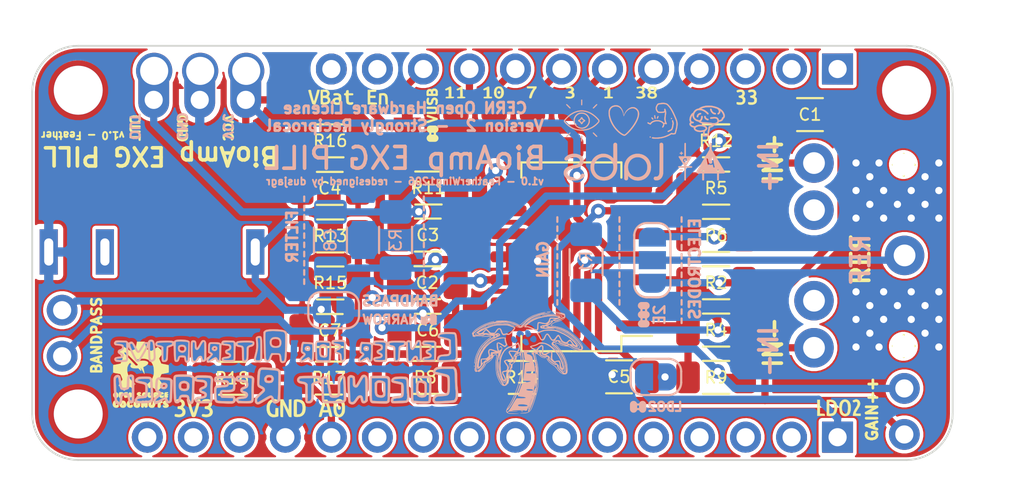
<source format=kicad_pcb>
(kicad_pcb (version 20171130) (host pcbnew 5.1.10-88a1d61d58~90~ubuntu20.04.1)
  (title_block (title "BioAmp EXG Pill") (date 2021-08-06) (rev 1.0b) (company "Upside Down Labs") (comment 1 "Records EMG, ECG, EOG, and EEG") (comment 2 "5v compatible EXG Hardware") (comment 3 "Single chip Biopotential amplifier") (comment 4 "TL074H based BioAmp"))
  (layers (0 F.Cu signal) (31 B.Cu signal) (34 B.Paste user) (35 F.Paste user) (36 B.SilkS user) (37 F.SilkS user) (38 B.Mask user) (39 F.Mask user) (44 Edge.Cuts user))
  (net 0 "")
  (net 1 VCC)
  (net 2 GND)
  (net 3 OUT)
  (net 4 DRL)
  (net 5 ampRef)
  (net 6 inaOUT)
  (net 7 IN+)
  (net 8 IN-)
  (net 9 "Net-(C2-Pad1)")
  (net 10 "Net-(C6-Pad2)")
  (net 11 "Net-(C7-Pad1)")
  (net 12 "Net-(R4-Pad1)")
  (net 13 "Net-(JP1-Pad3)")
  (net 14 "Net-(JP1-Pad1)")
  (net 15 bpfIN)
  (net 16 "Net-(D1-Pad1)")
  (net 17 /A0)
  (net 18 /F1)
  (net 19 /F2)
  (net 20 /F3)
  (net 21 /F4)
  (net 22 /F5)
  (net 23 /F6)
  (net 24 /VUSB)
  (net 25 "Net-(JP4-Pad2)")
  (net 26 "Net-(JP4-Pad1)")
  (net 27 /LDO2)
  (module BioAmp:WeatherWing_empty (layer F.Cu) (at 126.238 72.783701)
    (fp_text reference BOARD1 hide)
    (fp_text value "FeaterWing Board" hide)
    (fp_poly (pts (xy -18.904706 9.326948) (xy -18.731781 9.378776) (xy -18.567236 9.470234) (xy -18.466688 9.550973) (xy -18.347696 9.686299) (xy -18.263795 9.838422) (xy -18.214242 10.001592) (xy -18.198298 10.170062) (xy -18.21522 10.338083) (xy -18.264268 10.499909) (xy -18.344701 10.64979) (xy -18.455777 10.781978) (xy -18.596755 10.890727) (xy -18.642817 10.916897) (xy -18.821565 10.99064) (xy -18.999293 11.022399) (xy -19.17793 11.01242) (xy -19.256361 10.995128) (xy -19.411125 10.940528) (xy -19.541524 10.863452) (xy -19.646807 10.771709) (xy -19.760041 10.630783) (xy -19.838822 10.473216) (xy -19.883407 10.305188) (xy -19.894051 10.13288) (xy -19.87101 9.962471) (xy -19.814539 9.800143) (xy -19.724895 9.652075) (xy -19.602332 9.524447) (xy -19.594946 9.518391) (xy -19.431131 9.41047) (xy -19.258644 9.342672) (xy -19.081748 9.314872) (xy -18.904706 9.326948)) (layer B.Cu) (width 0.01))
    (fp_poly (pts (xy -16.384513 9.327491) (xy -16.220875 9.369424) (xy -16.062398 9.44703) (xy -15.917714 9.558443) (xy -15.801456 9.694139) (xy -15.72019 9.846632) (xy -15.673122 10.010099) (xy -15.659458 10.178719) (xy -15.678406 10.34667) (xy -15.729172 10.50813) (xy -15.810963 10.657277) (xy -15.922985 10.78829) (xy -16.064446 10.895347) (xy -16.102817 10.916897) (xy -16.281565 10.99064) (xy -16.459293 11.022399) (xy -16.63793 11.01242) (xy -16.716361 10.995128) (xy -16.896472 10.928042) (xy -17.047252 10.830901) (xy -17.170849 10.701961) (xy -17.264807 10.548898) (xy -17.307536 10.455787) (xy -17.332986 10.377945) (xy -17.346544 10.294889) (xy -17.352148 10.216905) (xy -17.343155 10.030091) (xy -17.299104 9.860488) (xy -17.224465 9.710148) (xy -17.123706 9.581122) (xy -17.001295 9.47546) (xy -16.861702 9.395215) (xy -16.709395 9.342438) (xy -16.548843 9.319179) (xy -16.384513 9.327491)) (layer B.Cu) (width 0.01))
    (fp_poly (pts (xy -13.870088 9.325308) (xy -13.79738 9.331458) (xy -13.736784 9.345329) (xy -13.673209 9.369883) (xy -13.626607 9.391332) (xy -13.45821 9.492545) (xy -13.321435 9.619843) (xy -13.218313 9.76954) (xy -13.150872 9.937953) (xy -13.121141 10.121396) (xy -13.128289 10.296205) (xy -13.17172 10.468242) (xy -13.251547 10.626257) (xy -13.362733 10.764911) (xy -13.500241 10.878865) (xy -13.659034 10.96278) (xy -13.796417 11.004366) (xy -13.935116 11.024063) (xy -14.061791 11.019056) (xy -14.176796 10.995016) (xy -14.356818 10.926187) (xy -14.511449 10.825513) (xy -14.637712 10.69686) (xy -14.732627 10.544099) (xy -14.793217 10.371095) (xy -14.816503 10.181717) (xy -14.816667 10.163981) (xy -14.796807 9.976067) (xy -14.738512 9.803864) (xy -14.64371 9.650315) (xy -14.514326 9.518365) (xy -14.352289 9.410956) (xy -14.30967 9.389589) (xy -14.238311 9.357841) (xy -14.178097 9.338309) (xy -14.114053 9.328096) (xy -14.031205 9.32431) (xy -13.97 9.323917) (xy -13.870088 9.325308)) (layer B.Cu) (width 0.01))
    (fp_poly (pts (xy -11.331008 9.325283) (xy -11.25823 9.331336) (xy -11.197781 9.345009) (xy -11.134677 9.369234) (xy -11.086607 9.391332) (xy -10.919673 9.491674) (xy -10.781466 9.619545) (xy -10.676277 9.770839) (xy -10.662524 9.797499) (xy -10.632066 9.862039) (xy -10.61226 9.915446) (xy -10.600829 9.9701) (xy -10.595492 10.038381) (xy -10.59397 10.132668) (xy -10.593917 10.170138) (xy -10.595006 10.278297) (xy -10.599527 10.356131) (xy -10.609365 10.415619) (xy -10.626402 10.468742) (xy -10.64889 10.519833) (xy -10.744074 10.674687) (xy -10.870058 10.807911) (xy -11.019367 10.913541) (xy -11.184525 10.985618) (xy -11.256417 11.004366) (xy -11.395116 11.024063) (xy -11.521791 11.019056) (xy -11.636796 10.995016) (xy -11.819007 10.926548) (xy -11.972799 10.826764) (xy -12.098495 10.695364) (xy -12.196417 10.532049) (xy -12.234077 10.441057) (xy -12.269355 10.29203) (xy -12.276297 10.128945) (xy -12.255618 9.96736) (xy -12.208032 9.822835) (xy -12.205405 9.817265) (xy -12.104996 9.6533) (xy -11.974432 9.518834) (xy -11.812625 9.412773) (xy -11.794564 9.403628) (xy -11.715579 9.365965) (xy -11.65412 9.342505) (xy -11.59495 9.329905) (xy -11.522828 9.324824) (xy -11.431098 9.323917) (xy -11.331008 9.325283)) (layer B.Cu) (width 0.01))
    (fp_poly (pts (xy -8.791008 9.325283) (xy -8.71823 9.331336) (xy -8.657781 9.345009) (xy -8.594677 9.369234) (xy -8.546607 9.391332) (xy -8.379673 9.491674) (xy -8.241466 9.619545) (xy -8.136277 9.770839) (xy -8.122524 9.797499) (xy -8.092066 9.862039) (xy -8.07226 9.915446) (xy -8.060829 9.9701) (xy -8.055492 10.038381) (xy -8.05397 10.132668) (xy -8.053917 10.170138) (xy -8.054865 10.276801) (xy -8.059041 10.35311) (xy -8.068446 10.411028) (xy -8.085081 10.462517) (xy -8.110946 10.519537) (xy -8.113084 10.523901) (xy -8.213746 10.684423) (xy -8.342944 10.81894) (xy -8.49486 10.922818) (xy -8.663674 10.991423) (xy -8.716417 11.004366) (xy -8.855272 11.024071) (xy -8.98206 11.019031) (xy -9.096361 10.995128) (xy -9.275123 10.925936) (xy -9.432919 10.822123) (xy -9.564721 10.687804) (xy -9.663884 10.530417) (xy -9.691728 10.470198) (xy -9.709768 10.418023) (xy -9.720105 10.361741) (xy -9.72484 10.289199) (xy -9.726071 10.188246) (xy -9.726084 10.170583) (xy -9.725131 10.064006) (xy -9.720934 9.987758) (xy -9.711486 9.929853) (xy -9.69478 9.878304) (xy -9.668808 9.821124) (xy -9.666917 9.817265) (xy -9.563998 9.651772) (xy -9.432298 9.517096) (xy -9.270014 9.411423) (xy -9.254564 9.403628) (xy -9.175579 9.365965) (xy -9.11412 9.342505) (xy -9.05495 9.329905) (xy -8.982828 9.324824) (xy -8.891098 9.323917) (xy -8.791008 9.325283)) (layer B.Cu) (width 0.01))
    (fp_poly (pts (xy -6.251008 9.325283) (xy -6.17823 9.331336) (xy -6.117781 9.345009) (xy -6.054677 9.369234) (xy -6.006607 9.391332) (xy -5.839673 9.491674) (xy -5.701466 9.619545) (xy -5.596277 9.770839) (xy -5.582524 9.797499) (xy -5.552066 9.862039) (xy -5.53226 9.915446) (xy -5.520829 9.9701) (xy -5.515492 10.038381) (xy -5.51397 10.132668) (xy -5.513917 10.170138) (xy -5.514865 10.276801) (xy -5.519041 10.35311) (xy -5.528446 10.411028) (xy -5.545081 10.462517) (xy -5.570946 10.519537) (xy -5.573084 10.523901) (xy -5.673746 10.684423) (xy -5.802944 10.81894) (xy -5.95486 10.922818) (xy -6.123674 10.991423) (xy -6.176417 11.004366) (xy -6.315272 11.024071) (xy -6.44206 11.019031) (xy -6.556361 10.995128) (xy -6.735123 10.925936) (xy -6.892919 10.822123) (xy -7.024721 10.687804) (xy -7.123884 10.530417) (xy -7.151728 10.470198) (xy -7.169768 10.418023) (xy -7.180105 10.361741) (xy -7.18484 10.289199) (xy -7.186071 10.188246) (xy -7.186084 10.170583) (xy -7.185131 10.064006) (xy -7.180934 9.987758) (xy -7.171486 9.929853) (xy -7.15478 9.878304) (xy -7.128808 9.821124) (xy -7.126917 9.817265) (xy -7.023998 9.651772) (xy -6.892298 9.517096) (xy -6.730014 9.411423) (xy -6.714564 9.403628) (xy -6.635579 9.365965) (xy -6.57412 9.342505) (xy -6.51495 9.329905) (xy -6.442828 9.324824) (xy -6.351098 9.323917) (xy -6.251008 9.325283)) (layer B.Cu) (width 0.01))
    (fp_poly (pts (xy -3.712051 9.324991) (xy -3.641289 9.330419) (xy -3.582584 9.343509) (xy -3.520804 9.367571) (xy -3.445437 9.403628) (xy -3.279717 9.507742) (xy -3.143423 9.640675) (xy -3.039679 9.799295) (xy -3.02889 9.821333) (xy -3.00392 9.87885) (xy -2.987828 9.932174) (xy -2.978725 9.993308) (xy -2.974722 10.074257) (xy -2.973917 10.170583) (xy -2.97487 10.27716) (xy -2.979067 10.353408) (xy -2.988515 10.411313) (xy -3.005221 10.462863) (xy -3.031193 10.520042) (xy -3.033084 10.523902) (xy -3.133746 10.684424) (xy -3.262945 10.818941) (xy -3.414861 10.922819) (xy -3.583675 10.991424) (xy -3.636417 11.004366) (xy -3.775272 11.024071) (xy -3.90206 11.019031) (xy -4.016361 10.995128) (xy -4.195123 10.925936) (xy -4.352919 10.822123) (xy -4.484721 10.687804) (xy -4.583884 10.530417) (xy -4.611728 10.470198) (xy -4.629768 10.418023) (xy -4.640105 10.361741) (xy -4.64484 10.289199) (xy -4.646071 10.188246) (xy -4.646084 10.170583) (xy -4.645131 10.064006) (xy -4.640934 9.987758) (xy -4.631486 9.929853) (xy -4.61478 9.878304) (xy -4.588808 9.821124) (xy -4.586917 9.817265) (xy -4.483998 9.651772) (xy -4.352298 9.517096) (xy -4.190014 9.411423) (xy -4.174564 9.403628) (xy -4.095834 9.366071) (xy -4.034562 9.34263) (xy -3.975617 9.329997) (xy -3.903865 9.324862) (xy -3.81 9.323917) (xy -3.712051 9.324991)) (layer B.Cu) (width 0.01))
    (fp_poly (pts (xy -1.172051 9.324991) (xy -1.101289 9.330419) (xy -1.042584 9.343509) (xy -0.980804 9.367571) (xy -0.905437 9.403628) (xy -0.740436 9.50689) (xy -0.606176 9.639001) (xy -0.500852 9.801771) (xy -0.493084 9.817265) (xy -0.466494 9.875161) (xy -0.44929 9.926711) (xy -0.439464 9.983899) (xy -0.43501 10.058713) (xy -0.433919 10.16314) (xy -0.433917 10.170583) (xy -0.43487 10.27716) (xy -0.439067 10.353408) (xy -0.448515 10.411313) (xy -0.465221 10.462863) (xy -0.491193 10.520042) (xy -0.493084 10.523902) (xy -0.596756 10.690677) (xy -0.727842 10.825269) (xy -0.885516 10.927003) (xy -1.068954 10.995203) (xy -1.069657 10.995387) (xy -1.215798 11.022189) (xy -1.351489 11.020164) (xy -1.476361 10.995128) (xy -1.655123 10.925936) (xy -1.812919 10.822123) (xy -1.944721 10.687804) (xy -2.043884 10.530417) (xy -2.071728 10.470198) (xy -2.089768 10.418023) (xy -2.100105 10.361741) (xy -2.10484 10.289199) (xy -2.106071 10.188246) (xy -2.106084 10.170583) (xy -2.105131 10.064006) (xy -2.100934 9.987758) (xy -2.091486 9.929853) (xy -2.07478 9.878303) (xy -2.048808 9.821123) (xy -2.046917 9.817265) (xy -1.943998 9.651773) (xy -1.812298 9.517096) (xy -1.650013 9.411423) (xy -1.634564 9.403628) (xy -1.555834 9.366071) (xy -1.494562 9.34263) (xy -1.435617 9.329997) (xy -1.363865 9.324862) (xy -1.27 9.323917) (xy -1.172051 9.324991)) (layer B.Cu) (width 0.01))
    (fp_poly (pts (xy 1.367949 9.324991) (xy 1.438711 9.330419) (xy 1.497416 9.343509) (xy 1.559196 9.367571) (xy 1.634563 9.403628) (xy 1.799578 9.506893) (xy 1.93329 9.6385) (xy 2.036842 9.7996) (xy 2.045529 9.817265) (xy 2.090662 9.949324) (xy 2.11377 10.101612) (xy 2.113975 10.257683) (xy 2.090399 10.401091) (xy 2.078723 10.438719) (xy 1.999887 10.60371) (xy 1.890794 10.745926) (xy 1.757122 10.862212) (xy 1.604548 10.949414) (xy 1.438752 11.004375) (xy 1.265413 11.02394) (xy 1.090208 11.004955) (xy 1.068916 10.999831) (xy 0.893569 10.933669) (xy 0.736822 10.831545) (xy 0.603663 10.697581) (xy 0.499082 10.5359) (xy 0.493083 10.523902) (xy 0.466493 10.466005) (xy 0.449289 10.414456) (xy 0.439463 10.357268) (xy 0.435009 10.282454) (xy 0.433918 10.178028) (xy 0.433916 10.170583) (xy 0.434869 10.064006) (xy 0.439066 9.987758) (xy 0.448514 9.929853) (xy 0.46522 9.878303) (xy 0.491192 9.821123) (xy 0.493083 9.817265) (xy 0.596002 9.651773) (xy 0.727702 9.517096) (xy 0.889987 9.411423) (xy 0.905436 9.403628) (xy 0.984166 9.366071) (xy 1.045438 9.34263) (xy 1.104383 9.329997) (xy 1.176135 9.324862) (xy 1.27 9.323917) (xy 1.367949 9.324991)) (layer B.Cu) (width 0.01))
    (fp_poly (pts (xy 3.907949 9.324991) (xy 3.978711 9.330419) (xy 4.037416 9.343509) (xy 4.099196 9.367571) (xy 4.174563 9.403628) (xy 4.339578 9.506893) (xy 4.47329 9.6385) (xy 4.576842 9.7996) (xy 4.585529 9.817265) (xy 4.630662 9.949324) (xy 4.65377 10.101612) (xy 4.653975 10.257683) (xy 4.630399 10.401091) (xy 4.618723 10.438719) (xy 4.539887 10.60371) (xy 4.430794 10.745926) (xy 4.297122 10.862212) (xy 4.144548 10.949414) (xy 3.978752 11.004375) (xy 3.805413 11.02394) (xy 3.630208 11.004955) (xy 3.608916 10.999831) (xy 3.433569 10.933669) (xy 3.276822 10.831545) (xy 3.143664 10.697582) (xy 3.039082 10.535901) (xy 3.033083 10.523901) (xy 3.006493 10.466005) (xy 2.989289 10.414456) (xy 2.979463 10.357267) (xy 2.975009 10.282453) (xy 2.973918 10.178027) (xy 2.973916 10.170583) (xy 2.975011 10.062504) (xy 2.979555 9.984726) (xy 2.989438 9.925243) (xy 3.006549 9.872053) (xy 3.028889 9.821333) (xy 3.128233 9.659646) (xy 3.260528 9.523244) (xy 3.422649 9.415259) (xy 3.445436 9.403628) (xy 3.524166 9.366071) (xy 3.585438 9.34263) (xy 3.644383 9.329997) (xy 3.716135 9.324862) (xy 3.81 9.323917) (xy 3.907949 9.324991)) (layer B.Cu) (width 0.01))
    (fp_poly (pts (xy 6.448843 9.325012) (xy 6.519508 9.330528) (xy 6.578332 9.343805) (xy 6.640552 9.368187) (xy 6.714563 9.403628) (xy 6.879578 9.506893) (xy 7.01329 9.6385) (xy 7.116842 9.7996) (xy 7.125529 9.817265) (xy 7.170662 9.949324) (xy 7.19377 10.101612) (xy 7.193975 10.257683) (xy 7.170399 10.401091) (xy 7.158723 10.438719) (xy 7.079887 10.60371) (xy 6.970794 10.745926) (xy 6.837122 10.862212) (xy 6.684548 10.949414) (xy 6.518752 11.004375) (xy 6.345413 11.02394) (xy 6.170208 11.004955) (xy 6.148916 10.999831) (xy 5.973569 10.933669) (xy 5.816822 10.831545) (xy 5.683664 10.697582) (xy 5.579082 10.535901) (xy 5.573083 10.523901) (xy 5.546519 10.466073) (xy 5.529321 10.414587) (xy 5.519489 10.357483) (xy 5.515022 10.282798) (xy 5.513919 10.178571) (xy 5.513916 10.170138) (xy 5.514701 10.064978) (xy 5.518577 9.989763) (xy 5.527821 9.932115) (xy 5.544714 9.879654) (xy 5.571535 9.82) (xy 5.582523 9.797499) (xy 5.681911 9.64277) (xy 5.815017 9.510791) (xy 5.977551 9.405671) (xy 6.006606 9.391332) (xy 6.079124 9.358919) (xy 6.139511 9.338913) (xy 6.20275 9.328381) (xy 6.283824 9.324391) (xy 6.351097 9.323917) (xy 6.448843 9.325012)) (layer B.Cu) (width 0.01))
    (fp_poly (pts (xy 8.988843 9.325012) (xy 9.059508 9.330528) (xy 9.118332 9.343805) (xy 9.180552 9.368187) (xy 9.254563 9.403628) (xy 9.419578 9.506893) (xy 9.55329 9.6385) (xy 9.656842 9.7996) (xy 9.665529 9.817265) (xy 9.710436 9.949022) (xy 9.733189 10.10117) (xy 9.732966 10.257536) (xy 9.708948 10.401947) (xy 9.697127 10.4401) (xy 9.618557 10.604951) (xy 9.50965 10.746995) (xy 9.376089 10.863077) (xy 9.223558 10.950041) (xy 9.05774 11.004733) (xy 8.884318 11.023996) (xy 8.708976 11.004676) (xy 8.688916 10.999831) (xy 8.513569 10.933669) (xy 8.356822 10.831545) (xy 8.223664 10.697582) (xy 8.119082 10.535901) (xy 8.113083 10.523901) (xy 8.086519 10.466073) (xy 8.069321 10.414587) (xy 8.059489 10.357483) (xy 8.055022 10.282798) (xy 8.053919 10.178571) (xy 8.053916 10.170138) (xy 8.054701 10.064978) (xy 8.058577 9.989763) (xy 8.067821 9.932115) (xy 8.084714 9.879654) (xy 8.111535 9.82) (xy 8.122523 9.797499) (xy 8.221911 9.64277) (xy 8.355017 9.510791) (xy 8.517551 9.405671) (xy 8.546606 9.391332) (xy 8.619124 9.358919) (xy 8.679511 9.338913) (xy 8.74275 9.328381) (xy 8.823824 9.324391) (xy 8.891097 9.323917) (xy 8.988843 9.325012)) (layer B.Cu) (width 0.01))
    (fp_poly (pts (xy 11.528843 9.325012) (xy 11.599508 9.330528) (xy 11.658332 9.343805) (xy 11.720552 9.368187) (xy 11.794563 9.403628) (xy 11.959575 9.50689) (xy 12.093235 9.638447) (xy 12.19663 9.799392) (xy 12.205404 9.817265) (xy 12.254126 9.960713) (xy 12.275972 10.121886) (xy 12.270227 10.285225) (xy 12.236177 10.435173) (xy 12.234076 10.441057) (xy 12.157202 10.607984) (xy 12.056952 10.744673) (xy 11.957723 10.836479) (xy 11.814085 10.926101) (xy 11.651049 10.987474) (xy 11.479884 11.018073) (xy 11.311856 11.015373) (xy 11.228916 10.999831) (xy 11.056399 10.934545) (xy 10.899919 10.83375) (xy 10.766567 10.703314) (xy 10.663433 10.549104) (xy 10.648889 10.519833) (xy 10.623944 10.462388) (xy 10.607859 10.409136) (xy 10.59875 10.3481) (xy 10.594733 10.267298) (xy 10.593916 10.170138) (xy 10.594701 10.064978) (xy 10.598577 9.989763) (xy 10.607821 9.932115) (xy 10.624714 9.879654) (xy 10.651535 9.82) (xy 10.662523 9.797499) (xy 10.761911 9.64277) (xy 10.895017 9.510791) (xy 11.057551 9.405671) (xy 11.086606 9.391332) (xy 11.159124 9.358919) (xy 11.219511 9.338913) (xy 11.28275 9.328381) (xy 11.363824 9.324391) (xy 11.431097 9.323917) (xy 11.528843 9.325012)) (layer B.Cu) (width 0.01))
    (fp_poly (pts (xy 14.070215 9.325341) (xy 14.143114 9.331545) (xy 14.203669 9.345423) (xy 14.266854 9.369871) (xy 14.309669 9.389589) (xy 14.468566 9.481238) (xy 14.595433 9.592373) (xy 14.671005 9.687391) (xy 14.756222 9.846017) (xy 14.803956 10.014147) (xy 14.815989 10.186053) (xy 14.794106 10.356009) (xy 14.740088 10.518285) (xy 14.65572 10.667154) (xy 14.542785 10.796887) (xy 14.403066 10.901758) (xy 14.273633 10.963743) (xy 14.132664 11.001902) (xy 13.980794 11.01859) (xy 13.835962 11.012523) (xy 13.768916 10.999831) (xy 13.596113 10.935307) (xy 13.443032 10.837827) (xy 13.314381 10.71256) (xy 13.214865 10.564675) (xy 13.149191 10.399342) (xy 13.128288 10.296205) (xy 13.122365 10.10239) (xy 13.155977 9.92029) (xy 13.227095 9.753592) (xy 13.33369 9.605978) (xy 13.473734 9.481135) (xy 13.626606 9.391332) (xy 13.699387 9.35882) (xy 13.76 9.338796) (xy 13.823536 9.328297) (xy 13.905086 9.324361) (xy 13.97 9.323917) (xy 14.070215 9.325341)) (layer B.Cu) (width 0.01))
    (fp_poly (pts (xy 16.608991 9.321492) (xy 16.681775 9.334603) (xy 16.866547 9.397939) (xy 17.025756 9.492856) (xy 17.156659 9.615744) (xy 17.256512 9.762992) (xy 17.322571 9.930989) (xy 17.352092 10.116122) (xy 17.352147 10.216905) (xy 17.323153 10.399838) (xy 17.258799 10.565782) (xy 17.163642 10.711324) (xy 17.04224 10.833049) (xy 16.899148 10.927545) (xy 16.738924 10.991396) (xy 16.566124 11.021189) (xy 16.385306 11.01351) (xy 16.308916 10.998496) (xy 16.145718 10.938952) (xy 15.994709 10.845919) (xy 15.864499 10.726389) (xy 15.763702 10.587351) (xy 15.736176 10.533654) (xy 15.679578 10.361464) (xy 15.659789 10.17929) (xy 15.676691 9.997) (xy 15.730165 9.824456) (xy 15.745049 9.792368) (xy 15.839655 9.644719) (xy 15.963197 9.520249) (xy 16.108789 9.422326) (xy 16.269544 9.354315) (xy 16.438574 9.319582) (xy 16.608991 9.321492)) (layer B.Cu) (width 0.01))
    (fp_poly (pts (xy 19.896666 11.027833) (xy 19.049335 11.027833) (xy 18.827373 11.027551) (xy 18.64457 11.02664) (xy 18.497753 11.025001) (xy 18.383752 11.022536) (xy 18.299394 11.019148) (xy 18.241508 11.014738) (xy 18.206922 11.009208) (xy 18.192465 11.002461) (xy 18.191832 11.001324) (xy 18.189716 10.974898) (xy 18.188029 10.910874) (xy 18.186797 10.813986) (xy 18.186045 10.688969) (xy 18.1858 10.540555) (xy 18.186085 10.37348) (xy 18.186929 10.192476) (xy 18.187204 10.149366) (xy 18.19275 9.323917) (xy 19.896666 9.312853) (xy 19.896666 11.027833)) (layer B.Cu) (width 0.01))
    (fp_poly (pts (xy -8.778833 -10.99283) (xy -8.74756 -10.987739) (xy -8.563505 -10.933132) (xy -8.399314 -10.84221) (xy -8.258638 -10.717762) (xy -8.145124 -10.562578) (xy -8.113084 -10.502735) (xy -8.08652 -10.444906) (xy -8.069322 -10.393421) (xy -8.05949 -10.336317) (xy -8.055023 -10.261632) (xy -8.05392 -10.157405) (xy -8.053917 -10.148972) (xy -8.054702 -10.043811) (xy -8.058578 -9.968597) (xy -8.067822 -9.910949) (xy -8.084715 -9.858488) (xy -8.111536 -9.798834) (xy -8.122524 -9.776333) (xy -8.222059 -9.620036) (xy -8.350977 -9.490526) (xy -8.503474 -9.39163) (xy -8.673747 -9.327175) (xy -8.842392 -9.301523) (xy -8.934587 -9.300387) (xy -9.021872 -9.30478) (xy -9.086108 -9.313757) (xy -9.088592 -9.31436) (xy -9.250138 -9.3756) (xy -9.401279 -9.472443) (xy -9.534017 -9.598228) (xy -9.640355 -9.746293) (xy -9.666917 -9.796098) (xy -9.693507 -9.853995) (xy -9.710711 -9.905544) (xy -9.720537 -9.962732) (xy -9.724991 -10.037546) (xy -9.726082 -10.141972) (xy -9.726084 -10.149417) (xy -9.725185 -10.255482) (xy -9.721087 -10.33138) (xy -9.71169 -10.389262) (xy -9.694893 -10.441279) (xy -9.668596 -10.499583) (xy -9.663884 -10.50925) (xy -9.566055 -10.664461) (xy -9.440168 -10.7941) (xy -9.292364 -10.894962) (xy -9.12878 -10.963841) (xy -8.955557 -10.997533) (xy -8.778833 -10.99283)) (layer B.Cu) (width 0.01))
    (fp_poly (pts (xy -6.238833 -10.99283) (xy -6.20756 -10.987739) (xy -6.023505 -10.933132) (xy -5.859314 -10.84221) (xy -5.718638 -10.717762) (xy -5.605124 -10.562578) (xy -5.573084 -10.502735) (xy -5.546494 -10.444839) (xy -5.52929 -10.393289) (xy -5.519464 -10.336101) (xy -5.51501 -10.261287) (xy -5.513919 -10.15686) (xy -5.513917 -10.149417) (xy -5.515012 -10.041338) (xy -5.519556 -9.96356) (xy -5.529439 -9.904077) (xy -5.54655 -9.850886) (xy -5.56889 -9.800167) (xy -5.666329 -9.640218) (xy -5.792603 -9.506636) (xy -5.942105 -9.403244) (xy -6.109232 -9.333868) (xy -6.288377 -9.302332) (xy -6.299516 -9.30172) (xy -6.392223 -9.30047) (xy -6.479902 -9.304678) (xy -6.544728 -9.313439) (xy -6.548592 -9.31436) (xy -6.710138 -9.3756) (xy -6.861279 -9.472443) (xy -6.994017 -9.598228) (xy -7.100355 -9.746293) (xy -7.126917 -9.796098) (xy -7.153507 -9.853995) (xy -7.170711 -9.905544) (xy -7.180537 -9.962732) (xy -7.184991 -10.037546) (xy -7.186082 -10.141972) (xy -7.186084 -10.149417) (xy -7.185185 -10.255482) (xy -7.181087 -10.33138) (xy -7.17169 -10.389262) (xy -7.154893 -10.441279) (xy -7.128596 -10.499583) (xy -7.123884 -10.50925) (xy -7.026055 -10.664461) (xy -6.900168 -10.7941) (xy -6.752364 -10.894962) (xy -6.58878 -10.963841) (xy -6.415557 -10.997533) (xy -6.238833 -10.99283)) (layer B.Cu) (width 0.01))
    (fp_poly (pts (xy -3.698833 -10.99283) (xy -3.66756 -10.987739) (xy -3.483505 -10.933132) (xy -3.319314 -10.84221) (xy -3.178638 -10.717762) (xy -3.065124 -10.562578) (xy -3.033084 -10.502735) (xy -3.006494 -10.444839) (xy -2.98929 -10.393289) (xy -2.979464 -10.336101) (xy -2.97501 -10.261287) (xy -2.973919 -10.15686) (xy -2.973917 -10.149417) (xy -2.97487 -10.04284) (xy -2.979067 -9.966592) (xy -2.988515 -9.908686) (xy -3.005221 -9.857137) (xy -3.031193 -9.799957) (xy -3.033084 -9.796099) (xy -3.135102 -9.632104) (xy -3.26364 -9.497695) (xy -3.414362 -9.39582) (xy -3.582936 -9.32943) (xy -3.759516 -9.30172) (xy -3.852223 -9.30047) (xy -3.939902 -9.304678) (xy -4.004728 -9.313439) (xy -4.008592 -9.31436) (xy -4.170138 -9.3756) (xy -4.321279 -9.472443) (xy -4.454017 -9.598228) (xy -4.560355 -9.746293) (xy -4.586917 -9.796098) (xy -4.613507 -9.853995) (xy -4.630711 -9.905544) (xy -4.640537 -9.962732) (xy -4.644991 -10.037546) (xy -4.646082 -10.141972) (xy -4.646084 -10.149417) (xy -4.645185 -10.255482) (xy -4.641087 -10.33138) (xy -4.63169 -10.389262) (xy -4.614893 -10.441279) (xy -4.588596 -10.499583) (xy -4.583884 -10.50925) (xy -4.486055 -10.664461) (xy -4.360168 -10.7941) (xy -4.212364 -10.894962) (xy -4.04878 -10.963841) (xy -3.875557 -10.997533) (xy -3.698833 -10.99283)) (layer B.Cu) (width 0.01))
    (fp_poly (pts (xy -1.152703 -10.991956) (xy -1.127351 -10.9877) (xy -0.943411 -10.933108) (xy -0.77928 -10.842186) (xy -0.638628 -10.717741) (xy -0.525129 -10.562583) (xy -0.493084 -10.502735) (xy -0.466494 -10.444839) (xy -0.44929 -10.39329) (xy -0.439464 -10.336102) (xy -0.43501 -10.261288) (xy -0.433919 -10.156862) (xy -0.433917 -10.149417) (xy -0.43487 -10.04284) (xy -0.439067 -9.966592) (xy -0.448515 -9.908686) (xy -0.465221 -9.857137) (xy -0.491193 -9.799957) (xy -0.493084 -9.796099) (xy -0.595102 -9.632104) (xy -0.72364 -9.497695) (xy -0.874362 -9.39582) (xy -1.042936 -9.32943) (xy -1.219516 -9.30172) (xy -1.312223 -9.30047) (xy -1.399902 -9.304678) (xy -1.464728 -9.313439) (xy -1.468592 -9.31436) (xy -1.630138 -9.3756) (xy -1.781279 -9.472443) (xy -1.914017 -9.598227) (xy -2.020355 -9.746292) (xy -2.046917 -9.796099) (xy -2.073507 -9.853995) (xy -2.090711 -9.905544) (xy -2.100537 -9.962733) (xy -2.104991 -10.037547) (xy -2.106082 -10.141973) (xy -2.106084 -10.149417) (xy -2.105131 -10.255994) (xy -2.100934 -10.332242) (xy -2.091486 -10.390147) (xy -2.07478 -10.441696) (xy -2.048808 -10.498876) (xy -2.046917 -10.502735) (xy -1.946587 -10.663354) (xy -1.819673 -10.796085) (xy -1.671502 -10.89812) (xy -1.507399 -10.966649) (xy -1.332691 -10.998864) (xy -1.152703 -10.991956)) (layer B.Cu) (width 0.01))
    (fp_poly (pts (xy 1.483422 -10.973418) (xy 1.649332 -10.909811) (xy 1.800058 -10.812304) (xy 1.930273 -10.683707) (xy 2.034651 -10.526829) (xy 2.046916 -10.502735) (xy 2.073506 -10.444839) (xy 2.09071 -10.39329) (xy 2.100536 -10.336102) (xy 2.10499 -10.261288) (xy 2.106081 -10.156862) (xy 2.106083 -10.149417) (xy 2.10513 -10.04284) (xy 2.100933 -9.966592) (xy 2.091485 -9.908687) (xy 2.074779 -9.857137) (xy 2.048807 -9.799958) (xy 2.046916 -9.796098) (xy 1.944897 -9.632104) (xy 1.81636 -9.497694) (xy 1.665637 -9.39582) (xy 1.497063 -9.32943) (xy 1.320484 -9.30172) (xy 1.227777 -9.30047) (xy 1.140098 -9.304678) (xy 1.075272 -9.313439) (xy 1.071408 -9.31436) (xy 0.909862 -9.3756) (xy 0.758721 -9.472443) (xy 0.625983 -9.598227) (xy 0.519645 -9.746292) (xy 0.493083 -9.796099) (xy 0.466493 -9.853995) (xy 0.449289 -9.905544) (xy 0.439463 -9.962733) (xy 0.435009 -10.037547) (xy 0.433918 -10.141973) (xy 0.433916 -10.149417) (xy 0.434869 -10.255994) (xy 0.439066 -10.332242) (xy 0.448514 -10.390147) (xy 0.46522 -10.441696) (xy 0.491192 -10.498876) (xy 0.493083 -10.502735) (xy 0.596413 -10.667791) (xy 0.728156 -10.803097) (xy 0.884641 -10.905845) (xy 1.062194 -10.973227) (xy 1.12735 -10.9877) (xy 1.307652 -11.000318) (xy 1.483422 -10.973418)) (layer B.Cu) (width 0.01))
    (fp_poly (pts (xy 4.018556 -10.972483) (xy 4.184299 -10.909616) (xy 4.335352 -10.814198) (xy 4.465578 -10.689433) (xy 4.568836 -10.538529) (xy 4.583883 -10.50925) (xy 4.611727 -10.449032) (xy 4.629767 -10.396857) (xy 4.640104 -10.340574) (xy 4.644839 -10.268032) (xy 4.64607 -10.167079) (xy 4.646083 -10.149417) (xy 4.64513 -10.04284) (xy 4.640933 -9.966592) (xy 4.631485 -9.908687) (xy 4.614779 -9.857137) (xy 4.588807 -9.799958) (xy 4.586916 -9.796098) (xy 4.484897 -9.632104) (xy 4.35636 -9.497694) (xy 4.205637 -9.39582) (xy 4.037063 -9.32943) (xy 3.860484 -9.30172) (xy 3.767777 -9.30047) (xy 3.680098 -9.304678) (xy 3.615272 -9.313439) (xy 3.611408 -9.31436) (xy 3.453877 -9.374057) (xy 3.304413 -9.468411) (xy 3.172203 -9.589758) (xy 3.066435 -9.730436) (xy 3.028889 -9.800167) (xy 3.003919 -9.857684) (xy 2.987827 -9.911007) (xy 2.978724 -9.972142) (xy 2.974721 -10.053091) (xy 2.973916 -10.149417) (xy 2.974869 -10.255994) (xy 2.979066 -10.332242) (xy 2.988514 -10.390147) (xy 3.00522 -10.441697) (xy 3.031192 -10.498877) (xy 3.033083 -10.502735) (xy 3.136433 -10.667825) (xy 3.268198 -10.803136) (xy 3.424729 -10.905879) (xy 3.602378 -10.973264) (xy 3.667559 -10.987739) (xy 3.844263 -10.999592) (xy 4.018556 -10.972483)) (layer B.Cu) (width 0.01))
    (fp_poly (pts (xy 6.558556 -10.972483) (xy 6.724299 -10.909616) (xy 6.875352 -10.814198) (xy 7.005578 -10.689433) (xy 7.108836 -10.538529) (xy 7.123883 -10.50925) (xy 7.151727 -10.449032) (xy 7.169767 -10.396857) (xy 7.180104 -10.340574) (xy 7.184839 -10.268032) (xy 7.18607 -10.167079) (xy 7.186083 -10.149417) (xy 7.18513 -10.04284) (xy 7.180933 -9.966592) (xy 7.171485 -9.908687) (xy 7.154779 -9.857137) (xy 7.128807 -9.799958) (xy 7.126916 -9.796098) (xy 7.024897 -9.632104) (xy 6.89636 -9.497694) (xy 6.745637 -9.39582) (xy 6.577063 -9.32943) (xy 6.400484 -9.30172) (xy 6.307777 -9.30047) (xy 6.220098 -9.304678) (xy 6.155272 -9.313439) (xy 6.151408 -9.31436) (xy 5.993877 -9.374057) (xy 5.844413 -9.468411) (xy 5.712203 -9.589758) (xy 5.606435 -9.730436) (xy 5.568889 -9.800167) (xy 5.543919 -9.857684) (xy 5.527827 -9.911007) (xy 5.518724 -9.972142) (xy 5.514721 -10.053091) (xy 5.513916 -10.149417) (xy 5.514869 -10.255994) (xy 5.519066 -10.332242) (xy 5.528514 -10.390147) (xy 5.54522 -10.441697) (xy 5.571192 -10.498877) (xy 5.573083 -10.502735) (xy 5.676433 -10.667825) (xy 5.808198 -10.803136) (xy 5.964729 -10.905879) (xy 6.142378 -10.973264) (xy 6.207559 -10.987739) (xy 6.384263 -10.999592) (xy 6.558556 -10.972483)) (layer B.Cu) (width 0.01))
    (fp_poly (pts (xy 9.107858 -10.97053) (xy 9.261001 -10.914797) (xy 9.402184 -10.829202) (xy 9.526502 -10.714005) (xy 9.629048 -10.569466) (xy 9.697127 -10.418934) (xy 9.728361 -10.281179) (xy 9.735556 -10.126672) (xy 9.719533 -9.971585) (xy 9.681112 -9.832093) (xy 9.665529 -9.796098) (xy 9.565892 -9.63354) (xy 9.438733 -9.499615) (xy 9.288745 -9.397525) (xy 9.120622 -9.330471) (xy 8.940484 -9.30172) (xy 8.847777 -9.30047) (xy 8.760098 -9.304678) (xy 8.695272 -9.313439) (xy 8.691408 -9.31436) (xy 8.533475 -9.374095) (xy 8.383697 -9.468233) (xy 8.251621 -9.588865) (xy 8.146791 -9.728084) (xy 8.110644 -9.795551) (xy 8.084942 -9.854754) (xy 8.068368 -9.908548) (xy 8.058972 -9.96909) (xy 8.054806 -10.048537) (xy 8.053916 -10.149417) (xy 8.054869 -10.255994) (xy 8.059066 -10.332242) (xy 8.068514 -10.390147) (xy 8.08522 -10.441697) (xy 8.111192 -10.498877) (xy 8.113083 -10.502735) (xy 8.212578 -10.6633) (xy 8.334455 -10.792187) (xy 8.473808 -10.889655) (xy 8.625731 -10.955964) (xy 8.785317 -10.991373) (xy 8.947662 -10.996142) (xy 9.107858 -10.97053)) (layer B.Cu) (width 0.01))
    (fp_poly (pts (xy 11.681567 -10.961072) (xy 11.845795 -10.89045) (xy 11.957723 -10.815313) (xy 12.087229 -10.687679) (xy 12.183354 -10.539822) (xy 12.245944 -10.377746) (xy 12.274842 -10.207456) (xy 12.269895 -10.034956) (xy 12.230945 -9.866252) (xy 12.157838 -9.707348) (xy 12.050419 -9.564249) (xy 11.99157 -9.507247) (xy 11.844545 -9.405063) (xy 11.677235 -9.334954) (xy 11.499056 -9.299291) (xy 11.31942 -9.300447) (xy 11.231408 -9.315711) (xy 11.079613 -9.371058) (xy 10.933626 -9.460711) (xy 10.802962 -9.576809) (xy 10.69714 -9.711486) (xy 10.650644 -9.795551) (xy 10.624942 -9.854754) (xy 10.608368 -9.908548) (xy 10.598972 -9.96909) (xy 10.594806 -10.048537) (xy 10.593916 -10.149417) (xy 10.595011 -10.257496) (xy 10.599555 -10.335274) (xy 10.609438 -10.394757) (xy 10.626549 -10.447947) (xy 10.648889 -10.498667) (xy 10.745579 -10.657967) (xy 10.868335 -10.788393) (xy 11.011684 -10.888621) (xy 11.170155 -10.957327) (xy 11.338274 -10.993187) (xy 11.510569 -10.994877) (xy 11.681567 -10.961072)) (layer B.Cu) (width 0.01))
    (fp_poly (pts (xy 14.152161 -10.978674) (xy 14.321816 -10.922498) (xy 14.479449 -10.829361) (xy 14.497723 -10.815313) (xy 14.626783 -10.688003) (xy 14.722613 -10.540319) (xy 14.785059 -10.378307) (xy 14.813963 -10.208014) (xy 14.809169 -10.035486) (xy 14.770521 -9.866769) (xy 14.697862 -9.707911) (xy 14.591036 -9.564956) (xy 14.53157 -9.507247) (xy 14.384545 -9.405063) (xy 14.217235 -9.334954) (xy 14.039056 -9.299291) (xy 13.85942 -9.300447) (xy 13.771408 -9.315711) (xy 13.707913 -9.336415) (xy 13.627714 -9.370266) (xy 13.565309 -9.401053) (xy 13.413664 -9.504103) (xy 13.292335 -9.632049) (xy 13.202272 -9.779296) (xy 13.144423 -9.94025) (xy 13.119739 -10.109314) (xy 13.129169 -10.280895) (xy 13.173663 -10.449397) (xy 13.25417 -10.609224) (xy 13.341023 -10.722553) (xy 13.477588 -10.843716) (xy 13.633198 -10.930408) (xy 13.801639 -10.98213) (xy 13.976697 -10.998385) (xy 14.152161 -10.978674)) (layer B.Cu) (width 0.01))
    (fp_poly (pts (xy 16.680859 -10.98174) (xy 16.842087 -10.930843) (xy 16.991225 -10.847915) (xy 17.122812 -10.733746) (xy 17.231392 -10.589129) (xy 17.264806 -10.527731) (xy 17.330386 -10.351142) (xy 17.356326 -10.173235) (xy 17.344861 -9.998886) (xy 17.298229 -9.832969) (xy 17.218667 -9.680362) (xy 17.108412 -9.545938) (xy 16.969701 -9.434574) (xy 16.80477 -9.351145) (xy 16.711083 -9.320871) (xy 16.562587 -9.297588) (xy 16.405045 -9.30031) (xy 16.311408 -9.315711) (xy 16.193821 -9.357173) (xy 16.068983 -9.424122) (xy 15.953157 -9.506841) (xy 15.884378 -9.570812) (xy 15.775048 -9.717069) (xy 15.701514 -9.879567) (xy 15.663776 -10.051949) (xy 15.661834 -10.227854) (xy 15.695688 -10.400926) (xy 15.765337 -10.564804) (xy 15.870783 -10.713131) (xy 15.884378 -10.728022) (xy 16.024192 -10.849165) (xy 16.179205 -10.934317) (xy 16.34396 -10.984268) (xy 16.512997 -10.999812) (xy 16.680859 -10.98174)) (layer B.Cu) (width 0.01))
    (fp_poly (pts (xy 19.896666 -9.292167) (xy 19.049335 -9.292167) (xy 18.827373 -9.292449) (xy 18.64457 -9.29336) (xy 18.497753 -9.294999) (xy 18.383752 -9.297464) (xy 18.299394 -9.300852) (xy 18.241508 -9.305262) (xy 18.206922 -9.310792) (xy 18.192465 -9.317539) (xy 18.191832 -9.318676) (xy 18.189716 -9.345102) (xy 18.188029 -9.409126) (xy 18.186797 -9.506014) (xy 18.186045 -9.631031) (xy 18.1858 -9.779445) (xy 18.186085 -9.94652) (xy 18.186929 -10.127524) (xy 18.187204 -10.170634) (xy 18.19275 -10.996083) (xy 19.896666 -11.007147) (xy 19.896666 -9.292167)) (layer B.Cu) (width 0.01))
    (fp_poly (pts (xy -18.93955 9.333498) (xy -18.81029 9.355724) (xy -18.748331 9.375168) (xy -18.581477 9.461747) (xy -18.438763 9.581292) (xy -18.324404 9.729419) (xy -18.24285 9.901066) (xy -18.219651 9.980437) (xy -18.208215 10.060672) (xy -18.206598 10.158871) (xy -18.208208 10.205731) (xy -18.214902 10.305956) (xy -18.227864 10.382769) (xy -18.251861 10.455062) (xy -18.291656 10.541729) (xy -18.294318 10.547126) (xy -18.395228 10.708558) (xy -18.521875 10.836385) (xy -18.674498 10.930791) (xy -18.853331 10.991957) (xy -18.872972 10.996318) (xy -18.955706 11.013274) (xy -19.014061 11.021799) (xy -19.065057 11.022316) (xy -19.125712 11.015249) (xy -19.193378 11.004294) (xy -19.313668 10.971519) (xy -19.441205 10.916065) (xy -19.555626 10.847345) (xy -19.58975 10.821116) (xy -19.703039 10.702171) (xy -19.795213 10.556387) (xy -19.860653 10.395672) (xy -19.893743 10.231934) (xy -19.896667 10.170583) (xy -19.876267 9.99566) (xy -19.818126 9.827708) (xy -19.726835 9.673205) (xy -19.606982 9.53863) (xy -19.463159 9.430459) (xy -19.325167 9.363993) (xy -19.213461 9.337314) (xy -19.079431 9.327255) (xy -18.93955 9.333498)) (layer F.Cu) (width 0.01))
    (fp_poly (pts (xy -16.365591 9.336151) (xy -16.226294 9.368596) (xy -16.208331 9.375168) (xy -16.044059 9.459551) (xy -15.907455 9.571786) (xy -15.799878 9.706562) (xy -15.722684 9.858568) (xy -15.67723 10.022492) (xy -15.664874 10.193022) (xy -15.686973 10.364849) (xy -15.744884 10.532659) (xy -15.839965 10.691143) (xy -15.864167 10.721994) (xy -15.986925 10.839703) (xy -16.135738 10.929875) (xy -16.30214 10.989475) (xy -16.477667 11.015468) (xy -16.653378 11.0049) (xy -16.826966 10.954289) (xy -16.98473 10.867506) (xy -17.121167 10.749435) (xy -17.230772 10.604963) (xy -17.30804 10.438972) (xy -17.314865 10.417881) (xy -17.34981 10.236973) (xy -17.345243 10.05784) (xy -17.30382 9.885944) (xy -17.228202 9.726747) (xy -17.121047 9.585709) (xy -16.985014 9.468292) (xy -16.822762 9.379958) (xy -16.806334 9.373376) (xy -16.672599 9.33849) (xy -16.520023 9.326099) (xy -16.365591 9.336151)) (layer F.Cu) (width 0.01))
    (fp_poly (pts (xy -13.875523 9.326607) (xy -13.709187 9.361522) (xy -13.548139 9.432841) (xy -13.442277 9.504687) (xy -13.312165 9.632918) (xy -13.215696 9.781724) (xy -13.153435 9.945256) (xy -13.125951 10.117667) (xy -13.13381 10.293106) (xy -13.177582 10.465726) (xy -13.257831 10.629679) (xy -13.324167 10.721994) (xy -13.446904 10.839682) (xy -13.595701 10.929851) (xy -13.76208 10.989462) (xy -13.93756 11.015474) (xy -14.113237 11.00492) (xy -14.287803 10.954504) (xy -14.44379 10.869392) (xy -14.577343 10.754577) (xy -14.684605 10.615055) (xy -14.76172 10.455821) (xy -14.804834 10.281867) (xy -14.810381 10.101919) (xy -14.7776 9.922374) (xy -14.711027 9.762173) (xy -14.615548 9.623449) (xy -14.496047 9.508333) (xy -14.357409 9.418958) (xy -14.204519 9.357458) (xy -14.042262 9.325963) (xy -13.875523 9.326607)) (layer F.Cu) (width 0.01))
    (fp_poly (pts (xy -11.208314 9.351121) (xy -11.054336 9.409111) (xy -10.912564 9.498388) (xy -10.788115 9.619021) (xy -10.686104 9.771078) (xy -10.673765 9.79516) (xy -10.637016 9.871927) (xy -10.613706 9.93174) (xy -10.600787 9.988887) (xy -10.59521 10.05766) (xy -10.593928 10.152347) (xy -10.593917 10.169485) (xy -10.595264 10.27328) (xy -10.600884 10.348405) (xy -10.613143 10.408479) (xy -10.634408 10.467122) (xy -10.6527 10.507771) (xy -10.752079 10.674669) (xy -10.877554 10.811229) (xy -11.024843 10.91514) (xy -11.189667 10.984096) (xy -11.367743 11.015786) (xy -11.554791 11.007901) (xy -11.57423 11.004778) (xy -11.747586 10.954093) (xy -11.906179 10.866276) (xy -12.044625 10.745475) (xy -12.157539 10.595838) (xy -12.195838 10.525829) (xy -12.228509 10.456284) (xy -12.249116 10.399339) (xy -12.260413 10.341094) (xy -12.265151 10.26765) (xy -12.266084 10.171028) (xy -12.264929 10.06932) (xy -12.259666 9.995795) (xy -12.247594 9.936325) (xy -12.226016 9.876784) (xy -12.198154 9.815507) (xy -12.101991 9.656396) (xy -11.98222 9.528095) (xy -11.843958 9.430671) (xy -11.692319 9.364194) (xy -11.532422 9.328731) (xy -11.369381 9.32435) (xy -11.208314 9.351121)) (layer F.Cu) (width 0.01))
    (fp_poly (pts (xy -8.666843 9.352794) (xy -8.512526 9.411412) (xy -8.370312 9.501235) (xy -8.245289 9.622265) (xy -8.142547 9.774501) (xy -8.121505 9.816237) (xy -8.089824 9.886775) (xy -8.069925 9.945395) (xy -8.059109 10.00624) (xy -8.054678 10.083454) (xy -8.053917 10.170583) (xy -8.055286 10.274199) (xy -8.060987 10.349232) (xy -8.073409 10.409386) (xy -8.09494 10.468367) (xy -8.1127 10.507771) (xy -8.212079 10.674669) (xy -8.337554 10.811229) (xy -8.484843 10.91514) (xy -8.649667 10.984096) (xy -8.827743 11.015786) (xy -9.014791 11.007901) (xy -9.03423 11.004778) (xy -9.207586 10.954093) (xy -9.366179 10.866276) (xy -9.504625 10.745475) (xy -9.617539 10.595838) (xy -9.655838 10.525829) (xy -9.688509 10.456284) (xy -9.709116 10.399339) (xy -9.720413 10.341094) (xy -9.725151 10.26765) (xy -9.726084 10.171028) (xy -9.724923 10.069267) (xy -9.719651 9.995709) (xy -9.707578 9.936245) (xy -9.686019 9.876769) (xy -9.658496 9.816237) (xy -9.56194 9.656413) (xy -9.441867 9.527795) (xy -9.303365 9.430383) (xy -9.151523 9.364177) (xy -8.99143 9.329176) (xy -8.828173 9.325382) (xy -8.666843 9.352794)) (layer F.Cu) (width 0.01))
    (fp_poly (pts (xy -6.126843 9.352794) (xy -5.972526 9.411412) (xy -5.830312 9.501235) (xy -5.705289 9.622265) (xy -5.602547 9.774501) (xy -5.581505 9.816237) (xy -5.549824 9.886775) (xy -5.529925 9.945395) (xy -5.519109 10.00624) (xy -5.514678 10.083454) (xy -5.513917 10.170583) (xy -5.515309 10.274421) (xy -5.521053 10.349612) (xy -5.533504 10.409792) (xy -5.555018 10.468602) (xy -5.571787 10.505776) (xy -5.658233 10.659318) (xy -5.761361 10.781222) (xy -5.888751 10.880862) (xy -6.050081 10.960935) (xy -6.227352 11.006196) (xy -6.409418 11.014366) (xy -6.49423 11.004617) (xy -6.666957 10.954353) (xy -6.825739 10.867286) (xy -6.964327 10.748241) (xy -7.076475 10.602043) (xy -7.120269 10.52114) (xy -7.151187 10.452035) (xy -7.17059 10.393867) (xy -7.181111 10.332596) (xy -7.185388 10.254186) (xy -7.186084 10.170583) (xy -7.184915 10.068901) (xy -7.179611 9.995384) (xy -7.167473 9.935888) (xy -7.145805 9.876269) (xy -7.118496 9.816237) (xy -7.02194 9.656413) (xy -6.901867 9.527795) (xy -6.763365 9.430383) (xy -6.611523 9.364177) (xy -6.45143 9.329176) (xy -6.288173 9.325382) (xy -6.126843 9.352794)) (layer F.Cu) (width 0.01))
    (fp_poly (pts (xy -3.586879 9.353212) (xy -3.432543 9.411751) (xy -3.290322 9.501461) (xy -3.165311 9.622343) (xy -3.062606 9.774395) (xy -3.041505 9.816237) (xy -3.009824 9.886775) (xy -2.989925 9.945395) (xy -2.979109 10.00624) (xy -2.974678 10.083454) (xy -2.973917 10.170583) (xy -2.979413 10.309523) (xy -2.999067 10.42277) (xy -3.037633 10.525907) (xy -3.09986 10.634518) (xy -3.128364 10.677078) (xy -3.234658 10.796095) (xy -3.370167 10.892708) (xy -3.526267 10.963501) (xy -3.694335 11.005056) (xy -3.865749 11.013956) (xy -3.95423 11.004395) (xy -4.128395 10.954231) (xy -4.287646 10.867298) (xy -4.425965 10.748215) (xy -4.537331 10.601603) (xy -4.578101 10.52566) (xy -4.609914 10.454803) (xy -4.629901 10.396022) (xy -4.640773 10.335142) (xy -4.645242 10.257991) (xy -4.646031 10.170583) (xy -4.64489 10.068923) (xy -4.639612 9.995432) (xy -4.627501 9.93597) (xy -4.605862 9.8764) (xy -4.578496 9.816237) (xy -4.482008 9.656577) (xy -4.361972 9.528088) (xy -4.223481 9.43077) (xy -4.071632 9.364624) (xy -3.911518 9.329648) (xy -3.748236 9.325845) (xy -3.586879 9.353212)) (layer F.Cu) (width 0.01))
    (fp_poly (pts (xy -1.162073 9.328199) (xy -1.138445 9.331983) (xy -0.953977 9.384994) (xy -0.789727 9.473949) (xy -0.64962 9.595863) (xy -0.537583 9.747753) (xy -0.501505 9.816237) (xy -0.469824 9.886775) (xy -0.449925 9.945395) (xy -0.439109 10.00624) (xy -0.434678 10.083454) (xy -0.433917 10.170583) (xy -0.439413 10.309523) (xy -0.459067 10.42277) (xy -0.497633 10.525907) (xy -0.55986 10.634518) (xy -0.588364 10.677078) (xy -0.69522 10.796784) (xy -0.831233 10.893572) (xy -0.988052 10.964153) (xy -1.157327 11.005234) (xy -1.330706 11.013527) (xy -1.418167 11.004046) (xy -1.589523 10.954827) (xy -1.746941 10.868719) (xy -1.88431 10.75044) (xy -1.995518 10.604703) (xy -2.038154 10.52566) (xy -2.069982 10.454843) (xy -2.089977 10.396131) (xy -2.10085 10.335359) (xy -2.105311 10.258363) (xy -2.106084 10.170583) (xy -2.104915 10.068901) (xy -2.099611 9.995384) (xy -2.087473 9.935888) (xy -2.065805 9.876269) (xy -2.038496 9.816237) (xy -1.942414 9.65885) (xy -1.8186 9.527719) (xy -1.672856 9.425966) (xy -1.510985 9.356714) (xy -1.33879 9.323084) (xy -1.162073 9.328199)) (layer F.Cu) (width 0.01))
    (fp_poly (pts (xy 1.488461 9.350094) (xy 1.652046 9.41477) (xy 1.800279 9.512363) (xy 1.927357 9.639752) (xy 2.027478 9.793814) (xy 2.038495 9.816237) (xy 2.070115 9.886561) (xy 2.089955 9.944807) (xy 2.100679 10.005069) (xy 2.104954 10.081442) (xy 2.105504 10.170583) (xy 2.099472 10.311128) (xy 2.079117 10.425884) (xy 2.039753 10.530283) (xy 1.976689 10.639758) (xy 1.951636 10.677078) (xy 1.84478 10.796784) (xy 1.708767 10.893572) (xy 1.551948 10.964153) (xy 1.382673 11.005234) (xy 1.209294 11.013527) (xy 1.121833 11.004046) (xy 0.950477 10.954827) (xy 0.793059 10.868719) (xy 0.65569 10.75044) (xy 0.544482 10.604703) (xy 0.501846 10.52566) (xy 0.470018 10.454843) (xy 0.450023 10.396131) (xy 0.43915 10.335359) (xy 0.434689 10.258363) (xy 0.433916 10.170583) (xy 0.435085 10.068901) (xy 0.440389 9.995384) (xy 0.452527 9.935888) (xy 0.474195 9.876269) (xy 0.501504 9.816237) (xy 0.601213 9.653193) (xy 0.730563 9.518929) (xy 0.885626 9.416431) (xy 1.062478 9.348684) (xy 1.138444 9.331983) (xy 1.315326 9.321458) (xy 1.488461 9.350094)) (layer F.Cu) (width 0.01))
    (fp_poly (pts (xy 3.917927 9.328199) (xy 3.941555 9.331983) (xy 4.126023 9.384994) (xy 4.290273 9.473949) (xy 4.43038 9.595863) (xy 4.542417 9.747753) (xy 4.578495 9.816237) (xy 4.610164 9.886733) (xy 4.630051 9.945278) (xy 4.640849 10.006008) (xy 4.645249 10.083055) (xy 4.645969 10.170583) (xy 4.644484 10.274806) (xy 4.638612 10.350328) (xy 4.626033 10.410733) (xy 4.604428 10.469601) (xy 4.589073 10.50365) (xy 4.515148 10.640343) (xy 4.432064 10.747864) (xy 4.329438 10.839359) (xy 4.31594 10.849428) (xy 4.157891 10.940017) (xy 3.982087 10.995892) (xy 3.797893 11.014841) (xy 3.661833 11.003814) (xy 3.491058 10.955041) (xy 3.33396 10.869353) (xy 3.196691 10.751493) (xy 3.0854 10.606204) (xy 3.041846 10.52566) (xy 3.010018 10.454843) (xy 2.990023 10.396131) (xy 2.97915 10.335359) (xy 2.974689 10.258363) (xy 2.973916 10.170583) (xy 2.975085 10.068901) (xy 2.980389 9.995384) (xy 2.992527 9.935888) (xy 3.014195 9.876269) (xy 3.041504 9.816237) (xy 3.137586 9.65885) (xy 3.2614 9.527719) (xy 3.407144 9.425966) (xy 3.569015 9.356714) (xy 3.74121 9.323084) (xy 3.917927 9.328199)) (layer F.Cu) (width 0.01))
    (fp_poly (pts (xy 6.457927 9.328199) (xy 6.481555 9.331983) (xy 6.666023 9.384994) (xy 6.830273 9.473949) (xy 6.97038 9.595863) (xy 7.082417 9.747753) (xy 7.118495 9.816237) (xy 7.150164 9.886733) (xy 7.170051 9.945278) (xy 7.180849 10.006008) (xy 7.185249 10.083055) (xy 7.185969 10.170583) (xy 7.184481 10.27483) (xy 7.178605 10.35037) (xy 7.166022 10.410778) (xy 7.144418 10.469631) (xy 7.129162 10.503456) (xy 7.029227 10.671493) (xy 6.903043 10.808787) (xy 6.754709 10.913126) (xy 6.588327 10.982298) (xy 6.407995 11.01409) (xy 6.217813 11.00629) (xy 6.201833 11.003814) (xy 6.029505 10.954764) (xy 5.871907 10.868719) (xy 5.734672 10.750025) (xy 5.623432 10.603033) (xy 5.581504 10.524929) (xy 5.549823 10.454391) (xy 5.529924 10.395772) (xy 5.519108 10.334927) (xy 5.514677 10.257712) (xy 5.513916 10.170583) (xy 5.515085 10.068901) (xy 5.520389 9.995384) (xy 5.532527 9.935888) (xy 5.554195 9.876269) (xy 5.581504 9.816237) (xy 5.677586 9.65885) (xy 5.8014 9.527719) (xy 5.947144 9.425966) (xy 6.109015 9.356714) (xy 6.28121 9.323084) (xy 6.457927 9.328199)) (layer F.Cu) (width 0.01))
    (fp_poly (pts (xy 8.969309 9.326299) (xy 9.129959 9.357408) (xy 9.283092 9.419543) (xy 9.423597 9.512635) (xy 9.546365 9.636612) (xy 9.646285 9.791403) (xy 9.658495 9.816237) (xy 9.690132 9.886622) (xy 9.709989 9.944974) (xy 9.720739 10.005402) (xy 9.725058 10.082014) (xy 9.72567 10.170583) (xy 9.720339 10.307298) (xy 9.701738 10.417682) (xy 9.665051 10.516884) (xy 9.605461 10.620056) (xy 9.563472 10.680794) (xy 9.44685 10.808153) (xy 9.303686 10.907373) (xy 9.141237 10.975804) (xy 8.966763 11.010796) (xy 8.787522 11.009697) (xy 8.701672 10.995517) (xy 8.52446 10.936168) (xy 8.37036 10.841477) (xy 8.240074 10.71202) (xy 8.134303 10.54837) (xy 8.120078 10.519833) (xy 8.089144 10.451814) (xy 8.069675 10.394651) (xy 8.059059 10.334507) (xy 8.054682 10.257548) (xy 8.053916 10.169485) (xy 8.054821 10.069733) (xy 8.059568 9.998016) (xy 8.071204 9.940046) (xy 8.092779 9.881532) (xy 8.12734 9.808185) (xy 8.133764 9.79516) (xy 8.232188 9.638625) (xy 8.35376 9.513542) (xy 8.493369 9.419838) (xy 8.645904 9.357443) (xy 8.806254 9.326287) (xy 8.969309 9.326299)) (layer F.Cu) (width 0.01))
    (fp_poly (pts (xy 11.574103 9.334553) (xy 11.736186 9.380772) (xy 11.885588 9.457615) (xy 12.017454 9.562291) (xy 12.126929 9.692008) (xy 12.209158 9.843974) (xy 12.259286 10.015397) (xy 12.270502 10.10354) (xy 12.264838 10.287699) (xy 12.222057 10.459212) (xy 12.146422 10.614385) (xy 12.042193 10.749523) (xy 11.913629 10.860933) (xy 11.764992 10.944922) (xy 11.600541 10.997795) (xy 11.424537 11.01586) (xy 11.241672 10.995517) (xy 11.066649 10.93644) (xy 10.913117 10.843377) (xy 10.784783 10.720756) (xy 10.685351 10.573008) (xy 10.618528 10.40456) (xy 10.588019 10.219844) (xy 10.587693 10.213877) (xy 10.597321 10.021195) (xy 10.645488 9.844125) (xy 10.730325 9.685851) (xy 10.849968 9.549557) (xy 11.002548 9.438428) (xy 11.060319 9.40757) (xy 11.231315 9.34516) (xy 11.404195 9.321752) (xy 11.574103 9.334553)) (layer F.Cu) (width 0.01))
    (fp_poly (pts (xy 14.185408 9.348839) (xy 14.345152 9.411057) (xy 14.489207 9.503966) (xy 14.612677 9.623688) (xy 14.710665 9.766346) (xy 14.778272 9.928064) (xy 14.810341 10.101408) (xy 14.804764 10.28621) (xy 14.762121 10.458231) (xy 14.686646 10.613793) (xy 14.582571 10.749217) (xy 14.454132 10.860821) (xy 14.30556 10.944926) (xy 14.14109 10.997854) (xy 13.964956 11.015923) (xy 13.781672 10.995517) (xy 13.606649 10.93644) (xy 13.453117 10.843377) (xy 13.324783 10.720756) (xy 13.225351 10.573008) (xy 13.158528 10.40456) (xy 13.128019 10.219844) (xy 13.127693 10.213877) (xy 13.137537 10.02366) (xy 13.185205 9.848129) (xy 13.267602 9.691125) (xy 13.381632 9.556491) (xy 13.524198 9.448067) (xy 13.692205 9.369696) (xy 13.838444 9.331983) (xy 14.014873 9.321189) (xy 14.185408 9.348839)) (layer F.Cu) (width 0.01))
    (fp_poly (pts (xy 16.596855 9.32956) (xy 16.72241 9.346177) (xy 16.785166 9.363993) (xy 16.94579 9.444559) (xy 17.086353 9.557049) (xy 17.202265 9.694984) (xy 17.288937 9.851888) (xy 17.341778 10.02128) (xy 17.356666 10.170583) (xy 17.337368 10.33355) (xy 17.283102 10.497631) (xy 17.199315 10.651332) (xy 17.09145 10.783159) (xy 17.04743 10.823336) (xy 16.918553 10.90881) (xy 16.766582 10.973305) (xy 16.636327 11.005301) (xy 16.560249 11.017511) (xy 16.50834 11.023509) (xy 16.464925 11.022797) (xy 16.41433 11.014878) (xy 16.340882 10.999255) (xy 16.323006 10.995366) (xy 16.144641 10.936391) (xy 15.990109 10.84263) (xy 15.860881 10.715237) (xy 15.758425 10.555368) (xy 15.754935 10.548375) (xy 15.689242 10.371324) (xy 15.663404 10.192615) (xy 15.675469 10.017248) (xy 15.723484 9.85022) (xy 15.805499 9.696529) (xy 15.919559 9.561172) (xy 16.063714 9.449148) (xy 16.213666 9.373935) (xy 16.325759 9.34373) (xy 16.459063 9.328841) (xy 16.596855 9.32956)) (layer F.Cu) (width 0.01))
    (fp_poly (pts (xy 19.896666 11.027833) (xy 18.203333 11.027833) (xy 18.203333 9.313333) (xy 19.896666 9.313333) (xy 19.896666 11.027833)) (layer F.Cu) (width 0.01))
    (fp_poly (pts (xy -22.502138 7.188787) (xy -22.246648 7.261937) (xy -22.184834 7.286267) (xy -21.946648 7.407657) (xy -21.73246 7.56215) (xy -21.545103 7.746184) (xy -21.387409 7.956199) (xy -21.262213 8.188634) (xy -21.172347 8.439927) (xy -21.135332 8.605263) (xy -21.112534 8.763143) (xy -21.104939 8.901103) (xy -21.112528 9.038726) (xy -21.134723 9.192409) (xy -21.20097 9.453029) (xy -21.304259 9.697058) (xy -21.441501 9.921095) (xy -21.60961 10.121735) (xy -21.805497 10.295576) (xy -22.026074 10.439215) (xy -22.268254 10.549248) (xy -22.40568 10.593153) (xy -22.509282 10.613635) (xy -22.641382 10.628202) (xy -22.788508 10.636461) (xy -22.937188 10.638018) (xy -23.073948 10.632479) (xy -23.185316 10.61945) (xy -23.201049 10.616401) (xy -23.453627 10.542799) (xy -23.690484 10.433031) (xy -23.90794 10.290732) (xy -24.102319 10.119535) (xy -24.269942 9.923078) (xy -24.407131 9.704994) (xy -24.510209 9.468918) (xy -24.566119 9.267254) (xy -24.588852 9.109086) (xy -24.595605 8.97315) (xy -23.800955 8.97315) (xy -23.793149 9.037068) (xy -23.741332 9.231653) (xy -23.653453 9.406882) (xy -23.532825 9.558796) (xy -23.382761 9.683435) (xy -23.206572 9.77684) (xy -23.159377 9.794657) (xy -23.080047 9.819338) (xy -23.007046 9.833329) (xy -22.924249 9.838626) (xy -22.815535 9.837222) (xy -22.815293 9.837214) (xy -22.714254 9.832497) (xy -22.63984 9.823614) (xy -22.576343 9.806905) (xy -22.508057 9.778706) (xy -22.455271 9.753276) (xy -22.285832 9.648228) (xy -22.146588 9.518504) (xy -22.038472 9.369088) (xy -21.962415 9.204963) (xy -21.919349 9.031112) (xy -21.910206 8.852519) (xy -21.935916 8.674166) (xy -21.997411 8.501037) (xy -22.095624 8.338114) (xy -22.173555 8.246296) (xy -22.318233 8.119606) (xy -22.474869 8.03111) (xy -22.648201 7.97897) (xy -22.842961 7.961348) (xy -22.904708 7.962454) (xy -23.006453 7.96803) (xy -23.081805 7.977765) (xy -23.146705 7.995458) (xy -23.217092 8.024906) (xy -23.266121 8.048578) (xy -23.42955 8.151282) (xy -23.567425 8.282348) (xy -23.676624 8.435923) (xy -23.754026 8.606151) (xy -23.79651 8.787178) (xy -23.800955 8.97315) (xy -24.595605 8.97315) (xy -24.597707 8.930854) (xy -24.592929 8.748877) (xy -24.574765 8.579473) (xy -24.554251 8.47725) (xy -24.486106 8.272821) (xy -24.388072 8.068151) (xy -24.26684 7.874059) (xy -24.129103 7.701364) (xy -23.993486 7.570623) (xy -23.771156 7.412622) (xy -23.53266 7.291474) (xy -23.282256 7.207847) (xy -23.024198 7.162411) (xy -22.76274 7.155835) (xy -22.502138 7.188787)) (layer F.Cu) (width 0.01))
    (fp_poly (pts (xy -22.650019 -10.61532) (xy -22.392642 -10.564344) (xy -22.145864 -10.474187) (xy -21.91305 -10.345901) (xy -21.697563 -10.180534) (xy -21.620652 -10.107922) (xy -21.443508 -9.904477) (xy -21.305115 -9.685396) (xy -21.203685 -9.447244) (xy -21.137434 -9.186586) (xy -21.135332 -9.174737) (xy -21.112592 -9.017488) (xy -21.104963 -8.880058) (xy -21.112447 -8.742722) (xy -21.135044 -8.585755) (xy -21.135332 -8.584097) (xy -21.201427 -8.3234) (xy -21.304073 -8.080144) (xy -21.440209 -7.857499) (xy -21.606773 -7.658635) (xy -21.800703 -7.486721) (xy -22.018938 -7.344926) (xy -22.258415 -7.23642) (xy -22.504566 -7.166697) (xy -22.621666 -7.149413) (xy -22.76101 -7.139185) (xy -22.907313 -7.136254) (xy -23.045291 -7.140856) (xy -23.159658 -7.153233) (xy -23.176047 -7.156204) (xy -23.431607 -7.227247) (xy -23.67163 -7.335219) (xy -23.892402 -7.47662) (xy -24.090213 -7.647948) (xy -24.261351 -7.845702) (xy -24.402103 -8.066383) (xy -24.50876 -8.30649) (xy -24.554251 -8.456083) (xy -24.581627 -8.607011) (xy -24.595787 -8.781917) (xy -24.595954 -8.825681) (xy -23.802031 -8.825681) (xy -23.771898 -8.641132) (xy -23.705758 -8.466913) (xy -23.606772 -8.308107) (xy -23.478105 -8.169798) (xy -23.322917 -8.057069) (xy -23.146027 -7.975574) (xy -23.024029 -7.947901) (xy -22.880559 -7.937821) (xy -22.732582 -7.945187) (xy -22.597065 -7.969854) (xy -22.561333 -7.98062) (xy -22.376789 -8.063984) (xy -22.218662 -8.179521) (xy -22.089644 -8.324342) (xy -21.992426 -8.495559) (xy -21.939947 -8.647324) (xy -21.910456 -8.840055) (xy -21.921044 -9.029024) (xy -21.969469 -9.209484) (xy -22.053486 -9.376686) (xy -22.170854 -9.525885) (xy -22.31933 -9.652332) (xy -22.451588 -9.73029) (xy -22.631616 -9.796621) (xy -22.818068 -9.82324) (xy -23.00558 -9.811092) (xy -23.188788 -9.761123) (xy -23.362325 -9.674278) (xy -23.520828 -9.551504) (xy -23.53329 -9.539584) (xy -23.617497 -9.437478) (xy -23.693484 -9.30807) (xy -23.753804 -9.166384) (xy -23.791014 -9.027446) (xy -23.792993 -9.015476) (xy -23.802031 -8.825681) (xy -24.595954 -8.825681) (xy -24.596487 -8.964483) (xy -24.58348 -9.138391) (xy -24.566119 -9.246087) (xy -24.493128 -9.495146) (xy -24.383216 -9.728565) (xy -24.240036 -9.94278) (xy -24.067243 -10.134225) (xy -23.868491 -10.299336) (xy -23.647434 -10.434546) (xy -23.407725 -10.536291) (xy -23.183111 -10.595532) (xy -22.91463 -10.626066) (xy -22.650019 -10.61532)) (layer F.Cu) (width 0.01))
    (fp_poly (pts (xy 22.978159 -10.698598) (xy 23.074595 -10.696637) (xy 23.148749 -10.691792) (xy 23.210646 -10.682773) (xy 23.270311 -10.668288) (xy 23.337768 -10.647048) (xy 23.389166 -10.629484) (xy 23.645253 -10.519955) (xy 23.875924 -10.378314) (xy 24.078927 -10.207131) (xy 24.25201 -10.008974) (xy 24.392921 -9.786414) (xy 24.499408 -9.542018) (xy 24.568056 -9.284551) (xy 24.587754 -9.121193) (xy 24.591438 -8.937246) (xy 24.579857 -8.749797) (xy 24.553762 -8.575935) (xy 24.533256 -8.491461) (xy 24.440671 -8.243721) (xy 24.311971 -8.013811) (xy 24.150961 -7.805477) (xy 23.961448 -7.622465) (xy 23.747239 -7.468522) (xy 23.512138 -7.347392) (xy 23.293916 -7.271712) (xy 23.219575 -7.257234) (xy 23.115823 -7.244577) (xy 22.994939 -7.234447) (xy 22.869205 -7.227551) (xy 22.7509 -7.224594) (xy 22.652305 -7.226285) (xy 22.595416 -7.23153) (xy 22.335042 -7.293708) (xy 22.091844 -7.391853) (xy 21.868674 -7.522661) (xy 21.668387 -7.682824) (xy 21.493833 -7.869035) (xy 21.347866 -8.077987) (xy 21.233339 -8.306374) (xy 21.153104 -8.550888) (xy 21.110014 -8.808224) (xy 21.103166 -8.961329) (xy 21.10349 -8.966039) (xy 21.9075 -8.966039) (xy 21.927407 -8.765999) (xy 21.985341 -8.5813) (xy 22.07862 -8.415675) (xy 22.204558 -8.272854) (xy 22.360475 -8.156568) (xy 22.543686 -8.070547) (xy 22.554127 -8.066897) (xy 22.710967 -8.031265) (xy 22.882715 -8.023169) (xy 23.052096 -8.042642) (xy 23.140013 -8.065777) (xy 23.320868 -8.146391) (xy 23.477166 -8.259018) (xy 23.605617 -8.399121) (xy 23.702933 -8.562163) (xy 23.765824 -8.743604) (xy 23.791001 -8.938908) (xy 23.791333 -8.964427) (xy 23.771315 -9.165011) (xy 23.712797 -9.350697) (xy 23.618083 -9.517863) (xy 23.489479 -9.662886) (xy 23.329287 -9.782144) (xy 23.241 -9.829581) (xy 23.179702 -9.857714) (xy 23.128144 -9.876442) (xy 23.074986 -9.887669) (xy 23.00889 -9.893298) (xy 22.918517 -9.895235) (xy 22.848971 -9.895417) (xy 22.739458 -9.89483) (xy 22.660997 -9.891761) (xy 22.602307 -9.884248) (xy 22.55211 -9.870327) (xy 22.499126 -9.848037) (xy 22.455439 -9.826944) (xy 22.278581 -9.71846) (xy 22.133925 -9.584307) (xy 22.023294 -9.427353) (xy 21.948516 -9.250468) (xy 21.911416 -9.056521) (xy 21.9075 -8.966039) (xy 21.10349 -8.966039) (xy 21.121788 -9.231351) (xy 21.178206 -9.483687) (xy 21.273252 -9.720316) (xy 21.407754 -9.943212) (xy 21.582544 -10.154353) (xy 21.620743 -10.193672) (xy 21.777348 -10.338442) (xy 21.931564 -10.452339) (xy 22.096722 -10.543795) (xy 22.286155 -10.621243) (xy 22.309666 -10.629484) (xy 22.387265 -10.655679) (xy 22.450711 -10.6743) (xy 22.510029 -10.686636) (xy 22.575244 -10.69398) (xy 22.656382 -10.69762) (xy 22.763467 -10.698848) (xy 22.849416 -10.698964) (xy 22.978159 -10.698598)) (layer F.Cu) (width 0.01))
    (fp_poly (pts (xy -8.749004 -10.981649) (xy -8.717369 -10.97565) (xy -8.536502 -10.91895) (xy -8.381548 -10.829206) (xy -8.251312 -10.705463) (xy -8.144598 -10.546766) (xy -8.120079 -10.498667) (xy -8.089059 -10.430425) (xy -8.069573 -10.373069) (xy -8.058982 -10.312676) (xy -8.05465 -10.235321) (xy -8.053917 -10.149417) (xy -8.055086 -10.047735) (xy -8.06039 -9.974218) (xy -8.072528 -9.914722) (xy -8.094196 -9.855102) (xy -8.121505 -9.795071) (xy -8.221278 -9.631413) (xy -8.350118 -9.496928) (xy -8.504212 -9.39458) (xy -8.679744 -9.327336) (xy -8.74098 -9.313495) (xy -8.840524 -9.298296) (xy -8.925036 -9.296339) (xy -9.017828 -9.307756) (xy -9.058375 -9.315289) (xy -9.222149 -9.368075) (xy -9.375002 -9.457083) (xy -9.509457 -9.576338) (xy -9.618035 -9.719869) (xy -9.658154 -9.79434) (xy -9.689946 -9.865063) (xy -9.709934 -9.923696) (xy -9.720818 -9.984367) (xy -9.725297 -10.061202) (xy -9.726084 -10.149862) (xy -9.72503 -10.250653) (xy -9.720034 -10.323027) (xy -9.708345 -10.380884) (xy -9.687209 -10.438123) (xy -9.655838 -10.504663) (xy -9.554238 -10.667076) (xy -9.426493 -10.799499) (xy -9.277352 -10.899549) (xy -9.111559 -10.964846) (xy -8.933861 -10.993006) (xy -8.749004 -10.981649)) (layer F.Cu) (width 0.01))
    (fp_poly (pts (xy -6.218516 -10.983204) (xy -6.177369 -10.97565) (xy -5.996502 -10.91895) (xy -5.841548 -10.829206) (xy -5.711312 -10.705463) (xy -5.604598 -10.546766) (xy -5.580079 -10.498667) (xy -5.549059 -10.430425) (xy -5.529573 -10.373069) (xy -5.518982 -10.312676) (xy -5.51465 -10.235321) (xy -5.513917 -10.149417) (xy -5.515309 -10.045579) (xy -5.521053 -9.970388) (xy -5.533504 -9.910208) (xy -5.555018 -9.851398) (xy -5.571787 -9.814224) (xy -5.670982 -9.644009) (xy -5.7938 -9.508188) (xy -5.942496 -9.404611) (xy -6.055154 -9.353154) (xy -6.170831 -9.321773) (xy -6.304433 -9.304704) (xy -6.435566 -9.303669) (xy -6.518375 -9.3141) (xy -6.688502 -9.370543) (xy -6.84458 -9.463303) (xy -6.9799 -9.587002) (xy -7.087755 -9.736265) (xy -7.118496 -9.795071) (xy -7.150177 -9.865609) (xy -7.170076 -9.924228) (xy -7.180892 -9.985073) (xy -7.185323 -10.062288) (xy -7.186084 -10.149417) (xy -7.184921 -10.251046) (xy -7.179626 -10.32453) (xy -7.16749 -10.384032) (xy -7.145801 -10.443717) (xy -7.118154 -10.504493) (xy -7.020382 -10.664341) (xy -6.894684 -10.795698) (xy -6.746354 -10.895915) (xy -6.580687 -10.962339) (xy -6.402976 -10.992319) (xy -6.218516 -10.983204)) (layer F.Cu) (width 0.01))
    (fp_poly (pts (xy -3.677259 -10.983015) (xy -3.637369 -10.97565) (xy -3.456502 -10.91895) (xy -3.301548 -10.829206) (xy -3.171312 -10.705463) (xy -3.064598 -10.546766) (xy -3.040079 -10.498667) (xy -3.009059 -10.430425) (xy -2.989573 -10.373069) (xy -2.978982 -10.312676) (xy -2.97465 -10.235321) (xy -2.973917 -10.149417) (xy -2.975309 -10.045579) (xy -2.981053 -9.970388) (xy -2.993504 -9.910208) (xy -3.015018 -9.851398) (xy -3.031787 -9.814224) (xy -3.130982 -9.644009) (xy -3.2538 -9.508188) (xy -3.402496 -9.404611) (xy -3.515154 -9.353154) (xy -3.630831 -9.321773) (xy -3.764433 -9.304704) (xy -3.895566 -9.303669) (xy -3.978375 -9.3141) (xy -4.148502 -9.370543) (xy -4.30458 -9.463303) (xy -4.4399 -9.587002) (xy -4.547755 -9.736265) (xy -4.578496 -9.795071) (xy -4.610177 -9.865609) (xy -4.630076 -9.924228) (xy -4.640892 -9.985073) (xy -4.645323 -10.062288) (xy -4.646084 -10.149417) (xy -4.644921 -10.251046) (xy -4.639626 -10.32453) (xy -4.62749 -10.384032) (xy -4.605801 -10.443717) (xy -4.578154 -10.504493) (xy -4.480122 -10.664988) (xy -4.354362 -10.796633) (xy -4.206034 -10.896843) (xy -4.0403 -10.963033) (xy -3.862321 -10.992619) (xy -3.677259 -10.983015)) (layer F.Cu) (width 0.01))
    (fp_poly (pts (xy -1.074371 -10.972862) (xy -0.906694 -10.913955) (xy -0.754979 -10.820639) (xy -0.624455 -10.695556) (xy -0.520346 -10.541347) (xy -0.501847 -10.504493) (xy -0.470019 -10.433677) (xy -0.450024 -10.374965) (xy -0.439151 -10.314193) (xy -0.43469 -10.237197) (xy -0.433917 -10.149417) (xy -0.435309 -10.045579) (xy -0.441053 -9.970388) (xy -0.453504 -9.910208) (xy -0.475018 -9.851398) (xy -0.491787 -9.814224) (xy -0.590982 -9.644009) (xy -0.7138 -9.508188) (xy -0.862496 -9.404611) (xy -0.975154 -9.353154) (xy -1.090831 -9.321773) (xy -1.224433 -9.304704) (xy -1.355566 -9.303669) (xy -1.438375 -9.3141) (xy -1.608502 -9.370543) (xy -1.76458 -9.463303) (xy -1.8999 -9.587002) (xy -2.007755 -9.736265) (xy -2.038496 -9.795071) (xy -2.070177 -9.865609) (xy -2.090076 -9.924228) (xy -2.100892 -9.985073) (xy -2.105323 -10.062288) (xy -2.106084 -10.149417) (xy -2.104909 -10.251161) (xy -2.099593 -10.324718) (xy -2.087454 -10.384207) (xy -2.065807 -10.443751) (xy -2.038892 -10.502915) (xy -1.939037 -10.667426) (xy -1.81097 -10.800707) (xy -1.656693 -10.901184) (xy -1.478206 -10.967284) (xy -1.436704 -10.976886) (xy -1.252783 -10.99472) (xy -1.074371 -10.972862)) (layer F.Cu) (width 0.01))
    (fp_poly (pts (xy 1.465623 -10.972863) (xy 1.633297 -10.913963) (xy 1.784999 -10.820664) (xy 1.915498 -10.69561) (xy 2.019561 -10.541445) (xy 2.0381 -10.504493) (xy 2.069913 -10.433637) (xy 2.0899 -10.374856) (xy 2.100772 -10.313976) (xy 2.105241 -10.236825) (xy 2.10603 -10.149417) (xy 2.104667 -10.045607) (xy 2.098951 -9.970449) (xy 2.086528 -9.910307) (xy 2.065048 -9.851548) (xy 2.048213 -9.814224) (xy 1.949018 -9.644009) (xy 1.8262 -9.508188) (xy 1.677504 -9.404611) (xy 1.564846 -9.353154) (xy 1.449169 -9.321773) (xy 1.315567 -9.304704) (xy 1.184434 -9.303669) (xy 1.101625 -9.3141) (xy 0.931498 -9.370543) (xy 0.77542 -9.463303) (xy 0.6401 -9.587002) (xy 0.532245 -9.736265) (xy 0.501504 -9.795071) (xy 0.469823 -9.865609) (xy 0.449924 -9.924228) (xy 0.439108 -9.985073) (xy 0.434677 -10.062288) (xy 0.433916 -10.149417) (xy 0.435091 -10.251161) (xy 0.440407 -10.324718) (xy 0.452546 -10.384207) (xy 0.474193 -10.443751) (xy 0.501108 -10.502915) (xy 0.600963 -10.667426) (xy 0.72903 -10.800707) (xy 0.883307 -10.901184) (xy 1.061794 -10.967284) (xy 1.103296 -10.976886) (xy 1.287212 -10.994719) (xy 1.465623 -10.972863)) (layer F.Cu) (width 0.01))
    (fp_poly (pts (xy 4.003195 -10.972501) (xy 4.171974 -10.9139) (xy 4.324446 -10.820728) (xy 4.455453 -10.69557) (xy 4.559831 -10.541011) (xy 4.578153 -10.504493) (xy 4.609969 -10.433719) (xy 4.629953 -10.37508) (xy 4.640808 -10.314423) (xy 4.645237 -10.237593) (xy 4.645969 -10.149417) (xy 4.644509 -10.045449) (xy 4.638687 -9.97011) (xy 4.626147 -9.909745) (xy 4.60453 -9.850697) (xy 4.5881 -9.814224) (xy 4.489029 -9.644039) (xy 4.3662 -9.508185) (xy 4.217407 -9.40456) (xy 4.104846 -9.353154) (xy 3.989169 -9.321773) (xy 3.855567 -9.304704) (xy 3.724434 -9.303669) (xy 3.641625 -9.3141) (xy 3.471498 -9.370543) (xy 3.31542 -9.463303) (xy 3.1801 -9.587002) (xy 3.072245 -9.736265) (xy 3.041504 -9.795071) (xy 3.009823 -9.865609) (xy 2.989924 -9.924228) (xy 2.979108 -9.985073) (xy 2.974677 -10.062288) (xy 2.973916 -10.149417) (xy 2.975084 -10.251085) (xy 2.980346 -10.324368) (xy 2.99234 -10.38319) (xy 3.013703 -10.441475) (xy 3.040078 -10.498667) (xy 3.140752 -10.6668) (xy 3.26463 -10.799725) (xy 3.412908 -10.898397) (xy 3.586782 -10.963772) (xy 3.637368 -10.97565) (xy 3.823273 -10.993946) (xy 4.003195 -10.972501)) (layer F.Cu) (width 0.01))
    (fp_poly (pts (xy 6.541509 -10.971984) (xy 6.710135 -10.913241) (xy 6.862831 -10.820073) (xy 6.994373 -10.695114) (xy 7.099537 -10.541001) (xy 7.120268 -10.499974) (xy 7.151174 -10.430912) (xy 7.170564 -10.372821) (xy 7.181067 -10.311672) (xy 7.185312 -10.233434) (xy 7.185969 -10.149417) (xy 7.184509 -10.045449) (xy 7.178687 -9.97011) (xy 7.166147 -9.909745) (xy 7.14453 -9.850697) (xy 7.1281 -9.814224) (xy 7.029029 -9.644039) (xy 6.9062 -9.508185) (xy 6.757407 -9.40456) (xy 6.644846 -9.353154) (xy 6.529169 -9.321773) (xy 6.395567 -9.304704) (xy 6.264434 -9.303669) (xy 6.181625 -9.3141) (xy 6.011498 -9.370543) (xy 5.85542 -9.463303) (xy 5.7201 -9.587002) (xy 5.612245 -9.736265) (xy 5.581504 -9.795071) (xy 5.549823 -9.865609) (xy 5.529924 -9.924228) (xy 5.519108 -9.985073) (xy 5.514677 -10.062288) (xy 5.513916 -10.149417) (xy 5.515084 -10.251085) (xy 5.520346 -10.324368) (xy 5.53234 -10.38319) (xy 5.553703 -10.441475) (xy 5.580078 -10.498667) (xy 5.680752 -10.6668) (xy 5.80463 -10.799725) (xy 5.952908 -10.898397) (xy 6.126782 -10.963772) (xy 6.177368 -10.97565) (xy 6.362179 -10.993666) (xy 6.541509 -10.971984)) (layer F.Cu) (width 0.01))
    (fp_poly (pts (xy 9.082978 -10.972565) (xy 9.2511 -10.913409) (xy 9.403253 -10.818944) (xy 9.534804 -10.691494) (xy 9.641118 -10.533383) (xy 9.655656 -10.505031) (xy 9.688394 -10.43538) (xy 9.709042 -10.378446) (xy 9.720353 -10.320329) (xy 9.725076 -10.247129) (xy 9.725969 -10.149862) (xy 9.724493 -10.045569) (xy 9.718655 -9.970012) (xy 9.706144 -9.909641) (xy 9.684648 -9.850909) (xy 9.669073 -9.81635) (xy 9.595434 -9.680097) (xy 9.512669 -9.572844) (xy 9.410244 -9.48128) (xy 9.394764 -9.469708) (xy 9.242281 -9.381074) (xy 9.073705 -9.323603) (xy 8.899825 -9.299791) (xy 8.731433 -9.312131) (xy 8.721625 -9.3141) (xy 8.544795 -9.371956) (xy 8.387019 -9.466019) (xy 8.252858 -9.592721) (xy 8.146874 -9.748493) (xy 8.133764 -9.773993) (xy 8.097015 -9.850761) (xy 8.073705 -9.910573) (xy 8.060786 -9.967721) (xy 8.055209 -10.036493) (xy 8.053927 -10.131181) (xy 8.053916 -10.148319) (xy 8.055064 -10.250185) (xy 8.060251 -10.323577) (xy 8.072088 -10.382333) (xy 8.093189 -10.440288) (xy 8.120078 -10.498667) (xy 8.220752 -10.6668) (xy 8.34463 -10.799725) (xy 8.492908 -10.898397) (xy 8.666782 -10.963772) (xy 8.717368 -10.97565) (xy 8.903523 -10.994087) (xy 9.082978 -10.972565)) (layer F.Cu) (width 0.01))
    (fp_poly (pts (xy 11.623609 -10.972979) (xy 11.79253 -10.914364) (xy 11.944773 -10.820467) (xy 12.074929 -10.693464) (xy 12.124571 -10.626516) (xy 12.211922 -10.461504) (xy 12.260712 -10.291264) (xy 12.273211 -10.120531) (xy 12.251693 -9.954037) (xy 12.19843 -9.796519) (xy 12.115696 -9.652711) (xy 12.005764 -9.527346) (xy 11.870905 -9.42516) (xy 11.713393 -9.350887) (xy 11.5355 -9.309262) (xy 11.490021 -9.304656) (xy 11.4001 -9.302302) (xy 11.310686 -9.307081) (xy 11.261625 -9.3141) (xy 11.084795 -9.371956) (xy 10.927019 -9.466019) (xy 10.792858 -9.592721) (xy 10.686874 -9.748493) (xy 10.673764 -9.773993) (xy 10.637015 -9.850761) (xy 10.613705 -9.910573) (xy 10.600786 -9.967721) (xy 10.595209 -10.036493) (xy 10.593927 -10.131181) (xy 10.593916 -10.148319) (xy 10.595064 -10.250185) (xy 10.600251 -10.323577) (xy 10.612088 -10.382333) (xy 10.633189 -10.440288) (xy 10.660078 -10.498667) (xy 10.760752 -10.6668) (xy 10.88463 -10.799725) (xy 11.032908 -10.898397) (xy 11.206782 -10.963772) (xy 11.257368 -10.97565) (xy 11.443419 -10.994133) (xy 11.623609 -10.972979)) (layer F.Cu) (width 0.01))
    (fp_poly (pts (xy 14.10252 -10.985007) (xy 14.242555 -10.953553) (xy 14.282047 -10.938541) (xy 14.445784 -10.84695) (xy 14.582856 -10.726884) (xy 14.690566 -10.583748) (xy 14.766216 -10.422949) (xy 14.80711 -10.249892) (xy 14.810552 -10.069984) (xy 14.785665 -9.928987) (xy 14.721045 -9.763775) (xy 14.623512 -9.617885) (xy 14.498911 -9.494969) (xy 14.353083 -9.398678) (xy 14.191872 -9.332663) (xy 14.02112 -9.300575) (xy 13.846671 -9.306066) (xy 13.801625 -9.314059) (xy 13.623524 -9.371656) (xy 13.46722 -9.462886) (xy 13.336189 -9.583217) (xy 13.233904 -9.728121) (xy 13.16384 -9.893065) (xy 13.129473 -10.073521) (xy 13.127693 -10.192711) (xy 13.157144 -10.380193) (xy 13.223205 -10.549918) (xy 13.322547 -10.697994) (xy 13.451843 -10.82053) (xy 13.607763 -10.913637) (xy 13.786982 -10.973423) (xy 13.797368 -10.97565) (xy 13.948523 -10.992801) (xy 14.10252 -10.985007)) (layer F.Cu) (width 0.01))
    (fp_poly (pts (xy 16.626592 -10.985472) (xy 16.727186 -10.966527) (xy 16.807585 -10.942408) (xy 16.884701 -10.906442) (xy 16.975448 -10.851955) (xy 16.99213 -10.841222) (xy 17.111725 -10.740639) (xy 17.213278 -10.60977) (xy 17.291475 -10.458702) (xy 17.340999 -10.297526) (xy 17.356666 -10.149417) (xy 17.336439 -9.972226) (xy 17.278804 -9.804491) (xy 17.188331 -9.651961) (xy 17.069592 -9.520385) (xy 16.927157 -9.415513) (xy 16.765595 -9.343094) (xy 16.701808 -9.325658) (xy 16.596291 -9.30446) (xy 16.512372 -9.296232) (xy 16.431526 -9.30044) (xy 16.341625 -9.315289) (xy 16.166116 -9.370044) (xy 16.011492 -9.458828) (xy 15.881191 -9.577101) (xy 15.778653 -9.72032) (xy 15.707315 -9.883944) (xy 15.670616 -10.063431) (xy 15.667861 -10.205181) (xy 15.697925 -10.384594) (xy 15.763455 -10.548144) (xy 15.859779 -10.692027) (xy 15.98222 -10.812438) (xy 16.126105 -10.905573) (xy 16.286759 -10.967626) (xy 16.459508 -10.994795) (xy 16.626592 -10.985472)) (layer F.Cu) (width 0.01))
    (fp_poly (pts (xy 19.896666 -9.292167) (xy 18.203333 -9.292167) (xy 18.203333 -11.006667) (xy 19.896666 -11.006667) (xy 19.896666 -9.292167)) (layer F.Cu) (width 0.01))
    (fp_line (start 22.86 -11.43) (end 23.111 -11.41757) (layer Edge.Cuts) (width 0.1))
    (fp_line (start 23.111 -11.41757) (end 23.3578 -11.38074) (layer Edge.Cuts) (width 0.1))
    (fp_line (start 23.3578 -11.38074) (end 23.5987 -11.32021) (layer Edge.Cuts) (width 0.1))
    (fp_line (start 23.5987 -11.32021) (end 23.832 -11.23665) (layer Edge.Cuts) (width 0.1))
    (fp_line (start 23.832 -11.23665) (end 24.0561 -11.13077) (layer Edge.Cuts) (width 0.1))
    (fp_line (start 24.0561 -11.13077) (end 24.2692 -11.00325) (layer Edge.Cuts) (width 0.1))
    (fp_line (start 24.2692 -11.00325) (end 24.4697 -10.85478) (layer Edge.Cuts) (width 0.1))
    (fp_line (start 24.4697 -10.85478) (end 24.6561 -10.68605) (layer Edge.Cuts) (width 0.1))
    (fp_line (start 24.6561 -10.68605) (end 24.8248 -10.49974) (layer Edge.Cuts) (width 0.1))
    (fp_line (start 24.8248 -10.49974) (end 24.9733 -10.29919) (layer Edge.Cuts) (width 0.1))
    (fp_line (start 24.9733 -10.29919) (end 25.1008 -10.08606) (layer Edge.Cuts) (width 0.1))
    (fp_line (start 25.1008 -10.08606) (end 25.2067 -9.86202) (layer Edge.Cuts) (width 0.1))
    (fp_line (start 25.2067 -9.86202) (end 25.2902 -9.62872) (layer Edge.Cuts) (width 0.1))
    (fp_line (start 25.2902 -9.62872) (end 25.3507 -9.38784) (layer Edge.Cuts) (width 0.1))
    (fp_line (start 25.3507 -9.38784) (end 25.3876 -9.14105) (layer Edge.Cuts) (width 0.1))
    (fp_line (start 25.3876 -9.14105) (end 25.4 -8.89) (layer Edge.Cuts) (width 0.1))
    (fp_line (start 25.4 -8.89) (end 25.4 8.89) (layer Edge.Cuts) (width 0.1))
    (fp_line (start 25.4 8.89) (end 25.3876 9.141) (layer Edge.Cuts) (width 0.1))
    (fp_line (start 25.3876 9.141) (end 25.3507 9.3878) (layer Edge.Cuts) (width 0.1))
    (fp_line (start 25.3507 9.3878) (end 25.2902 9.6287) (layer Edge.Cuts) (width 0.1))
    (fp_line (start 25.2902 9.6287) (end 25.2067 9.862) (layer Edge.Cuts) (width 0.1))
    (fp_line (start 25.2067 9.862) (end 25.1008 10.0861) (layer Edge.Cuts) (width 0.1))
    (fp_line (start 25.1008 10.0861) (end 24.9733 10.2992) (layer Edge.Cuts) (width 0.1))
    (fp_line (start 24.9733 10.2992) (end 24.8248 10.4997) (layer Edge.Cuts) (width 0.1))
    (fp_line (start 24.8248 10.4997) (end 24.6561 10.6861) (layer Edge.Cuts) (width 0.1))
    (fp_line (start 24.6561 10.6861) (end 24.4697 10.8548) (layer Edge.Cuts) (width 0.1))
    (fp_line (start 24.4697 10.8548) (end 24.2692 11.0033) (layer Edge.Cuts) (width 0.1))
    (fp_line (start 24.2692 11.0033) (end 24.0561 11.1308) (layer Edge.Cuts) (width 0.1))
    (fp_line (start 24.0561 11.1308) (end 23.832 11.2367) (layer Edge.Cuts) (width 0.1))
    (fp_line (start 23.832 11.2367) (end 23.5987 11.3202) (layer Edge.Cuts) (width 0.1))
    (fp_line (start 23.5987 11.3202) (end 23.3578 11.3807) (layer Edge.Cuts) (width 0.1))
    (fp_line (start 23.3578 11.3807) (end 23.111 11.4176) (layer Edge.Cuts) (width 0.1))
    (fp_line (start 23.111 11.4176) (end 22.86 11.43) (layer Edge.Cuts) (width 0.1))
    (fp_line (start 22.86 11.43) (end -22.86 11.43) (layer Edge.Cuts) (width 0.1))
    (fp_line (start -22.86 11.43) (end -23.11105 11.4176) (layer Edge.Cuts) (width 0.1))
    (fp_line (start -23.11105 11.4176) (end -23.35784 11.3807) (layer Edge.Cuts) (width 0.1))
    (fp_line (start -23.35784 11.3807) (end -23.59872 11.3202) (layer Edge.Cuts) (width 0.1))
    (fp_line (start -23.59872 11.3202) (end -23.83202 11.2367) (layer Edge.Cuts) (width 0.1))
    (fp_line (start -23.83202 11.2367) (end -24.05606 11.1308) (layer Edge.Cuts) (width 0.1))
    (fp_line (start -24.05606 11.1308) (end -24.26919 11.0033) (layer Edge.Cuts) (width 0.1))
    (fp_line (start -24.26919 11.0033) (end -24.46974 10.8548) (layer Edge.Cuts) (width 0.1))
    (fp_line (start -24.46974 10.8548) (end -24.65605 10.6861) (layer Edge.Cuts) (width 0.1))
    (fp_line (start -24.65605 10.6861) (end -24.82478 10.4997) (layer Edge.Cuts) (width 0.1))
    (fp_line (start -24.82478 10.4997) (end -24.97325 10.2992) (layer Edge.Cuts) (width 0.1))
    (fp_line (start -24.97325 10.2992) (end -25.10077 10.0861) (layer Edge.Cuts) (width 0.1))
    (fp_line (start -25.10077 10.0861) (end -25.20665 9.862) (layer Edge.Cuts) (width 0.1))
    (fp_line (start -25.20665 9.862) (end -25.29021 9.6287) (layer Edge.Cuts) (width 0.1))
    (fp_line (start -25.29021 9.6287) (end -25.35074 9.3878) (layer Edge.Cuts) (width 0.1))
    (fp_line (start -25.35074 9.3878) (end -25.38757 9.141) (layer Edge.Cuts) (width 0.1))
    (fp_line (start -25.38757 9.141) (end -25.4 8.89) (layer Edge.Cuts) (width 0.1))
    (fp_line (start -25.4 8.89) (end -25.4 -8.89) (layer Edge.Cuts) (width 0.1))
    (fp_line (start -25.4 -8.89) (end -25.38689 -9.1497) (layer Edge.Cuts) (width 0.1))
    (fp_line (start -25.38689 -9.1497) (end -25.3484 -9.4019) (layer Edge.Cuts) (width 0.1))
    (fp_line (start -25.3484 -9.4019) (end -25.28581 -9.64532) (layer Edge.Cuts) (width 0.1))
    (fp_line (start -25.28581 -9.64532) (end -25.20039 -9.87868) (layer Edge.Cuts) (width 0.1))
    (fp_line (start -25.20039 -9.87868) (end -25.09344 -10.10071) (layer Edge.Cuts) (width 0.1))
    (fp_line (start -25.09344 -10.10071) (end -24.96621 -10.31014) (layer Edge.Cuts) (width 0.1))
    (fp_line (start -24.96621 -10.31014) (end -24.81999 -10.50568) (layer Edge.Cuts) (width 0.1))
    (fp_line (start -24.81999 -10.50568) (end -24.65605 -10.68605) (layer Edge.Cuts) (width 0.1))
    (fp_line (start -24.65605 -10.68605) (end -24.47568 -10.84999) (layer Edge.Cuts) (width 0.1))
    (fp_line (start -24.47568 -10.84999) (end -24.28014 -10.99621) (layer Edge.Cuts) (width 0.1))
    (fp_line (start -24.28014 -10.99621) (end -24.07071 -11.12344) (layer Edge.Cuts) (width 0.1))
    (fp_line (start -24.07071 -11.12344) (end -23.84868 -11.23039) (layer Edge.Cuts) (width 0.1))
    (fp_line (start -23.84868 -11.23039) (end -23.61532 -11.31581) (layer Edge.Cuts) (width 0.1))
    (fp_line (start -23.61532 -11.31581) (end -23.3719 -11.3784) (layer Edge.Cuts) (width 0.1))
    (fp_line (start -23.3719 -11.3784) (end -23.1197 -11.41689) (layer Edge.Cuts) (width 0.1))
    (fp_line (start -23.1197 -11.41689) (end -22.86 -11.43) (layer Edge.Cuts) (width 0.1))
    (fp_line (start -22.86 -11.43) (end 22.86 -11.43) (layer Edge.Cuts) (width 0.1))
    (fp_line (start 22.86 -11.43) (end 22.86 -11.43) (layer Edge.Cuts) (width 0.1))
    (pad 3 thru_hole circle (at -22.86 -8.977734) (size 2.7 2.7) (drill 2.7) (layers *.Cu *.Mask))
    (pad 2 thru_hole circle (at -22.86 8.889999) (size 2.7 2.7) (drill 2.7) (layers *.Cu *.Mask))
    (pad 1 thru_hole circle (at 22.853516 -8.977734) (size 2.7 2.7) (drill 2.7) (layers *.Cu *.Mask))
  )
  (module BioAmp:PinHeader_1x02_P2.54mm_Vertical (layer F.Cu) (at 148.971 82.804 180)
    (fp_text reference JP4)
    (fp_text value Jumper_NO_Small)
    (pad 1 thru_hole oval (at 0 0 180) (size 1.7 1.7) (drill 1) (layers *.Cu *.Mask) (net 26 "Net-(JP4-Pad1)"))
    (pad 2 thru_hole oval (at 0 2.54 180) (size 1.7 1.7) (drill 1) (layers *.Cu *.Mask) (net 25 "Net-(JP4-Pad2)"))
  )
  (module BioAmp:SolderJumper-2_P1.3mm_Open_RoundedPad1.0x1.5mm (layer B.Cu) (at 135.255 79.629 180)
    (fp_text reference JP6)
    (fp_text value SolderJumper_2_Open)
    (pad 2 smd custom (at 0.65 0 180) (size 1 0.5) (layers B.Cu B.Mask) (net 27 /LDO2) (options (clearance outline) (anchor rect)) (primitives (gr_circle (center 0 -0.25) (end 0.5 -0.25) (width 0)) (gr_circle (center 0 0.25) (end 0.5 0.25) (width 0)) (gr_poly (pts (xy 0 0.75) (xy -0.5 0.75) (xy -0.5 -0.75) (xy 0 -0.75)) (width 0))))
    (pad 1 smd custom (at -0.65 0 180) (size 1 0.5) (layers B.Cu B.Mask) (net 1 VCC) (options (clearance outline) (anchor rect)) (primitives (gr_circle (center 0 -0.25) (end 0.5 -0.25) (width 0)) (gr_circle (center 0 0.25) (end 0.5 0.25) (width 0)) (gr_poly (pts (xy 0 0.75) (xy 0.5 0.75) (xy 0.5 -0.75) (xy 0 -0.75)) (width 0))))
  )
  (module BioAmp:SolderJumper-2_P1.3mm_Bridged (layer F.Cu) (at 121.539 65.166 90)
    (fp_text reference JP5)
    (fp_text value SolderJumper_2_Bridged)
    (fp_poly (pts (xy 0.25 -0.3) (xy -0.25 -0.3) (xy -0.25 0.3) (xy 0.25 0.3)) (layer F.Cu) (width 0))
    (pad 2 smd custom (at 0.65 0 90) (size 1 0.5) (layers F.Cu F.Mask) (net 24 /VUSB) (options (clearance outline) (anchor rect)) (primitives (gr_circle (center 0 0.25) (end 0.5 0.25) (width 0)) (gr_circle (center 0 -0.25) (end 0.5 -0.25) (width 0)) (gr_poly (pts (xy 0 -0.75) (xy -0.5 -0.75) (xy -0.5 0.75) (xy 0 0.75)) (width 0))))
    (pad 1 smd custom (at -0.65 0 90) (size 1 0.5) (layers F.Cu F.Mask) (net 1 VCC) (options (clearance outline) (anchor rect)) (primitives (gr_circle (center 0 0.25) (end 0.5 0.25) (width 0)) (gr_circle (center 0 -0.25) (end 0.5 -0.25) (width 0)) (gr_poly (pts (xy 0 -0.75) (xy 0.5 -0.75) (xy 0.5 0.75) (xy 0 0.75)) (width 0))))
  )
  (module BioAmp:SolderJumper-2_P1.3mm_Open_RoundedPad1.0x1.5mm (layer B.Cu) (at 117.475 75.946 180)
    (fp_text reference JP2)
    (fp_text value SolderJumper_2_Open)
    (pad 2 smd custom (at 0.65 0 180) (size 1 0.5) (layers B.Cu B.Mask) (net 3 OUT) (options (clearance outline) (anchor rect)) (primitives (gr_circle (center 0 -0.25) (end 0.5 -0.25) (width 0)) (gr_circle (center 0 0.25) (end 0.5 0.25) (width 0)) (gr_poly (pts (xy 0 0.75) (xy -0.5 0.75) (xy -0.5 -0.75) (xy 0 -0.75)) (width 0))))
    (pad 1 smd custom (at -0.65 0 180) (size 1 0.5) (layers B.Cu B.Mask) (net 9 "Net-(C2-Pad1)") (options (clearance outline) (anchor rect)) (primitives (gr_circle (center 0 -0.25) (end 0.5 -0.25) (width 0)) (gr_circle (center 0 0.25) (end 0.5 0.25) (width 0)) (gr_poly (pts (xy 0 0.75) (xy 0.5 0.75) (xy 0.5 -0.75) (xy 0 -0.75)) (width 0))))
  )
  (module BioAmp:PinHeader_1x02_P2.54mm_Vertical (layer F.Cu) (at 102.489 78.486 180)
    (fp_text reference JP3)
    (fp_text value Jumper_NO_Small)
    (pad 1 thru_hole oval (at 0 0 180) (size 1.7 1.7) (drill 1) (layers *.Cu *.Mask) (net 9 "Net-(C2-Pad1)"))
    (pad 2 thru_hole oval (at 0 2.54 180) (size 1.7 1.7) (drill 1) (layers *.Cu *.Mask) (net 3 OUT))
  )
  (module BioAmp:PinHeader_1x03_StressRelief (layer F.Cu) (at 107.569 62.738 90)
    (fp_text reference J2 hide)
    (fp_text value "StressRelief Output")
    (pad 1 thru_hole oval (at 0 0 90) (size 2 2) (drill 1.55) (layers *.Cu *.Mask) (net 3 OUT))
    (pad 2 thru_hole oval (at 0 2.54 90) (size 2 2) (drill 1.55) (layers *.Cu *.Mask) (net 2 GND))
    (pad 3 thru_hole oval (at 0 5.08 90) (size 2 2) (drill 1.55) (layers *.Cu *.Mask) (net 1 VCC))
  )
  (module BioAmp:SolderJumper-3_P1.3mm_Open_RoundedPad1.0x1.5mm (layer B.Cu) (at 135.0645 73.1855 90)
    (fp_text reference JP1)
    (fp_text value SolderJumper_3_Open)
    (pad 1 smd custom (at -1.3 0 90) (size 1 0.5) (layers B.Cu B.Mask) (net 14 "Net-(JP1-Pad1)") (options (clearance outline) (anchor rect)) (primitives (gr_circle (center 0 -0.25) (end 0.5 -0.25) (width 0)) (gr_circle (center 0 0.25) (end 0.5 0.25) (width 0)) (gr_poly (pts (xy 0.55 0.75) (xy 0 0.75) (xy 0 -0.75) (xy 0.55 -0.75)) (width 0))))
    (pad 3 smd custom (at 1.3 0 90) (size 1 0.5) (layers B.Cu B.Mask) (net 13 "Net-(JP1-Pad3)") (options (clearance outline) (anchor rect)) (primitives (gr_circle (center 0 -0.25) (end 0.5 -0.25) (width 0)) (gr_circle (center 0 0.25) (end 0.5 0.25) (width 0)) (gr_poly (pts (xy -0.55 0.75) (xy 0 0.75) (xy 0 -0.75) (xy -0.55 -0.75)) (width 0))))
    (pad 2 smd rect (at 0 0 90) (size 1 1.5) (layers B.Cu B.Mask) (net 4 DRL))
  )
  (module BioAmp:R_1206_dusjagr (layer B.Cu) (at 131.4069 73.3038 270)
    (fp_text reference R1 (at 0 0 270) (layer B.SilkS) (effects (font (size 0.65 0.65) (thickness 0.1)) (justify mirror)))
    (fp_text value RG)
    (pad 1 smd roundrect (at -1.55 0 270) (size 1.3 1.75) (layers B.Cu B.Paste B.Mask) (roundrect_rratio 0.1923076923076923) (net 25 "Net-(JP4-Pad2)"))
    (pad 2 smd roundrect (at 1.55 0 270) (size 1.3 1.75) (layers B.Cu B.Paste B.Mask) (roundrect_rratio 0.1923076923076923) (net 26 "Net-(JP4-Pad1)"))
  )
  (module BioAmp:LOGO-CoconutText (layer B.Cu) (at 108.966 77.47 180)
    (fp_text reference LOGO3 hide)
    (fp_text value CoconutResearch hide)
    (fp_poly (pts (xy -10.149629 -2.185438) (xy -10.103589 -2.244099) (xy -10.045619 -2.337616) (xy -9.991677 -2.434167) (xy -9.922326 -2.557963) (xy -9.866161 -2.64713) (xy -9.819009 -2.705651) (xy -9.776698 -2.737509) (xy -9.735057 -2.746686) (xy -9.689914 -2.737165) (xy -9.678818 -2.73284) (xy -9.631546 -2.705035) (xy -9.599189 -2.662837) (xy -9.579326 -2.599061) (xy -9.569539 -2.506522) (xy -9.567334 -2.401824) (xy -9.566853 -2.308855) (xy -9.564004 -2.24972) (xy -9.556678 -2.215919) (xy -9.542763 -2.198954) (xy -9.52015 -2.190327) (xy -9.514464 -2.18887) (xy -9.476273 -2.180395) (xy -9.447509 -2.179996) (xy -9.426857 -2.192583) (xy -9.413001 -2.223061) (xy -9.404627 -2.276339) (xy -9.400418 -2.357323) (xy -9.399058 -2.47092) (xy -9.399222 -2.618711) (xy -9.401396 -2.845537) (xy -9.406401 -3.044765) (xy -9.414056 -3.21386) (xy -9.424183 -3.350288) (xy -9.436602 -3.451515) (xy -9.451135 -3.515006) (xy -9.464151 -3.536919) (xy -9.528256 -3.554972) (xy -9.592763 -3.534919) (xy -9.623969 -3.508375) (xy -9.660545 -3.463207) (xy -9.706862 -3.400193) (xy -9.733404 -3.361813) (xy -9.781828 -3.296991) (xy -9.831934 -3.24074) (xy -9.855851 -3.218938) (xy -9.929424 -3.181832) (xy -10.001837 -3.179574) (xy -10.063631 -3.208212) (xy -10.105349 -3.263795) (xy -10.117956 -3.328458) (xy -10.126458 -3.419083) (xy -10.149584 -3.474795) (xy -10.185123 -3.493619) (xy -10.23086 -3.473575) (xy -10.254754 -3.450715) (xy -10.265863 -3.435902) (xy -10.274321 -3.415764) (xy -10.280302 -3.385342) (xy -10.283981 -3.339676) (xy -10.285534 -3.273804) (xy -10.285135 -3.182766) (xy -10.282959 -3.061602) (xy -10.279182 -2.905351) (xy -10.276972 -2.821007) (xy -10.272178 -2.665791) (xy -10.266485 -2.523172) (xy -10.26023 -2.399003) (xy -10.253748 -2.299136) (xy -10.247375 -2.229423) (xy -10.241449 -2.195718) (xy -10.241006 -2.194757) (xy -10.215855 -2.163151) (xy -10.186224 -2.15925) (xy -10.149629 -2.185438)) (layer B.Cu) (width 0.01))
    (fp_poly (pts (xy -4.550024 -1.761427) (xy -4.51614 -1.767406) (xy -4.502413 -1.774268) (xy -4.473956 -1.81374) (xy -4.451946 -1.881542) (xy -4.43584 -1.981088) (xy -4.425092 -2.115794) (xy -4.419156 -2.289074) (xy -4.419016 -2.296558) (xy -4.41325 -2.614034) (xy -4.539097 -2.680884) (xy -4.628473 -2.733134) (xy -4.684101 -2.779496) (xy -4.712492 -2.827168) (xy -4.720167 -2.881048) (xy -4.713965 -2.911417) (xy -4.692262 -2.947782) (xy -4.650414 -2.995615) (xy -4.583778 -3.060389) (xy -4.513792 -3.12423) (xy -4.435142 -3.195828) (xy -4.36755 -3.259129) (xy -4.317566 -3.307873) (xy -4.291743 -3.335794) (xy -4.290338 -3.337833) (xy -4.281057 -3.375619) (xy -4.27875 -3.435473) (xy -4.279755 -3.45573) (xy -4.2889 -3.511039) (xy -4.30975 -3.541051) (xy -4.347187 -3.545621) (xy -4.40609 -3.524602) (xy -4.491341 -3.47785) (xy -4.54025 -3.447971) (xy -4.700727 -3.349752) (xy -4.830539 -3.275508) (xy -4.933703 -3.224945) (xy -5.014238 -3.197764) (xy -5.076163 -3.19367) (xy -5.123495 -3.212365) (xy -5.160252 -3.253554) (xy -5.190452 -3.316938) (xy -5.216895 -3.398014) (xy -5.246475 -3.474877) (xy -5.281094 -3.511074) (xy -5.324822 -3.508262) (xy -5.381731 -3.468099) (xy -5.384007 -3.466042) (xy -5.436373 -3.418417) (xy -5.467865 -2.276554) (xy -5.197253 -2.276554) (xy -5.182515 -2.360068) (xy -5.146436 -2.42079) (xy -5.097095 -2.463451) (xy -5.035865 -2.485819) (xy -4.951158 -2.491086) (xy -4.900324 -2.488588) (xy -4.822831 -2.479875) (xy -4.77268 -2.463582) (xy -4.73492 -2.43402) (xy -4.723382 -2.421259) (xy -4.687029 -2.349121) (xy -4.681836 -2.263799) (xy -4.706654 -2.179455) (xy -4.747713 -2.121832) (xy -4.81263 -2.081719) (xy -4.900537 -2.058696) (xy -4.994711 -2.055204) (xy -5.07827 -2.073616) (xy -5.142735 -2.121127) (xy -5.183195 -2.19284) (xy -5.197253 -2.276554) (xy -5.467865 -2.276554) (xy -5.478405 -1.894417) (xy -5.43145 -1.846061) (xy -5.413016 -1.829454) (xy -5.390149 -1.816576) (xy -5.35678 -1.80649) (xy -5.306842 -1.79826) (xy -5.234265 -1.790949) (xy -5.132982 -1.783621) (xy -4.996924 -1.77534) (xy -4.958939 -1.773136) (xy -4.805804 -1.764889) (xy -4.689906 -1.76018) (xy -4.606296 -1.759022) (xy -4.550024 -1.761427)) (layer B.Cu) (width 0.01))
    (fp_poly (pts (xy 2.695712 -2.144939) (xy 2.717012 -2.153825) (xy 2.738514 -2.164723) (xy 2.753618 -2.179195) (xy 2.763632 -2.204271) (xy 2.769867 -2.246979) (xy 2.773629 -2.314348) (xy 2.77623 -2.413407) (xy 2.777539 -2.478825) (xy 2.780066 -2.596953) (xy 2.783162 -2.680182) (xy 2.788205 -2.735939) (xy 2.796577 -2.771651) (xy 2.809657 -2.794745) (xy 2.828827 -2.812647) (xy 2.84134 -2.822133) (xy 2.912773 -2.855522) (xy 3.006499 -2.873669) (xy 3.104834 -2.875265) (xy 3.190098 -2.859001) (xy 3.212176 -2.849583) (xy 3.238709 -2.834958) (xy 3.258769 -2.818269) (xy 3.274296 -2.793113) (xy 3.287226 -2.753085) (xy 3.299498 -2.691782) (xy 3.313051 -2.6028) (xy 3.329821 -2.479735) (xy 3.334341 -2.44591) (xy 3.35 -2.331215) (xy 3.362297 -2.251987) (xy 3.37314 -2.20169) (xy 3.38444 -2.173786) (xy 3.398106 -2.161739) (xy 3.416047 -2.159012) (xy 3.418153 -2.159) (xy 3.45841 -2.168023) (xy 3.486174 -2.198687) (xy 3.503259 -2.256383) (xy 3.511475 -2.346504) (xy 3.512899 -2.44097) (xy 3.510861 -2.571668) (xy 3.505951 -2.714362) (xy 3.498666 -2.862796) (xy 3.489502 -3.010713) (xy 3.478956 -3.151856) (xy 3.467524 -3.279967) (xy 3.455703 -3.38879) (xy 3.443988 -3.472067) (xy 3.432877 -3.523541) (xy 3.425928 -3.537179) (xy 3.369643 -3.556184) (xy 3.320957 -3.544881) (xy 3.294174 -3.508375) (xy 3.287383 -3.462415) (xy 3.282606 -3.390997) (xy 3.281024 -3.323167) (xy 3.278695 -3.2447) (xy 3.269015 -3.193041) (xy 3.24713 -3.152741) (xy 3.216162 -3.116792) (xy 3.171824 -3.075257) (xy 3.128649 -3.05482) (xy 3.068226 -3.048313) (xy 3.039502 -3.048) (xy 2.915432 -3.058205) (xy 2.826564 -3.088542) (xy 2.776716 -3.134314) (xy 2.760024 -3.177693) (xy 2.743788 -3.246985) (xy 2.733249 -3.314364) (xy 2.717241 -3.409759) (xy 2.695663 -3.4668) (xy 2.666348 -3.489326) (xy 2.636672 -3.485391) (xy 2.627109 -3.477537) (xy 2.619549 -3.459192) (xy 2.613765 -3.425935) (xy 2.609528 -3.373348) (xy 2.606611 -3.297007) (xy 2.604787 -3.192494) (xy 2.603829 -3.055386) (xy 2.603507 -2.881264) (xy 2.6035 -2.841043) (xy 2.603801 -2.645068) (xy 2.605122 -2.487622) (xy 2.608093 -2.364903) (xy 2.613341 -2.273109) (xy 2.621493 -2.208438) (xy 2.633178 -2.167088) (xy 2.649024 -2.145256) (xy 2.66966 -2.139141) (xy 2.695712 -2.144939)) (layer B.Cu) (width 0.01))
    (fp_poly (pts (xy -0.002264 -2.138034) (xy 0.09573 -2.146567) (xy 0.166512 -2.160036) (xy 0.191858 -2.170423) (xy 0.197184 -2.194088) (xy 0.201518 -2.253516) (xy 0.204852 -2.342151) (xy 0.207179 -2.453433) (xy 0.208491 -2.580805) (xy 0.208781 -2.717708) (xy 0.208042 -2.857585) (xy 0.206266 -2.993876) (xy 0.203446 -3.120026) (xy 0.199575 -3.229474) (xy 0.194645 -3.315663) (xy 0.193162 -3.33375) (xy 0.184656 -3.412392) (xy 0.174331 -3.458129) (xy 0.158629 -3.480355) (xy 0.134628 -3.488374) (xy 0.107829 -3.486047) (xy 0.086128 -3.464681) (xy 0.063651 -3.416092) (xy 0.044931 -3.363329) (xy 0.010569 -3.269263) (xy -0.022856 -3.208553) (xy -0.065502 -3.173936) (xy -0.127528 -3.15815) (xy -0.219092 -3.153931) (xy -0.248089 -3.153833) (xy -0.335193 -3.156217) (xy -0.409278 -3.162551) (xy -0.457538 -3.171613) (xy -0.464832 -3.174553) (xy -0.505972 -3.218501) (xy -0.535108 -3.295155) (xy -0.549376 -3.395887) (xy -0.550334 -3.432158) (xy -0.552274 -3.493873) (xy -0.561671 -3.524225) (xy -0.583889 -3.534133) (xy -0.600782 -3.534833) (xy -0.648663 -3.51775) (xy -0.666731 -3.487208) (xy -0.671054 -3.454362) (xy -0.675637 -3.384994) (xy -0.680253 -3.284916) (xy -0.684676 -3.159936) (xy -0.688678 -3.015865) (xy -0.692032 -2.858512) (xy -0.692639 -2.823967) (xy -0.696159 -2.615688) (xy -0.545753 -2.615688) (xy -0.544724 -2.723285) (xy -0.519063 -2.81937) (xy -0.46553 -2.885042) (xy -0.393305 -2.920587) (xy -0.315589 -2.932721) (xy -0.22387 -2.930471) (xy -0.136565 -2.915606) (xy -0.072095 -2.889893) (xy -0.071847 -2.889731) (xy -0.007014 -2.823928) (xy 0.030951 -2.736683) (xy 0.041178 -2.639966) (xy 0.022794 -2.545745) (xy -0.025069 -2.465989) (xy -0.039948 -2.451299) (xy -0.083857 -2.417303) (xy -0.128692 -2.399343) (xy -0.190582 -2.392594) (xy -0.238459 -2.391912) (xy -0.363023 -2.406042) (xy -0.455859 -2.448155) (xy -0.516819 -2.518091) (xy -0.545753 -2.615688) (xy -0.696159 -2.615688) (xy -0.703045 -2.208351) (xy -0.641328 -2.182788) (xy -0.575192 -2.164595) (xy -0.480517 -2.150513) (xy -0.366596 -2.140677) (xy -0.242718 -2.135227) (xy -0.118177 -2.1343) (xy -0.002264 -2.138034)) (layer B.Cu) (width 0.01))
    (fp_poly (pts (xy 1.116985 -2.308879) (xy 1.150076 -2.314351) (xy 1.16878 -2.324539) (xy 1.180069 -2.340012) (xy 1.180632 -2.341064) (xy 1.190376 -2.37752) (xy 1.200697 -2.446092) (xy 1.210297 -2.5366) (xy 1.217243 -2.628287) (xy 1.232533 -2.875323) (xy 1.145742 -2.9196) (xy 1.062636 -2.976123) (xy 1.016402 -3.039289) (xy 1.008174 -3.104332) (xy 1.039081 -3.166484) (xy 1.078774 -3.201743) (xy 1.118299 -3.233073) (xy 1.174129 -3.281592) (xy 1.217694 -3.321461) (xy 1.276995 -3.383936) (xy 1.30627 -3.434833) (xy 1.312333 -3.472499) (xy 1.307653 -3.516535) (xy 1.296458 -3.534655) (xy 1.273029 -3.524305) (xy 1.221234 -3.496303) (xy 1.148874 -3.454999) (xy 1.068916 -3.407833) (xy 0.979831 -3.357266) (xy 0.898905 -3.316262) (xy 0.835708 -3.289377) (xy 0.802322 -3.281012) (xy 0.737244 -3.300776) (xy 0.685705 -3.358763) (xy 0.654156 -3.43708) (xy 0.633817 -3.493534) (xy 0.611181 -3.510652) (xy 0.579988 -3.491248) (xy 0.566138 -3.476625) (xy 0.554214 -3.443211) (xy 0.543298 -3.375344) (xy 0.533595 -3.280079) (xy 0.525311 -3.16447) (xy 0.518654 -3.035575) (xy 0.51383 -2.900447) (xy 0.511045 -2.766143) (xy 0.510505 -2.639717) (xy 0.510581 -2.635249) (xy 0.669951 -2.635249) (xy 0.676398 -2.708888) (xy 0.709924 -2.769396) (xy 0.72696 -2.784026) (xy 0.786701 -2.806667) (xy 0.866524 -2.814098) (xy 0.947054 -2.806441) (xy 1.008915 -2.783822) (xy 1.01129 -2.782216) (xy 1.049077 -2.732391) (xy 1.060689 -2.663912) (xy 1.046402 -2.591174) (xy 1.006497 -2.528573) (xy 1.006378 -2.528454) (xy 0.945263 -2.492081) (xy 0.866331 -2.476177) (xy 0.787955 -2.482312) (xy 0.736373 -2.505356) (xy 0.690102 -2.562673) (xy 0.669951 -2.635249) (xy 0.510581 -2.635249) (xy 0.512416 -2.528226) (xy 0.516986 -2.438724) (xy 0.52442 -2.378268) (xy 0.533328 -2.354829) (xy 0.567776 -2.343133) (xy 0.638935 -2.332101) (xy 0.741179 -2.322412) (xy 0.861705 -2.315085) (xy 0.979769 -2.309814) (xy 1.062539 -2.307556) (xy 1.116985 -2.308879)) (layer B.Cu) (width 0.01))
    (fp_poly (pts (xy -14.549967 -1.715137) (xy -14.428718 -1.717768) (xy -14.337455 -1.723476) (xy -14.270011 -1.733342) (xy -14.220216 -1.748447) (xy -14.181902 -1.769873) (xy -14.148901 -1.798702) (xy -14.133458 -1.815131) (xy -14.114996 -1.840001) (xy -14.112983 -1.860426) (xy -14.13199 -1.878546) (xy -14.176589 -1.896498) (xy -14.251353 -1.916422) (xy -14.360852 -1.940455) (xy -14.433154 -1.95531) (xy -14.601417 -1.993022) (xy -14.729379 -2.029895) (xy -14.819041 -2.066692) (xy -14.872406 -2.104171) (xy -14.88814 -2.128079) (xy -14.89211 -2.158903) (xy -14.895603 -2.225179) (xy -14.898425 -2.320028) (xy -14.900386 -2.436568) (xy -14.901294 -2.56792) (xy -14.901334 -2.602376) (xy -14.901097 -2.750441) (xy -14.900028 -2.862254) (xy -14.897587 -2.943896) (xy -14.893234 -3.001448) (xy -14.886431 -3.040991) (xy -14.876638 -3.068606) (xy -14.863316 -3.090374) (xy -14.857359 -3.098196) (xy -14.821712 -3.138138) (xy -14.78229 -3.166813) (xy -14.730809 -3.18678) (xy -14.658985 -3.200597) (xy -14.558534 -3.210823) (xy -14.473396 -3.216793) (xy -14.340197 -3.228132) (xy -14.242616 -3.244395) (xy -14.173992 -3.268294) (xy -14.127668 -3.302542) (xy -14.096985 -3.34985) (xy -14.08723 -3.374071) (xy -14.075541 -3.415136) (xy -14.075382 -3.447659) (xy -14.090473 -3.47225) (xy -14.124533 -3.489516) (xy -14.181281 -3.500067) (xy -14.264436 -3.504511) (xy -14.377718 -3.503457) (xy -14.524845 -3.497512) (xy -14.709537 -3.487287) (xy -14.76043 -3.484229) (xy -14.901526 -3.47527) (xy -15.006299 -3.467359) (xy -15.080715 -3.459588) (xy -15.130739 -3.45105) (xy -15.162336 -3.440838) (xy -15.181471 -3.428047) (xy -15.189251 -3.419033) (xy -15.227345 -3.346723) (xy -15.250376 -3.25197) (xy -15.25861 -3.130484) (xy -15.252315 -2.977974) (xy -15.231757 -2.79015) (xy -15.229417 -2.772833) (xy -15.21845 -2.669791) (xy -15.209144 -2.53892) (xy -15.202292 -2.394716) (xy -15.198686 -2.251676) (xy -15.198338 -2.204532) (xy -15.197163 -2.064749) (xy -15.193876 -1.960393) (xy -15.187904 -1.884582) (xy -15.178674 -1.830439) (xy -15.165612 -1.791084) (xy -15.163505 -1.78649) (xy -15.129344 -1.7145) (xy -14.707371 -1.7145) (xy -14.549967 -1.715137)) (layer B.Cu) (width 0.01))
    (fp_poly (pts (xy -13.000163 -2.202777) (xy -12.952021 -2.206268) (xy -12.922258 -2.212837) (xy -12.904889 -2.22306) (xy -12.893927 -2.237515) (xy -12.889233 -2.246035) (xy -12.881989 -2.281253) (xy -12.876997 -2.350928) (xy -12.874094 -2.448308) (xy -12.873117 -2.566644) (xy -12.873904 -2.699184) (xy -12.876294 -2.839179) (xy -12.880122 -2.979876) (xy -12.885228 -3.114527) (xy -12.891449 -3.236379) (xy -12.898622 -3.338682) (xy -12.906585 -3.414685) (xy -12.915175 -3.457638) (xy -12.918524 -3.463846) (xy -12.950148 -3.474889) (xy -13.015626 -3.484701) (xy -13.10649 -3.493027) (xy -13.214272 -3.499609) (xy -13.330505 -3.504192) (xy -13.446719 -3.506519) (xy -13.554447 -3.506336) (xy -13.645221 -3.503386) (xy -13.710574 -3.497412) (xy -13.741374 -3.488723) (xy -13.752086 -3.47673) (xy -13.760556 -3.456144) (xy -13.767098 -3.422187) (xy -13.772026 -3.370082) (xy -13.775657 -3.295052) (xy -13.778305 -3.19232) (xy -13.780285 -3.05711) (xy -13.781913 -2.884644) (xy -13.78201 -2.872434) (xy -13.782657 -2.776627) (xy -13.652211 -2.776627) (xy -13.652188 -2.832666) (xy -13.650712 -2.974084) (xy -13.645411 -3.079463) (xy -13.634492 -3.155047) (xy -13.61616 -3.20708) (xy -13.588621 -3.241807) (xy -13.550081 -3.265472) (xy -13.524949 -3.275533) (xy -13.443501 -3.291224) (xy -13.34635 -3.290789) (xy -13.251719 -3.275836) (xy -13.177827 -3.24797) (xy -13.172111 -3.244425) (xy -13.130205 -3.209337) (xy -13.099729 -3.162808) (xy -13.079078 -3.09828) (xy -13.066647 -3.009194) (xy -13.06083 -2.888991) (xy -13.059834 -2.78572) (xy -13.060203 -2.670355) (xy -13.062163 -2.589062) (xy -13.066998 -2.533585) (xy -13.075987 -2.495663) (xy -13.090414 -2.467038) (xy -13.111559 -2.439451) (xy -13.114026 -2.43651) (xy -13.185435 -2.379468) (xy -13.278219 -2.354862) (xy -13.395752 -2.361978) (xy -13.431967 -2.3692) (xy -13.52342 -2.399332) (xy -13.587298 -2.445492) (xy -13.598839 -2.458309) (xy -13.619692 -2.484805) (xy -13.634289 -2.511589) (xy -13.643735 -2.546411) (xy -13.649134 -2.597023) (xy -13.651591 -2.671178) (xy -13.652211 -2.776627) (xy -13.782657 -2.776627) (xy -13.783191 -2.697581) (xy -13.783462 -2.560187) (xy -13.78258 -2.455382) (xy -13.780301 -2.378296) (xy -13.776378 -2.32406) (xy -13.770569 -2.287803) (xy -13.762627 -2.264657) (xy -13.752308 -2.249751) (xy -13.750633 -2.248017) (xy -13.732554 -2.235065) (xy -13.703759 -2.225268) (xy -13.658285 -2.218037) (xy -13.590168 -2.212783) (xy -13.493447 -2.208919) (xy -13.362159 -2.205855) (xy -13.314737 -2.204997) (xy -13.175535 -2.202719) (xy -13.072673 -2.201787) (xy -13.000163 -2.202777)) (layer B.Cu) (width 0.01))
    (fp_poly (pts (xy -12.062963 -2.267776) (xy -11.956374 -2.275882) (xy -11.88286 -2.290334) (xy -11.837917 -2.312001) (xy -11.817458 -2.340433) (xy -11.833641 -2.354622) (xy -11.885241 -2.373698) (xy -11.96592 -2.395575) (xy -12.027453 -2.409564) (xy -12.124219 -2.432832) (xy -12.21026 -2.458214) (xy -12.273921 -2.482029) (xy -12.297834 -2.494966) (xy -12.317804 -2.511036) (xy -12.332126 -2.529757) (xy -12.341891 -2.558037) (xy -12.348194 -2.602785) (xy -12.352128 -2.67091) (xy -12.354788 -2.769322) (xy -12.356585 -2.866128) (xy -12.36242 -3.198337) (xy -12.303317 -3.25744) (xy -12.269945 -3.286636) (xy -12.233001 -3.305845) (xy -12.18132 -3.318417) (xy -12.103735 -3.327702) (xy -12.055285 -3.331873) (xy -11.944702 -3.342811) (xy -11.869284 -3.35611) (xy -11.821861 -3.374274) (xy -11.795265 -3.399809) (xy -11.784343 -3.426545) (xy -11.787405 -3.473111) (xy -11.814468 -3.505296) (xy -11.841692 -3.510562) (xy -11.869702 -3.508342) (xy -11.931984 -3.504304) (xy -12.020541 -3.498938) (xy -12.127377 -3.492737) (xy -12.181417 -3.489686) (xy -12.320934 -3.48122) (xy -12.423502 -3.470894) (xy -12.494441 -3.454483) (xy -12.53907 -3.427767) (xy -12.562707 -3.386522) (xy -12.570672 -3.326526) (xy -12.568283 -3.243557) (xy -12.564416 -3.185642) (xy -12.558688 -3.093187) (xy -12.552217 -2.972411) (xy -12.545704 -2.837302) (xy -12.539849 -2.701845) (xy -12.53847 -2.667) (xy -12.532857 -2.550925) (xy -12.525774 -2.447913) (xy -12.517953 -2.366281) (xy -12.510126 -2.314348) (xy -12.506315 -2.301875) (xy -12.493681 -2.286641) (xy -12.469932 -2.276219) (xy -12.428024 -2.269745) (xy -12.360912 -2.266355) (xy -12.261553 -2.265183) (xy -12.207131 -2.265145) (xy -12.062963 -2.267776)) (layer B.Cu) (width 0.01))
    (fp_poly (pts (xy -10.725189 -2.203211) (xy -10.665237 -2.208636) (xy -10.654058 -2.210868) (xy -10.601606 -2.224033) (xy -10.608345 -2.836074) (xy -10.611055 -3.017039) (xy -10.614844 -3.172451) (xy -10.619555 -3.298806) (xy -10.625033 -3.392597) (xy -10.631125 -3.450321) (xy -10.63625 -3.468098) (xy -10.663254 -3.475199) (xy -10.725518 -3.482847) (xy -10.815983 -3.490447) (xy -10.927591 -3.497405) (xy -11.049938 -3.502997) (xy -11.193471 -3.507891) (xy -11.300165 -3.510008) (xy -11.375439 -3.50917) (xy -11.424706 -3.505199) (xy -11.453385 -3.497917) (xy -11.465351 -3.489331) (xy -11.473081 -3.458914) (xy -11.480618 -3.388874) (xy -11.487798 -3.28192) (xy -11.494458 -3.140764) (xy -11.500431 -2.968115) (xy -11.503269 -2.864507) (xy -11.504122 -2.830661) (xy -11.3665 -2.830661) (xy -11.36546 -2.973088) (xy -11.361131 -3.079324) (xy -11.351696 -3.155486) (xy -11.335341 -3.207693) (xy -11.310251 -3.24206) (xy -11.274612 -3.264706) (xy -11.23326 -3.279741) (xy -11.153757 -3.292315) (xy -11.060934 -3.290255) (xy -10.97306 -3.275265) (xy -10.909035 -3.249469) (xy -10.861639 -3.213297) (xy -10.827551 -3.171556) (xy -10.80439 -3.1166) (xy -10.789775 -3.040788) (xy -10.781326 -2.936473) (xy -10.777391 -2.826728) (xy -10.775611 -2.689886) (xy -10.779403 -2.588161) (xy -10.790499 -2.514513) (xy -10.810634 -2.461898) (xy -10.841541 -2.423276) (xy -10.884431 -2.391922) (xy -10.975114 -2.358781) (xy -11.081425 -2.353121) (xy -11.188465 -2.373091) (xy -11.281335 -2.416842) (xy -11.316287 -2.445529) (xy -11.335184 -2.466183) (xy -11.348629 -2.489017) (xy -11.357547 -2.52114) (xy -11.362866 -2.569661) (xy -11.365512 -2.641685) (xy -11.366412 -2.744323) (xy -11.3665 -2.830661) (xy -11.504122 -2.830661) (xy -11.518296 -2.268265) (xy -11.468857 -2.240091) (xy -11.432029 -2.23061) (xy -11.361635 -2.221892) (xy -11.266439 -2.214251) (xy -11.155206 -2.208002) (xy -11.0367 -2.203459) (xy -10.919686 -2.200937) (xy -10.812927 -2.200749) (xy -10.725189 -2.203211)) (layer B.Cu) (width 0.01))
    (fp_poly (pts (xy -7.224758 -2.209317) (xy -7.101417 -2.212342) (xy -6.941367 -2.218531) (xy -6.818897 -2.226234) (xy -6.729259 -2.236556) (xy -6.667701 -2.250602) (xy -6.629475 -2.269477) (xy -6.609829 -2.294286) (xy -6.604013 -2.326134) (xy -6.604 -2.328076) (xy -6.616693 -2.366703) (xy -6.658211 -2.395025) (xy -6.733715 -2.415651) (xy -6.796131 -2.425247) (xy -6.904029 -2.446903) (xy -6.987891 -2.479626) (xy -7.03906 -2.519937) (xy -7.041867 -2.523974) (xy -7.0473 -2.552085) (xy -7.052985 -2.616097) (xy -7.058569 -2.709581) (xy -7.063693 -2.826109) (xy -7.068005 -2.959253) (xy -7.069667 -3.026577) (xy -7.073388 -3.186214) (xy -7.077328 -3.30807) (xy -7.082658 -3.396687) (xy -7.090551 -3.456608) (xy -7.102181 -3.492374) (xy -7.118719 -3.508527) (xy -7.141339 -3.50961) (xy -7.171213 -3.500165) (xy -7.189992 -3.492605) (xy -7.220285 -3.476461) (xy -7.243111 -3.452361) (xy -7.259501 -3.414689) (xy -7.270486 -3.357833) (xy -7.277097 -3.276179) (xy -7.280366 -3.164112) (xy -7.281325 -3.01602) (xy -7.281334 -2.995424) (xy -7.282148 -2.844388) (xy -7.284847 -2.730028) (xy -7.289812 -2.646712) (xy -7.297427 -2.588807) (xy -7.308074 -2.550683) (xy -7.312151 -2.541803) (xy -7.365734 -2.480991) (xy -7.453231 -2.433381) (xy -7.558115 -2.404657) (xy -7.644035 -2.37851) (xy -7.693636 -2.335389) (xy -7.709555 -2.286831) (xy -7.708764 -2.255245) (xy -7.690928 -2.236493) (xy -7.646082 -2.223634) (xy -7.609417 -2.217078) (xy -7.554251 -2.212104) (xy -7.465768 -2.209097) (xy -7.352946 -2.20814) (xy -7.224758 -2.209317)) (layer B.Cu) (width 0.01))
    (fp_poly (pts (xy -2.391161 -2.204317) (xy -2.24209 -2.213352) (xy -2.13335 -2.228562) (xy -2.064151 -2.250072) (xy -2.033699 -2.278007) (xy -2.032 -2.28765) (xy -2.03588 -2.302115) (xy -2.051678 -2.312569) (xy -2.085634 -2.319902) (xy -2.143987 -2.325002) (xy -2.232976 -2.328758) (xy -2.340812 -2.33164) (xy -2.46151 -2.334824) (xy -2.547161 -2.338544) (xy -2.605044 -2.343992) (xy -2.642441 -2.352362) (xy -2.666633 -2.364849) (xy -2.684899 -2.382644) (xy -2.690062 -2.388886) (xy -2.720858 -2.454841) (xy -2.729681 -2.536602) (xy -2.714837 -2.612819) (xy -2.708849 -2.625573) (xy -2.682709 -2.660499) (xy -2.642707 -2.686423) (xy -2.582148 -2.705244) (xy -2.494337 -2.718864) (xy -2.372581 -2.729184) (xy -2.335842 -2.731484) (xy -2.23434 -2.738534) (xy -2.147667 -2.746441) (xy -2.084927 -2.754244) (xy -2.055221 -2.760984) (xy -2.055063 -2.761078) (xy -2.045571 -2.787304) (xy -2.03859 -2.846532) (xy -2.03414 -2.929506) (xy -2.032242 -3.026967) (xy -2.032915 -3.12966) (xy -2.03618 -3.228325) (xy -2.042057 -3.313707) (xy -2.050566 -3.376548) (xy -2.053699 -3.389852) (xy -2.075534 -3.443442) (xy -2.101889 -3.476619) (xy -2.106805 -3.479264) (xy -2.137225 -3.483835) (xy -2.202703 -3.489212) (xy -2.295986 -3.494949) (xy -2.409816 -3.500599) (xy -2.535134 -3.505649) (xy -2.67594 -3.51033) (xy -2.7804 -3.512631) (xy -2.85445 -3.512276) (xy -2.904024 -3.50899) (xy -2.935059 -3.502496) (xy -2.953488 -3.492518) (xy -2.960031 -3.485896) (xy -2.978378 -3.432187) (xy -2.974108 -3.387533) (xy -2.95997 -3.323167) (xy -2.685806 -3.323167) (xy -2.541534 -3.320821) (xy -2.433341 -3.312644) (xy -2.355173 -3.296923) (xy -2.300976 -3.271946) (xy -2.264698 -3.236) (xy -2.24458 -3.198371) (xy -2.228158 -3.124719) (xy -2.229989 -3.041833) (xy -2.248159 -2.967149) (xy -2.274778 -2.923379) (xy -2.300594 -2.90662) (xy -2.34229 -2.896993) (xy -2.40875 -2.89338) (xy -2.503943 -2.894526) (xy -2.63291 -2.893686) (xy -2.749348 -2.88478) (xy -2.845289 -2.869005) (xy -2.912766 -2.847553) (xy -2.939271 -2.82924) (xy -2.950662 -2.794504) (xy -2.959221 -2.727969) (xy -2.964864 -2.639951) (xy -2.967503 -2.540768) (xy -2.967054 -2.440739) (xy -2.963429 -2.350181) (xy -2.956544 -2.279412) (xy -2.946312 -2.238749) (xy -2.944216 -2.235552) (xy -2.927364 -2.22234) (xy -2.89797 -2.21294) (xy -2.849636 -2.206748) (xy -2.775963 -2.203161) (xy -2.670552 -2.201576) (xy -2.581357 -2.201333) (xy -2.391161 -2.204317)) (layer B.Cu) (width 0.01))
    (fp_poly (pts (xy 2.024511 -2.263691) (xy 2.122778 -2.269633) (xy 2.204631 -2.279903) (xy 2.260314 -2.294519) (xy 2.265884 -2.297127) (xy 2.308461 -2.323719) (xy 2.32817 -2.345048) (xy 2.328333 -2.346359) (xy 2.308987 -2.357409) (xy 2.256693 -2.374003) (xy 2.180068 -2.393652) (xy 2.111643 -2.408933) (xy 2.014956 -2.431985) (xy 1.928963 -2.457339) (xy 1.865378 -2.481293) (xy 1.841768 -2.494242) (xy 1.821527 -2.510741) (xy 1.807064 -2.529836) (xy 1.797244 -2.558535) (xy 1.790935 -2.603844) (xy 1.787002 -2.672768) (xy 1.784312 -2.772315) (xy 1.782639 -2.85975) (xy 1.781176 -3.000773) (xy 1.783506 -3.105756) (xy 1.790896 -3.180915) (xy 1.804609 -3.232466) (xy 1.825911 -3.266627) (xy 1.856067 -3.289614) (xy 1.87169 -3.297438) (xy 1.913845 -3.308956) (xy 1.98507 -3.320949) (xy 2.072179 -3.331318) (xy 2.101101 -3.333938) (xy 2.216773 -3.348778) (xy 2.294097 -3.371883) (xy 2.33657 -3.405117) (xy 2.347691 -3.450347) (xy 2.345847 -3.464467) (xy 2.341091 -3.481501) (xy 2.330436 -3.493557) (xy 2.308066 -3.501004) (xy 2.268161 -3.504214) (xy 2.204905 -3.503558) (xy 2.11248 -3.499406) (xy 1.985067 -3.492131) (xy 1.947333 -3.489883) (xy 1.811667 -3.480719) (xy 1.712627 -3.469574) (xy 1.64453 -3.453045) (xy 1.601694 -3.427727) (xy 1.578434 -3.390216) (xy 1.569069 -3.337107) (xy 1.567914 -3.264995) (xy 1.567945 -3.262613) (xy 1.571434 -3.083574) (xy 1.576808 -2.910584) (xy 1.583735 -2.748951) (xy 1.591881 -2.603985) (xy 1.600914 -2.480993) (xy 1.610501 -2.385285) (xy 1.620309 -2.322168) (xy 1.628424 -2.29828) (xy 1.662422 -2.282848) (xy 1.728785 -2.271655) (xy 1.817758 -2.26472) (xy 1.919586 -2.262059) (xy 2.024511 -2.263691)) (layer B.Cu) (width 0.01))
    (fp_poly (pts (xy -8.899627 -2.200695) (xy -8.894234 -2.205567) (xy -8.884842 -2.230005) (xy -8.877771 -2.284137) (xy -8.872857 -2.371013) (xy -8.869937 -2.493678) (xy -8.868849 -2.65518) (xy -8.868834 -2.680439) (xy -8.867866 -2.817525) (xy -8.865161 -2.943098) (xy -8.861019 -3.049957) (xy -8.855742 -3.130904) (xy -8.849627 -3.178739) (xy -8.847802 -3.185229) (xy -8.804472 -3.240841) (xy -8.72512 -3.279261) (xy -8.612924 -3.299272) (xy -8.542426 -3.302) (xy -8.430455 -3.295772) (xy -8.35296 -3.275287) (xy -8.303694 -3.23784) (xy -8.278433 -3.187756) (xy -8.268781 -3.146771) (xy -8.25387 -3.071686) (xy -8.235121 -2.970207) (xy -8.213953 -2.850036) (xy -8.191787 -2.718879) (xy -8.19021 -2.709333) (xy -8.168174 -2.580848) (xy -8.146865 -2.465843) (xy -8.127684 -2.371193) (xy -8.112035 -2.303774) (xy -8.10132 -2.270462) (xy -8.10041 -2.269055) (xy -8.059637 -2.246097) (xy -8.010199 -2.251872) (xy -7.969495 -2.281755) (xy -7.957035 -2.307167) (xy -7.952872 -2.345802) (xy -7.950424 -2.418344) (xy -7.949527 -2.51774) (xy -7.95002 -2.636936) (xy -7.951741 -2.768877) (xy -7.954527 -2.90651) (xy -7.958216 -3.042781) (xy -7.962647 -3.170636) (xy -7.967657 -3.283022) (xy -7.973083 -3.372884) (xy -7.978765 -3.43317) (xy -7.983433 -3.455458) (xy -7.992718 -3.467299) (xy -8.01028 -3.476329) (xy -8.041312 -3.482923) (xy -8.091011 -3.487456) (xy -8.16457 -3.490302) (xy -8.267184 -3.491837) (xy -8.404048 -3.492435) (xy -8.496817 -3.4925) (xy -8.655582 -3.492247) (xy -8.777564 -3.491219) (xy -8.868312 -3.489017) (xy -8.933374 -3.485237) (xy -8.9783 -3.479481) (xy -9.008638 -3.471345) (xy -9.029936 -3.460428) (xy -9.039617 -3.453249) (xy -9.088089 -3.413998) (xy -9.066331 -2.834124) (xy -9.060031 -2.680084) (xy -9.053262 -2.538721) (xy -9.046384 -2.415915) (xy -9.039756 -2.317546) (xy -9.03374 -2.249495) (xy -9.028696 -2.217643) (xy -9.028521 -2.217208) (xy -8.99602 -2.187806) (xy -8.946576 -2.18174) (xy -8.899627 -2.200695)) (layer B.Cu) (width 0.01))
    (fp_poly (pts (xy -3.463129 -2.19687) (xy -3.366885 -2.199825) (xy -3.290994 -2.205164) (xy -3.244329 -2.212972) (xy -3.235031 -2.217503) (xy -3.214385 -2.25112) (xy -3.229366 -2.276943) (xy -3.281859 -2.295919) (xy -3.373752 -2.308994) (xy -3.425249 -2.312999) (xy -3.556124 -2.326547) (xy -3.651809 -2.349621) (xy -3.718935 -2.385155) (xy -3.764128 -2.436084) (xy -3.781632 -2.470744) (xy -3.804479 -2.57022) (xy -3.787244 -2.659176) (xy -3.731443 -2.73496) (xy -3.638589 -2.79492) (xy -3.584275 -2.816317) (xy -3.511048 -2.846737) (xy -3.479363 -2.876199) (xy -3.489365 -2.906256) (xy -3.541198 -2.938465) (xy -3.597732 -2.961415) (xy -3.697032 -3.006407) (xy -3.757508 -3.056962) (xy -3.782654 -3.117579) (xy -3.776339 -3.191278) (xy -3.747604 -3.255779) (xy -3.69492 -3.303307) (xy -3.613057 -3.336574) (xy -3.496785 -3.358292) (xy -3.443121 -3.364023) (xy -3.338313 -3.375074) (xy -3.271082 -3.38686) (xy -3.236694 -3.401554) (xy -3.230418 -3.421329) (xy -3.24752 -3.44836) (xy -3.250986 -3.452268) (xy -3.268481 -3.467579) (xy -3.293344 -3.478459) (xy -3.332397 -3.485648) (xy -3.39246 -3.48989) (xy -3.480355 -3.491925) (xy -3.602905 -3.492495) (xy -3.621017 -3.4925) (xy -3.954639 -3.4925) (xy -3.972278 -3.43979) (xy -3.978226 -3.398132) (xy -3.981011 -3.32497) (xy -3.980464 -3.231029) (xy -3.977014 -3.138165) (xy -3.973216 -3.014598) (xy -3.973397 -2.882618) (xy -3.977351 -2.761426) (xy -3.981732 -2.69875) (xy -3.995299 -2.522205) (xy -3.999527 -2.386506) (xy -3.994407 -2.291204) (xy -3.979927 -2.235853) (xy -3.971148 -2.22449) (xy -3.939107 -2.214909) (xy -3.874185 -2.207206) (xy -3.785253 -2.201467) (xy -3.681185 -2.197775) (xy -3.570853 -2.196214) (xy -3.463129 -2.19687)) (layer B.Cu) (width 0.01))
    (fp_poly (pts (xy -1.095257 -2.197743) (xy -1.032514 -2.201928) (xy -0.992178 -2.209382) (xy -0.967614 -2.220673) (xy -0.959924 -2.227172) (xy -0.936858 -2.264453) (xy -0.95409 -2.290065) (xy -1.011799 -2.304127) (xy -1.079708 -2.307167) (xy -1.239401 -2.316709) (xy -1.362415 -2.345826) (xy -1.449984 -2.395253) (xy -1.503338 -2.465725) (xy -1.52371 -2.557975) (xy -1.524 -2.572194) (xy -1.508674 -2.663307) (xy -1.460471 -2.734522) (xy -1.376059 -2.789804) (xy -1.322917 -2.811414) (xy -1.248364 -2.845907) (xy -1.215423 -2.8807) (xy -1.224197 -2.914125) (xy -1.274791 -2.944512) (xy -1.313793 -2.957481) (xy -1.412395 -2.996454) (xy -1.473453 -3.048879) (xy -1.500629 -3.118505) (xy -1.502834 -3.150968) (xy -1.483669 -3.231664) (xy -1.427946 -3.294832) (xy -1.338325 -3.338885) (xy -1.217467 -3.362236) (xy -1.143 -3.365671) (xy -1.040646 -3.371833) (xy -0.976802 -3.389051) (xy -0.952682 -3.416978) (xy -0.9525 -3.42014) (xy -0.961211 -3.446395) (xy -0.990426 -3.465847) (xy -1.044776 -3.479334) (xy -1.128886 -3.487692) (xy -1.247386 -3.491758) (xy -1.352531 -3.4925) (xy -1.475126 -3.492185) (xy -1.562181 -3.49065) (xy -1.620484 -3.487005) (xy -1.656829 -3.480362) (xy -1.678004 -3.469833) (xy -1.690801 -3.454529) (xy -1.694628 -3.447748) (xy -1.705066 -3.407235) (xy -1.709523 -3.333776) (xy -1.70809 -3.224058) (xy -1.703514 -3.12174) (xy -1.698741 -2.868752) (xy -1.710628 -2.623619) (xy -1.714309 -2.584231) (xy -1.726111 -2.450423) (xy -1.730093 -2.352657) (xy -1.725653 -2.285262) (xy -1.71219 -2.242567) (xy -1.689103 -2.218901) (xy -1.67493 -2.212794) (xy -1.640588 -2.208186) (xy -1.572432 -2.203876) (xy -1.47898 -2.200241) (xy -1.368752 -2.197656) (xy -1.314491 -2.196919) (xy -1.187038 -2.196262) (xy -1.095257 -2.197743)) (layer B.Cu) (width 0.01))
    (fp_poly (pts (xy -13.195427 -0.21304) (xy -13.160564 -0.247585) (xy -13.116949 -0.313314) (xy -13.069975 -0.396875) (xy -13.012361 -0.501679) (xy -12.968312 -0.574152) (xy -12.932898 -0.620039) (xy -12.901187 -0.645086) (xy -12.868248 -0.655042) (xy -12.847478 -0.656167) (xy -12.799472 -0.648486) (xy -12.765988 -0.621209) (xy -12.743723 -0.567979) (xy -12.729377 -0.48244) (xy -12.723539 -0.417646) (xy -12.716522 -0.332214) (xy -12.708972 -0.280553) (xy -12.697683 -0.254188) (xy -12.67945 -0.244641) (xy -12.657667 -0.243417) (xy -12.60475 -0.243417) (xy -12.609792 -0.738363) (xy -12.612776 -0.927416) (xy -12.617452 -1.074341) (xy -12.62383 -1.179308) (xy -12.631919 -1.242487) (xy -12.638842 -1.262238) (xy -12.683034 -1.289316) (xy -12.73505 -1.276206) (xy -12.792169 -1.223719) (xy -12.79964 -1.21429) (xy -12.872193 -1.12194) (xy -12.926274 -1.059079) (xy -12.967599 -1.020451) (xy -13.001882 -1.000801) (xy -13.034838 -0.994873) (xy -13.038268 -0.994833) (xy -13.092489 -1.004618) (xy -13.127971 -1.038706) (xy -13.150174 -1.1042) (xy -13.157933 -1.150427) (xy -13.167455 -1.213039) (xy -13.178288 -1.241366) (xy -13.197677 -1.243039) (xy -13.230559 -1.226922) (xy -13.244067 -1.217399) (xy -13.254232 -1.201573) (xy -13.261527 -1.173933) (xy -13.266424 -1.128965) (xy -13.269396 -1.06116) (xy -13.270914 -0.965005) (xy -13.271452 -0.834988) (xy -13.2715 -0.74928) (xy -13.270142 -0.563479) (xy -13.265462 -0.41836) (xy -13.256555 -0.312339) (xy -13.242518 -0.243834) (xy -13.222443 -0.211262) (xy -13.195427 -0.21304)) (layer B.Cu) (width 0.01))
    (fp_poly (pts (xy -5.068956 0.375263) (xy -4.946592 0.368037) (xy -4.848415 0.354564) (xy -4.79682 0.340341) (xy -4.735889 0.316478) (xy -4.747286 -0.397386) (xy -4.750572 -0.569905) (xy -4.754657 -0.731194) (xy -4.759324 -0.875779) (xy -4.764357 -0.998183) (xy -4.76954 -1.092933) (xy -4.774656 -1.154554) (xy -4.77799 -1.17475) (xy -4.800165 -1.220892) (xy -4.837732 -1.237241) (xy -4.859273 -1.23825) (xy -4.891707 -1.235351) (xy -4.915153 -1.221062) (xy -4.935885 -1.186997) (xy -4.960181 -1.124767) (xy -4.974167 -1.084705) (xy -5.01044 -0.984253) (xy -5.04333 -0.916968) (xy -5.082238 -0.876208) (xy -5.136564 -0.855333) (xy -5.215708 -0.847702) (xy -5.31109 -0.846667) (xy -5.407689 -0.847256) (xy -5.471429 -0.85041) (xy -5.511781 -0.858206) (xy -5.538216 -0.872722) (xy -5.560206 -0.896036) (xy -5.565298 -0.902438) (xy -5.59342 -0.952359) (xy -5.606744 -1.01858) (xy -5.609167 -1.083746) (xy -5.612768 -1.159216) (xy -5.622058 -1.222172) (xy -5.631079 -1.250225) (xy -5.669244 -1.282954) (xy -5.722182 -1.28896) (xy -5.770966 -1.267142) (xy -5.778989 -1.258828) (xy -5.794129 -1.218709) (xy -5.807375 -1.138457) (xy -5.8186 -1.020233) (xy -5.827672 -0.8662) (xy -5.834463 -0.67852) (xy -5.838844 -0.459357) (xy -5.839788 -0.338121) (xy -5.612162 -0.338121) (xy -5.600695 -0.41612) (xy -5.598441 -0.423783) (xy -5.560853 -0.477253) (xy -5.492378 -0.517825) (xy -5.403057 -0.543416) (xy -5.302932 -0.551941) (xy -5.202045 -0.541315) (xy -5.133643 -0.520251) (xy -5.059558 -0.467271) (xy -5.01115 -0.382671) (xy -4.990087 -0.269694) (xy -4.989286 -0.23952) (xy -5.002749 -0.130064) (xy -5.044651 -0.049931) (xy -5.117261 0.004834) (xy -5.133884 0.012351) (xy -5.2346 0.038133) (xy -5.340612 0.038336) (xy -5.440826 0.015538) (xy -5.52415 -0.027683) (xy -5.57949 -0.088749) (xy -5.580976 -0.091549) (xy -5.601322 -0.157177) (xy -5.612044 -0.245587) (xy -5.612162 -0.338121) (xy -5.839788 -0.338121) (xy -5.840645 -0.228085) (xy -5.842 0.27408) (xy -5.78036 0.305955) (xy -5.711888 0.329262) (xy -5.610742 0.348308) (xy -5.486399 0.362763) (xy -5.348336 0.372294) (xy -5.206029 0.376572) (xy -5.068956 0.375263)) (layer B.Cu) (width 0.01))
    (fp_poly (pts (xy -1.297955 -0.233771) (xy -1.264339 -0.271226) (xy -1.219796 -0.338947) (xy -1.165147 -0.433917) (xy -1.112828 -0.52642) (xy -1.074484 -0.587863) (xy -1.04465 -0.624793) (xy -1.017863 -0.643755) (xy -0.988656 -0.651296) (xy -0.983169 -0.651902) (xy -0.925418 -0.648477) (xy -0.885334 -0.621539) (xy -0.859891 -0.565937) (xy -0.846062 -0.476518) (xy -0.842351 -0.412161) (xy -0.838707 -0.328328) (xy -0.833167 -0.277797) (xy -0.82229 -0.25156) (xy -0.802636 -0.240613) (xy -0.775214 -0.236462) (xy -0.714343 -0.229508) (xy -0.723354 -0.740595) (xy -0.726693 -0.906255) (xy -0.730385 -1.034251) (xy -0.734778 -1.129252) (xy -0.740223 -1.195928) (xy -0.747067 -1.238947) (xy -0.755662 -1.262979) (xy -0.763057 -1.271101) (xy -0.812279 -1.289102) (xy -0.863906 -1.273502) (xy -0.87105 -1.269466) (xy -0.901694 -1.239963) (xy -0.940653 -1.187646) (xy -0.961329 -1.154669) (xy -1.025505 -1.067007) (xy -1.09178 -1.013514) (xy -1.154899 -0.994238) (xy -1.20961 -1.009222) (xy -1.25066 -1.058514) (xy -1.272796 -1.142159) (xy -1.273729 -1.151947) (xy -1.287095 -1.217393) (xy -1.312798 -1.242786) (xy -1.350389 -1.227802) (xy -1.362794 -1.216516) (xy -1.3774 -1.194815) (xy -1.387087 -1.159447) (xy -1.392626 -1.103037) (xy -1.39479 -1.018213) (xy -1.394514 -0.913946) (xy -1.3923 -0.784719) (xy -1.388258 -0.64542) (xy -1.383019 -0.515057) (xy -1.378639 -0.433917) (xy -1.371787 -0.337255) (xy -1.364669 -0.275327) (xy -1.355329 -0.240563) (xy -1.34181 -0.225398) (xy -1.323897 -0.22225) (xy -1.297955 -0.233771)) (layer B.Cu) (width 0.01))
    (fp_poly (pts (xy -10.052201 -0.381) (xy -10.044631 -0.427694) (xy -10.038589 -0.501648) (xy -10.035264 -0.587789) (xy -10.03511 -0.597693) (xy -10.033 -0.761469) (xy -10.117667 -0.814917) (xy -10.173336 -0.858777) (xy -10.200865 -0.899503) (xy -10.202334 -0.908889) (xy -10.187929 -0.941611) (xy -10.149559 -0.993473) (xy -10.094493 -1.055037) (xy -10.073128 -1.076631) (xy -10.001025 -1.153125) (xy -9.962735 -1.208144) (xy -9.95709 -1.244053) (xy -9.981407 -1.262779) (xy -10.007352 -1.255106) (xy -10.059361 -1.229447) (xy -10.127868 -1.190682) (xy -10.155237 -1.174144) (xy -10.260287 -1.115065) (xy -10.339001 -1.085188) (xy -10.395939 -1.084768) (xy -10.435659 -1.114064) (xy -10.46272 -1.173334) (xy -10.467776 -1.191802) (xy -10.490305 -1.237027) (xy -10.517103 -1.244386) (xy -10.533391 -1.234124) (xy -10.545252 -1.205874) (xy -10.554156 -1.152593) (xy -10.561576 -1.067237) (xy -10.564865 -1.015785) (xy -10.575175 -0.815632) (xy -10.580192 -0.649783) (xy -10.58008 -0.592667) (xy -10.456334 -0.592667) (xy -10.44504 -0.649275) (xy -10.423072 -0.686405) (xy -10.374826 -0.710485) (xy -10.305954 -0.718937) (xy -10.235544 -0.710785) (xy -10.200942 -0.697755) (xy -10.169808 -0.659832) (xy -10.160228 -0.601866) (xy -10.172711 -0.540551) (xy -10.195031 -0.504375) (xy -10.245103 -0.475773) (xy -10.313727 -0.466006) (xy -10.381313 -0.475541) (xy -10.423072 -0.498928) (xy -10.447995 -0.544386) (xy -10.456334 -0.592667) (xy -10.58008 -0.592667) (xy -10.579937 -0.519963) (xy -10.574431 -0.427897) (xy -10.563695 -0.375312) (xy -10.556875 -0.364747) (xy -10.525859 -0.355345) (xy -10.462431 -0.346525) (xy -10.376513 -0.339403) (xy -10.298799 -0.335697) (xy -10.067182 -0.328083) (xy -10.052201 -0.381)) (layer B.Cu) (width 0.01))
    (fp_poly (pts (xy -6.813701 -0.381) (xy -6.806131 -0.427694) (xy -6.800089 -0.501648) (xy -6.796764 -0.587789) (xy -6.79661 -0.597693) (xy -6.7945 -0.761469) (xy -6.879167 -0.814917) (xy -6.934836 -0.858777) (xy -6.962365 -0.899503) (xy -6.963834 -0.908889) (xy -6.949429 -0.941611) (xy -6.911059 -0.993473) (xy -6.855993 -1.055037) (xy -6.834628 -1.076631) (xy -6.762525 -1.153125) (xy -6.724235 -1.208144) (xy -6.71859 -1.244053) (xy -6.742907 -1.262779) (xy -6.768852 -1.255106) (xy -6.820861 -1.229447) (xy -6.889368 -1.190682) (xy -6.916737 -1.174144) (xy -7.021787 -1.115065) (xy -7.100501 -1.085188) (xy -7.157439 -1.084768) (xy -7.197159 -1.114064) (xy -7.22422 -1.173334) (xy -7.229276 -1.191802) (xy -7.251805 -1.237027) (xy -7.278603 -1.244386) (xy -7.294891 -1.234124) (xy -7.306752 -1.205874) (xy -7.315656 -1.152593) (xy -7.323076 -1.067237) (xy -7.326365 -1.015785) (xy -7.336675 -0.815632) (xy -7.341692 -0.649783) (xy -7.34158 -0.592667) (xy -7.217834 -0.592667) (xy -7.20654 -0.649275) (xy -7.184572 -0.686405) (xy -7.136326 -0.710485) (xy -7.067454 -0.718937) (xy -6.997044 -0.710785) (xy -6.962442 -0.697755) (xy -6.931308 -0.659832) (xy -6.921728 -0.601866) (xy -6.934211 -0.540551) (xy -6.956531 -0.504375) (xy -7.006603 -0.475773) (xy -7.075227 -0.466006) (xy -7.142813 -0.475541) (xy -7.184572 -0.498928) (xy -7.209495 -0.544386) (xy -7.217834 -0.592667) (xy -7.34158 -0.592667) (xy -7.341437 -0.519963) (xy -7.335931 -0.427897) (xy -7.325195 -0.375312) (xy -7.318375 -0.364747) (xy -7.287359 -0.355345) (xy -7.223931 -0.346525) (xy -7.138013 -0.339403) (xy -7.060299 -0.335697) (xy -6.828682 -0.328083) (xy -6.813701 -0.381)) (layer B.Cu) (width 0.01))
    (fp_poly (pts (xy -1.759018 -0.3261) (xy -1.712783 -0.341858) (xy -1.687686 -0.37753) (xy -1.676678 -0.439115) (xy -1.672709 -0.532613) (xy -1.672006 -0.561025) (xy -1.669674 -0.656317) (xy -1.670159 -0.718396) (xy -1.676087 -0.756384) (xy -1.690084 -0.779402) (xy -1.714777 -0.79657) (xy -1.744392 -0.812435) (xy -1.801628 -0.850468) (xy -1.826834 -0.889834) (xy -1.819292 -0.936392) (xy -1.778287 -0.996003) (xy -1.713652 -1.064209) (xy -1.646991 -1.136483) (xy -1.60369 -1.19738) (xy -1.586077 -1.242128) (xy -1.596482 -1.265955) (xy -1.613959 -1.268479) (xy -1.643237 -1.257082) (xy -1.69769 -1.228132) (xy -1.767035 -1.187203) (xy -1.788584 -1.173813) (xy -1.891394 -1.114623) (xy -1.968416 -1.084621) (xy -2.024569 -1.083852) (xy -2.06477 -1.112359) (xy -2.093936 -1.170189) (xy -2.096118 -1.176622) (xy -2.119889 -1.231523) (xy -2.144105 -1.246695) (xy -2.172956 -1.224574) (xy -2.17472 -1.222375) (xy -2.183712 -1.191138) (xy -2.191739 -1.126588) (xy -2.198614 -1.03673) (xy -2.204147 -0.929567) (xy -2.20815 -0.813103) (xy -2.210434 -0.695344) (xy -2.210811 -0.584292) (xy -2.210789 -0.583045) (xy -2.092467 -0.583045) (xy -2.084367 -0.645441) (xy -2.042562 -0.692687) (xy -1.971364 -0.717571) (xy -1.938831 -0.719667) (xy -1.859194 -0.709246) (xy -1.811037 -0.678755) (xy -1.787087 -0.625035) (xy -1.790261 -0.561389) (xy -1.817575 -0.506439) (xy -1.841829 -0.486657) (xy -1.911026 -0.465994) (xy -1.98374 -0.468922) (xy -2.043292 -0.493473) (xy -2.06255 -0.51271) (xy -2.092467 -0.583045) (xy -2.210789 -0.583045) (xy -2.209092 -0.487953) (xy -2.205088 -0.414329) (xy -2.198612 -0.371426) (xy -2.194933 -0.364345) (xy -2.164312 -0.354865) (xy -2.101387 -0.3449) (xy -2.016148 -0.3358) (xy -1.943108 -0.330325) (xy -1.833443 -0.324255) (xy -1.759018 -0.3261)) (layer B.Cu) (width 0.01))
    (fp_poly (pts (xy -0.028677 -0.200615) (xy 0.066692 -0.204475) (xy 0.144597 -0.211612) (xy 0.195738 -0.222025) (xy 0.210323 -0.230703) (xy 0.215227 -0.259912) (xy 0.218449 -0.323783) (xy 0.220087 -0.414679) (xy 0.220238 -0.524965) (xy 0.218999 -0.647006) (xy 0.216468 -0.773166) (xy 0.212742 -0.895811) (xy 0.207919 -1.007306) (xy 0.202095 -1.100014) (xy 0.19876 -1.137708) (xy 0.186677 -1.208537) (xy 0.169229 -1.245062) (xy 0.160624 -1.248833) (xy 0.133854 -1.23101) (xy 0.106507 -1.188586) (xy 0.087857 -1.138135) (xy 0.084666 -1.113108) (xy 0.072408 -1.078229) (xy 0.042715 -1.031903) (xy 0.040797 -1.029438) (xy 0.011363 -0.998187) (xy -0.023227 -0.981362) (xy -0.076564 -0.974653) (xy -0.135075 -0.973667) (xy -0.232343 -0.978834) (xy -0.295965 -0.998364) (xy -0.333804 -1.038298) (xy -0.35372 -1.104679) (xy -0.35903 -1.145777) (xy -0.370823 -1.21922) (xy -0.389073 -1.257061) (xy -0.404795 -1.265527) (xy -0.440141 -1.254199) (xy -0.454882 -1.233997) (xy -0.459951 -1.202352) (xy -0.465357 -1.135069) (xy -0.470747 -1.03884) (xy -0.475768 -0.920355) (xy -0.480069 -0.786305) (xy -0.48157 -0.727232) (xy -0.484292 -0.611022) (xy -0.359834 -0.611022) (xy -0.34923 -0.70303) (xy -0.314351 -0.76295) (xy -0.250594 -0.795226) (xy -0.159657 -0.804333) (xy -0.088653 -0.801975) (xy -0.031703 -0.795945) (xy -0.011532 -0.791185) (xy 0.038002 -0.751531) (xy 0.069478 -0.685575) (xy 0.081208 -0.606055) (xy 0.071504 -0.525708) (xy 0.03868 -0.457272) (xy 0.033545 -0.450972) (xy -0.001397 -0.416442) (xy -0.039512 -0.398837) (xy -0.096248 -0.392933) (xy -0.138631 -0.392757) (xy -0.239947 -0.405932) (xy -0.308667 -0.44505) (xy -0.34767 -0.51295) (xy -0.359834 -0.611022) (xy -0.484292 -0.611022) (xy -0.492549 -0.258548) (xy -0.442066 -0.23055) (xy -0.398844 -0.217991) (xy -0.326595 -0.20872) (xy -0.234619 -0.202736) (xy -0.132214 -0.200035) (xy -0.028677 -0.200615)) (layer B.Cu) (width 0.01))
    (fp_poly (pts (xy -14.810888 0.211588) (xy -14.679769 0.211049) (xy -14.583586 0.209001) (xy -14.514949 0.204689) (xy -14.466466 0.197361) (xy -14.430748 0.186263) (xy -14.400403 0.170643) (xy -14.398625 0.169565) (xy -14.353845 0.134489) (xy -14.330705 0.101179) (xy -14.329834 0.095561) (xy -14.333976 0.06712) (xy -14.337506 0.0635) (xy -14.35997 0.059518) (xy -14.415755 0.048646) (xy -14.496712 0.032496) (xy -14.594692 0.012682) (xy -14.605282 0.010526) (xy -14.731683 -0.015561) (xy -14.826484 -0.039431) (xy -14.894226 -0.067303) (xy -14.939451 -0.105397) (xy -14.9667 -0.159931) (xy -14.980515 -0.237127) (xy -14.985438 -0.343203) (xy -14.986009 -0.484379) (xy -14.986 -0.510865) (xy -14.98573 -0.641605) (xy -14.984364 -0.736995) (xy -14.981074 -0.80402) (xy -14.97503 -0.849663) (xy -14.965401 -0.880906) (xy -14.951358 -0.904734) (xy -14.937107 -0.922315) (xy -14.883335 -0.963743) (xy -14.80196 -0.992233) (xy -14.688334 -1.008892) (xy -14.549883 -1.014738) (xy -14.470544 -1.01866) (xy -14.417777 -1.031538) (xy -14.376052 -1.057902) (xy -14.363295 -1.069185) (xy -14.320278 -1.124674) (xy -14.312579 -1.18031) (xy -14.31925 -1.23825) (xy -14.520334 -1.240514) (xy -14.635202 -1.240045) (xy -14.769497 -1.236851) (xy -14.900444 -1.231548) (xy -14.946865 -1.228969) (xy -15.052306 -1.220132) (xy -15.136549 -1.208383) (xy -15.191186 -1.195055) (xy -15.204993 -1.188036) (xy -15.229524 -1.148999) (xy -15.251851 -1.082646) (xy -15.268738 -1.00398) (xy -15.276946 -0.928006) (xy -15.273467 -0.8707) (xy -15.268841 -0.833506) (xy -15.263194 -0.761098) (xy -15.256956 -0.660572) (xy -15.250552 -0.539025) (xy -15.244409 -0.40355) (xy -15.242433 -0.354976) (xy -15.235581 -0.195684) (xy -15.228834 -0.073333) (xy -15.221634 0.017463) (xy -15.213423 0.082091) (xy -15.203644 0.125939) (xy -15.19174 0.154392) (xy -15.189315 0.158315) (xy -15.154358 0.211667) (xy -14.810888 0.211588)) (layer B.Cu) (width 0.01))
    (fp_poly (pts (xy -11.884726 -0.254653) (xy -11.779506 -0.256931) (xy -11.704329 -0.261314) (xy -11.653058 -0.268281) (xy -11.619558 -0.27831) (xy -11.604044 -0.28695) (xy -11.565601 -0.32783) (xy -11.559209 -0.368008) (xy -11.577861 -0.391394) (xy -11.608927 -0.401574) (xy -11.667473 -0.414453) (xy -11.720736 -0.423908) (xy -11.78654 -0.43595) (xy -11.835692 -0.451828) (xy -11.870618 -0.47733) (xy -11.893746 -0.518239) (xy -11.907504 -0.580343) (xy -11.914317 -0.669425) (xy -11.916613 -0.791272) (xy -11.916834 -0.891345) (xy -11.916834 -1.248833) (xy -11.96855 -1.248833) (xy -12.021491 -1.231423) (xy -12.053217 -1.20179) (xy -12.066661 -1.173995) (xy -12.076072 -1.130874) (xy -12.082054 -1.06573) (xy -12.085217 -0.971866) (xy -12.086167 -0.842585) (xy -12.086167 -0.838332) (xy -12.08688 -0.703957) (xy -12.09093 -0.605245) (xy -12.101181 -0.535524) (xy -12.120499 -0.488126) (xy -12.15175 -0.456381) (xy -12.197799 -0.433621) (xy -12.261511 -0.413176) (xy -12.269879 -0.410736) (xy -12.348979 -0.378893) (xy -12.401089 -0.339675) (xy -12.420525 -0.298449) (xy -12.41398 -0.274729) (xy -12.388784 -0.267351) (xy -12.326562 -0.261323) (xy -12.232608 -0.256928) (xy -12.112218 -0.25445) (xy -12.026128 -0.254) (xy -11.884726 -0.254653)) (layer B.Cu) (width 0.01))
    (fp_poly (pts (xy -8.622901 -0.211635) (xy -8.54657 -0.215369) (xy -8.49562 -0.221846) (xy -8.479896 -0.228552) (xy -8.477038 -0.256546) (xy -8.508147 -0.280421) (xy -8.576153 -0.301595) (xy -8.665921 -0.318652) (xy -8.774344 -0.34074) (xy -8.846719 -0.36884) (xy -8.889314 -0.407725) (xy -8.908395 -0.462168) (xy -8.911167 -0.505408) (xy -8.904169 -0.567323) (xy -8.878016 -0.611949) (xy -8.824966 -0.647356) (xy -8.744483 -0.67916) (xy -8.687634 -0.704076) (xy -8.652316 -0.729987) (xy -8.646584 -0.741693) (xy -8.665589 -0.764086) (xy -8.715686 -0.789197) (xy -8.757053 -0.803366) (xy -8.824037 -0.826461) (xy -8.875682 -0.8501) (xy -8.893186 -0.86215) (xy -8.907754 -0.894351) (xy -8.923693 -0.956773) (xy -8.938122 -1.037521) (xy -8.941467 -1.061543) (xy -8.957036 -1.159299) (xy -8.974337 -1.218033) (xy -8.9956 -1.241053) (xy -9.023051 -1.231669) (xy -9.043023 -1.212307) (xy -9.054506 -1.193239) (xy -9.063409 -1.161391) (xy -9.070174 -1.111365) (xy -9.075244 -1.037762) (xy -9.079059 -0.935183) (xy -9.082062 -0.798231) (xy -9.08333 -0.719667) (xy -9.084591 -0.584016) (xy -9.084276 -0.461993) (xy -9.082521 -0.360188) (xy -9.07946 -0.285193) (xy -9.075228 -0.243599) (xy -9.073478 -0.238125) (xy -9.047516 -0.228668) (xy -8.989033 -0.22102) (xy -8.90768 -0.215337) (xy -8.813107 -0.211775) (xy -8.714964 -0.210489) (xy -8.622901 -0.211635)) (layer B.Cu) (width 0.01))
    (fp_poly (pts (xy -7.890178 -0.258708) (xy -7.58825 -0.264583) (xy -7.58825 -0.719667) (xy -7.588936 -0.856151) (xy -7.590853 -0.979772) (xy -7.59379 -1.083737) (xy -7.597539 -1.161255) (xy -7.601889 -1.205532) (xy -7.603461 -1.211792) (xy -7.613465 -1.226233) (xy -7.634008 -1.23639) (xy -7.671615 -1.242995) (xy -7.732812 -1.246781) (xy -7.824125 -1.248481) (xy -7.933308 -1.248833) (xy -8.044687 -1.24793) (xy -8.140685 -1.245444) (xy -8.213509 -1.24171) (xy -8.255363 -1.237061) (xy -8.262056 -1.234722) (xy -8.266187 -1.210302) (xy -8.26984 -1.14987) (xy -8.272829 -1.059743) (xy -8.274965 -0.946243) (xy -8.275869 -0.838558) (xy -8.167604 -0.838558) (xy -8.16692 -0.916306) (xy -8.162654 -0.967875) (xy -8.153845 -1.001324) (xy -8.139527 -1.024713) (xy -8.128628 -1.036539) (xy -8.088651 -1.063932) (xy -8.031174 -1.076958) (xy -7.967622 -1.0795) (xy -7.893878 -1.076275) (xy -7.844857 -1.062616) (xy -7.803185 -1.032549) (xy -7.787706 -1.017628) (xy -7.761551 -0.990149) (xy -7.744053 -0.963949) (xy -7.733472 -0.930193) (xy -7.728068 -0.880045) (xy -7.726102 -0.80467) (xy -7.725834 -0.703409) (xy -7.726461 -0.594865) (xy -7.729183 -0.520362) (xy -7.735262 -0.471611) (xy -7.745959 -0.440329) (xy -7.762535 -0.418229) (xy -7.770389 -0.410739) (xy -7.830623 -0.380361) (xy -7.912574 -0.368716) (xy -8.0001 -0.375597) (xy -8.077061 -0.400794) (xy -8.09999 -0.414989) (xy -8.124689 -0.434664) (xy -8.141607 -0.45556) (xy -8.152437 -0.485715) (xy -8.158874 -0.533168) (xy -8.162613 -0.60596) (xy -8.165349 -0.712129) (xy -8.16567 -0.726569) (xy -8.167604 -0.838558) (xy -8.275869 -0.838558) (xy -8.276062 -0.815687) (xy -8.276167 -0.759217) (xy -8.275982 -0.607841) (xy -8.275108 -0.49331) (xy -8.273069 -0.410135) (xy -8.269389 -0.352829) (xy -8.263589 -0.315903) (xy -8.255195 -0.293869) (xy -8.243728 -0.281238) (xy -8.234136 -0.275328) (xy -8.194356 -0.266288) (xy -8.118105 -0.260357) (xy -8.011147 -0.257811) (xy -7.890178 -0.258708)) (layer B.Cu) (width 0.01))
    (fp_poly (pts (xy -4.343133 -0.002309) (xy -4.314227 -0.017063) (xy -4.302899 -0.040658) (xy -4.305691 -0.086081) (xy -4.311383 -0.121516) (xy -4.318494 -0.185664) (xy -4.323886 -0.277894) (xy -4.326883 -0.383967) (xy -4.327218 -0.455083) (xy -4.324434 -0.572262) (xy -4.315984 -0.671133) (xy -4.299394 -0.76871) (xy -4.272193 -0.882002) (xy -4.256934 -0.938639) (xy -4.231234 -1.037685) (xy -4.211829 -1.123394) (xy -4.20057 -1.186751) (xy -4.199303 -1.218743) (xy -4.199428 -1.219097) (xy -4.225077 -1.235038) (xy -4.277815 -1.245109) (xy -4.342679 -1.248331) (xy -4.404708 -1.243725) (xy -4.439709 -1.234815) (xy -4.447859 -1.221626) (xy -4.454288 -1.186944) (xy -4.459153 -1.127127) (xy -4.462613 -1.038529) (xy -4.464825 -0.917509) (xy -4.465946 -0.760421) (xy -4.466167 -0.623397) (xy -4.465989 -0.447339) (xy -4.465269 -0.308921) (xy -4.463726 -0.203453) (xy -4.46108 -0.126241) (xy -4.457052 -0.072596) (xy -4.451359 -0.037824) (xy -4.443723 -0.017235) (xy -4.433864 -0.006136) (xy -4.429125 -0.003246) (xy -4.377057 0.005099) (xy -4.343133 -0.002309)) (layer B.Cu) (width 0.01))
    (fp_poly (pts (xy -3.426098 -0.259773) (xy -3.333861 -0.263766) (xy -3.271606 -0.269721) (xy -3.251746 -0.274154) (xy -3.205801 -0.30442) (xy -3.19544 -0.341092) (xy -3.215998 -0.37745) (xy -3.262811 -0.406774) (xy -3.331215 -0.422347) (xy -3.355299 -0.423333) (xy -3.437945 -0.439266) (xy -3.50413 -0.481835) (xy -3.5325 -0.521913) (xy -3.541681 -0.564037) (xy -3.5489 -0.64215) (xy -3.553777 -0.749939) (xy -3.55593 -0.88109) (xy -3.556 -0.911162) (xy -3.556362 -1.038122) (xy -3.557887 -1.128762) (xy -3.561234 -1.189095) (xy -3.567065 -1.22513) (xy -3.576039 -1.24288) (xy -3.588816 -1.248356) (xy -3.593042 -1.248509) (xy -3.640982 -1.238803) (xy -3.656929 -1.231146) (xy -3.684044 -1.197986) (xy -3.703896 -1.135495) (xy -3.71701 -1.04027) (xy -3.723913 -0.908908) (xy -3.725334 -0.789422) (xy -3.72581 -0.674765) (xy -3.727982 -0.594612) (xy -3.732967 -0.541139) (xy -3.741882 -0.506519) (xy -3.755843 -0.482927) (xy -3.771376 -0.466754) (xy -3.82467 -0.433133) (xy -3.890324 -0.410747) (xy -3.893084 -0.410227) (xy -3.97757 -0.3891) (xy -4.024797 -0.361221) (xy -4.039704 -0.323221) (xy -4.038827 -0.310776) (xy -4.034961 -0.293983) (xy -4.024863 -0.281724) (xy -4.002522 -0.273153) (xy -3.961926 -0.267423) (xy -3.897062 -0.263688) (xy -3.80192 -0.2611) (xy -3.670488 -0.258814) (xy -3.669788 -0.258803) (xy -3.540634 -0.258025) (xy -3.426098 -0.259773)) (layer B.Cu) (width 0.01))
    (fp_poly (pts (xy 1.023384 -0.257796) (xy 1.097151 -0.260953) (xy 1.147731 -0.267088) (xy 1.181494 -0.276614) (xy 1.198849 -0.285725) (xy 1.238899 -0.325543) (xy 1.24733 -0.365703) (xy 1.227973 -0.391394) (xy 1.196907 -0.401574) (xy 1.13836 -0.414453) (xy 1.085098 -0.423908) (xy 1.019293 -0.43595) (xy 0.970142 -0.451828) (xy 0.935215 -0.47733) (xy 0.912087 -0.518239) (xy 0.89833 -0.580343) (xy 0.891516 -0.669425) (xy 0.88922 -0.791272) (xy 0.889 -0.891345) (xy 0.889 -1.248833) (xy 0.838675 -1.248833) (xy 0.786726 -1.234789) (xy 0.7593 -1.213902) (xy 0.746843 -1.185341) (xy 0.737338 -1.130485) (xy 0.730343 -1.044782) (xy 0.725415 -0.92368) (xy 0.723529 -0.845472) (xy 0.72043 -0.710727) (xy 0.715373 -0.61161) (xy 0.705359 -0.54143) (xy 0.687389 -0.493496) (xy 0.658463 -0.461115) (xy 0.615582 -0.437597) (xy 0.555746 -0.416248) (xy 0.52701 -0.407015) (xy 0.460761 -0.383155) (xy 0.426193 -0.3612) (xy 0.413714 -0.333636) (xy 0.41275 -0.3175) (xy 0.41275 -0.264583) (xy 0.780808 -0.258779) (xy 0.920059 -0.257209) (xy 1.023384 -0.257796)) (layer B.Cu) (width 0.01))
    (fp_poly (pts (xy 2.670503 -0.313942) (xy 2.715092 -0.337163) (xy 2.746644 -0.369281) (xy 2.751666 -0.385425) (xy 2.742698 -0.412956) (xy 2.718056 -0.47122) (xy 2.681139 -0.553159) (xy 2.635343 -0.651711) (xy 2.584064 -0.759816) (xy 2.5307 -0.870413) (xy 2.478647 -0.976441) (xy 2.431302 -1.070841) (xy 2.392062 -1.146552) (xy 2.364323 -1.196512) (xy 2.354106 -1.211792) (xy 2.320574 -1.243141) (xy 2.292433 -1.24365) (xy 2.273095 -1.232634) (xy 2.253787 -1.208652) (xy 2.21808 -1.154182) (xy 2.16982 -1.075916) (xy 2.11285 -0.980546) (xy 2.051014 -0.874765) (xy 1.988156 -0.765264) (xy 1.92812 -0.658736) (xy 1.874749 -0.561873) (xy 1.831888 -0.481367) (xy 1.803381 -0.423911) (xy 1.793117 -0.397001) (xy 1.805401 -0.351545) (xy 1.82385 -0.332306) (xy 1.851526 -0.321525) (xy 1.87973 -0.329757) (xy 1.912922 -0.361487) (xy 1.955562 -0.421199) (xy 2.012112 -0.513378) (xy 2.023951 -0.533491) (xy 2.096564 -0.652636) (xy 2.155215 -0.737287) (xy 2.203393 -0.791521) (xy 2.244589 -0.819411) (xy 2.274017 -0.8255) (xy 2.30614 -0.820801) (xy 2.336012 -0.803053) (xy 2.367815 -0.766777) (xy 2.405733 -0.706495) (xy 2.45395 -0.616729) (xy 2.494196 -0.537171) (xy 2.53964 -0.450314) (xy 2.581297 -0.378169) (xy 2.614166 -0.328959) (xy 2.631651 -0.311226) (xy 2.670503 -0.313942)) (layer B.Cu) (width 0.01))
    (fp_poly (pts (xy -13.615876 -0.238171) (xy -13.537816 -0.250407) (xy -13.494595 -0.271284) (xy -13.487409 -0.292528) (xy -13.499524 -0.311826) (xy -13.532421 -0.325027) (xy -13.594121 -0.334357) (xy -13.65738 -0.339679) (xy -13.748167 -0.348519) (xy -13.808737 -0.361721) (xy -13.8512 -0.382743) (xy -13.874123 -0.401577) (xy -13.920494 -0.470485) (xy -13.929292 -0.547522) (xy -13.900978 -0.622225) (xy -13.862543 -0.664868) (xy -13.811947 -0.700176) (xy -13.768407 -0.718805) (xy -13.760943 -0.719667) (xy -13.717565 -0.732924) (xy -13.682648 -0.762865) (xy -13.673667 -0.785758) (xy -13.691753 -0.801254) (xy -13.736785 -0.82099) (xy -13.753042 -0.826534) (xy -13.838609 -0.86338) (xy -13.887707 -0.910013) (xy -13.906028 -0.972388) (xy -13.9065 -0.987042) (xy -13.895261 -1.044985) (xy -13.858233 -1.087151) (xy -13.790453 -1.11656) (xy -13.686958 -1.136234) (xy -13.655168 -1.139959) (xy -13.565154 -1.151222) (xy -13.511453 -1.163072) (xy -13.488081 -1.177908) (xy -13.489056 -1.198132) (xy -13.49288 -1.205092) (xy -13.517435 -1.213162) (xy -13.573795 -1.219604) (xy -13.652409 -1.224303) (xy -13.743724 -1.227146) (xy -13.838189 -1.22802) (xy -13.92625 -1.226811) (xy -13.998357 -1.223407) (xy -14.044956 -1.217693) (xy -14.057426 -1.211792) (xy -14.058546 -1.186463) (xy -14.059964 -1.125859) (xy -14.061554 -1.037033) (xy -14.063187 -0.927041) (xy -14.064599 -0.814917) (xy -14.066841 -0.688523) (xy -14.070327 -0.573743) (xy -14.074702 -0.478549) (xy -14.079611 -0.410915) (xy -14.083951 -0.381) (xy -14.090236 -0.329335) (xy -14.07206 -0.292281) (xy -14.024658 -0.26686) (xy -13.943262 -0.250093) (xy -13.861071 -0.241718) (xy -13.724914 -0.2351) (xy -13.615876 -0.238171)) (layer B.Cu) (width 0.01))
    (fp_poly (pts (xy -10.948639 -0.245919) (xy -10.863023 -0.250941) (xy -10.810965 -0.260354) (xy -10.791125 -0.270756) (xy -10.777994 -0.300437) (xy -10.804872 -0.322051) (xy -10.870079 -0.334882) (xy -10.94951 -0.338342) (xy -11.054489 -0.347926) (xy -11.138237 -0.374011) (xy -11.19253 -0.413492) (xy -11.205185 -0.434865) (xy -11.217324 -0.497974) (xy -11.214895 -0.569505) (xy -11.199274 -0.628194) (xy -11.191875 -0.640578) (xy -11.157694 -0.668667) (xy -11.099832 -0.701699) (xy -11.062503 -0.718971) (xy -11.003593 -0.746288) (xy -10.978281 -0.76657) (xy -10.980022 -0.786214) (xy -10.98572 -0.794014) (xy -11.022312 -0.820792) (xy -11.04206 -0.8255) (xy -11.103332 -0.841232) (xy -11.162205 -0.880096) (xy -11.201274 -0.92959) (xy -11.206236 -0.943419) (xy -11.20483 -1.012638) (xy -11.166479 -1.070201) (xy -11.095705 -1.112973) (xy -10.997031 -1.137822) (xy -10.91844 -1.142882) (xy -10.83535 -1.14834) (xy -10.793068 -1.164371) (xy -10.791689 -1.190933) (xy -10.797052 -1.198388) (xy -10.819707 -1.211602) (xy -10.865699 -1.220478) (xy -10.940859 -1.22561) (xy -11.051023 -1.227593) (xy -11.084007 -1.227667) (xy -11.196282 -1.226881) (xy -11.273109 -1.223966) (xy -11.321355 -1.218082) (xy -11.347884 -1.208389) (xy -11.359563 -1.194048) (xy -11.359589 -1.19398) (xy -11.364019 -1.158714) (xy -11.364935 -1.092872) (xy -11.362317 -1.008067) (xy -11.359976 -0.966734) (xy -11.356769 -0.857235) (xy -11.358745 -0.727098) (xy -11.3654 -0.597635) (xy -11.369986 -0.543236) (xy -11.38044 -0.430731) (xy -11.382368 -0.350993) (xy -11.370094 -0.298339) (xy -11.337942 -0.267082) (xy -11.280237 -0.251538) (xy -11.191303 -0.246023) (xy -11.072125 -0.244891) (xy -10.948639 -0.245919)) (layer B.Cu) (width 0.01))
    (fp_poly (pts (xy -2.562101 -0.240887) (xy -2.481812 -0.252027) (xy -2.42369 -0.268315) (xy -2.394523 -0.288824) (xy -2.400082 -0.311637) (xy -2.427422 -0.320563) (xy -2.485811 -0.330049) (xy -2.564028 -0.338382) (xy -2.587239 -0.340223) (xy -2.675285 -0.348154) (xy -2.732485 -0.35861) (xy -2.77031 -0.375241) (xy -2.800231 -0.401695) (xy -2.807943 -0.410413) (xy -2.848737 -0.484987) (xy -2.851798 -0.561971) (xy -2.820356 -0.633094) (xy -2.75764 -0.690086) (xy -2.687032 -0.719972) (xy -2.626087 -0.744858) (xy -2.606861 -0.773482) (xy -2.629471 -0.802846) (xy -2.682875 -0.826534) (xy -2.774003 -0.868928) (xy -2.825758 -0.924354) (xy -2.837515 -0.991713) (xy -2.814918 -1.058799) (xy -2.77525 -1.094409) (xy -2.704463 -1.122534) (xy -2.613585 -1.139654) (xy -2.550584 -1.143206) (xy -2.475549 -1.150202) (xy -2.429527 -1.168474) (xy -2.418214 -1.19532) (xy -2.422121 -1.204133) (xy -2.448697 -1.214792) (xy -2.506911 -1.222454) (xy -2.587071 -1.227169) (xy -2.679479 -1.228988) (xy -2.774441 -1.227961) (xy -2.862262 -1.224138) (xy -2.933247 -1.217568) (xy -2.977699 -1.208303) (xy -2.987689 -1.201208) (xy -2.989963 -1.172984) (xy -2.991956 -1.109021) (xy -2.993565 -1.015916) (xy -2.994687 -0.900264) (xy -2.995218 -0.768659) (xy -2.995245 -0.719779) (xy -2.995084 -0.264807) (xy -2.868084 -0.247641) (xy -2.762025 -0.237766) (xy -2.657768 -0.235824) (xy -2.562101 -0.240887)) (layer B.Cu) (width 0.01))
    (fp_poly (pts (xy 1.594306 -0.198303) (xy 1.59955 -0.19956) (xy 1.657518 -0.214109) (xy 1.643209 -0.595242) (xy 1.636037 -0.776691) (xy 1.629285 -0.920168) (xy 1.622364 -1.030023) (xy 1.614684 -1.110606) (xy 1.605655 -1.166268) (xy 1.594686 -1.201357) (xy 1.581189 -1.220223) (xy 1.564573 -1.227217) (xy 1.557444 -1.227667) (xy 1.506342 -1.215679) (xy 1.462313 -1.192688) (xy 1.412374 -1.157709) (xy 1.42738 -0.810098) (xy 1.436436 -0.626163) (xy 1.44668 -0.480684) (xy 1.459204 -0.369786) (xy 1.475103 -0.28959) (xy 1.49547 -0.236221) (xy 1.521397 -0.205801) (xy 1.553978 -0.194454) (xy 1.594306 -0.198303)) (layer B.Cu) (width 0.01))
    (fp_poly (pts (xy 3.380958 -0.238171) (xy 3.459017 -0.250407) (xy 3.502238 -0.271284) (xy 3.509425 -0.292528) (xy 3.497309 -0.311826) (xy 3.464412 -0.325027) (xy 3.402712 -0.334357) (xy 3.339453 -0.339679) (xy 3.248667 -0.348519) (xy 3.188096 -0.361721) (xy 3.145634 -0.382743) (xy 3.12271 -0.401577) (xy 3.07634 -0.470485) (xy 3.067541 -0.547522) (xy 3.095855 -0.622225) (xy 3.13429 -0.664868) (xy 3.184886 -0.700176) (xy 3.228426 -0.718805) (xy 3.23589 -0.719667) (xy 3.279268 -0.732924) (xy 3.314186 -0.762865) (xy 3.323166 -0.785758) (xy 3.30508 -0.801254) (xy 3.260049 -0.82099) (xy 3.243791 -0.826534) (xy 3.158225 -0.86338) (xy 3.109126 -0.910013) (xy 3.090805 -0.972388) (xy 3.090333 -0.987042) (xy 3.101572 -1.044985) (xy 3.1386 -1.087151) (xy 3.20638 -1.11656) (xy 3.309875 -1.136234) (xy 3.341665 -1.139959) (xy 3.431679 -1.151222) (xy 3.485381 -1.163072) (xy 3.508753 -1.177908) (xy 3.507777 -1.198132) (xy 3.503953 -1.205092) (xy 3.479406 -1.21316) (xy 3.423063 -1.219601) (xy 3.344473 -1.2243) (xy 3.253184 -1.227144) (xy 3.158745 -1.22802) (xy 3.070703 -1.226815) (xy 2.998607 -1.223415) (xy 2.952006 -1.217706) (xy 2.93952 -1.211792) (xy 2.938471 -1.186519) (xy 2.937154 -1.125863) (xy 2.935685 -1.036774) (xy 2.934179 -0.9262) (xy 2.932783 -0.804333) (xy 2.930715 -0.677104) (xy 2.927463 -0.562303) (xy 2.923351 -0.467529) (xy 2.918705 -0.400381) (xy 2.914164 -0.369306) (xy 2.908278 -0.322241) (xy 2.929692 -0.287932) (xy 2.98259 -0.263972) (xy 3.071154 -0.247953) (xy 3.135762 -0.241718) (xy 3.271919 -0.2351) (xy 3.380958 -0.238171)) (layer B.Cu) (width 0.01))
    (fp_poly (pts (xy -18.969307 -0.096941) (xy -18.935042 -0.166918) (xy -18.931425 -0.183093) (xy -18.928465 -0.230498) (xy -18.945308 -0.272427) (xy -18.988427 -0.324798) (xy -18.989569 -0.326026) (xy -19.067464 -0.390427) (xy -19.143404 -0.41648) (xy -19.213355 -0.403208) (xy -19.238951 -0.386511) (xy -19.288737 -0.346196) (xy -19.251434 -0.231306) (xy -19.225529 -0.15573) (xy -19.203029 -0.11051) (xy -19.175055 -0.085488) (xy -19.132727 -0.070508) (xy -19.105186 -0.064012) (xy -19.026452 -0.062344) (xy -18.969307 -0.096941)) (layer B.Cu) (width 0.01))
    (fp_poly (pts (xy -18.389603 0.071486) (xy -18.342883 0.052821) (xy -18.321157 0.022318) (xy -18.312986 -0.030404) (xy -18.312743 -0.123158) (xy -18.333284 -0.188256) (xy -18.379182 -0.237152) (xy -18.401588 -0.252252) (xy -18.457118 -0.283832) (xy -18.494672 -0.293378) (xy -18.531002 -0.283068) (xy -18.552584 -0.271891) (xy -18.618988 -0.221563) (xy -18.644821 -0.164338) (xy -18.630088 -0.098604) (xy -18.574796 -0.02275) (xy -18.553644 -0.001041) (xy -18.499918 0.049444) (xy -18.462815 0.07465) (xy -18.429896 0.08008) (xy -18.389603 0.071486)) (layer B.Cu) (width 0.01))
    (fp_poly (pts (xy -19.504446 0.099276) (xy -19.453001 0.064161) (xy -19.380889 -0.005836) (xy -19.350274 -0.06997) (xy -19.361044 -0.130186) (xy -19.413089 -0.188428) (xy -19.43757 -0.206375) (xy -19.522182 -0.246828) (xy -19.596452 -0.246422) (xy -19.660007 -0.205156) (xy -19.660144 -0.205011) (xy -19.698832 -0.135085) (xy -19.700348 -0.052148) (xy -19.665215 0.035152) (xy -19.616589 0.095904) (xy -19.565112 0.11699) (xy -19.504446 0.099276)) (layer B.Cu) (width 0.01))
    (fp_poly (pts (xy -18.708224 0.384436) (xy -18.66407 0.340317) (xy -18.626758 0.283418) (xy -18.606641 0.227349) (xy -18.6055 0.213732) (xy -18.625233 0.148743) (xy -18.678973 0.089313) (xy -18.758532 0.044433) (xy -18.760337 0.043743) (xy -18.823849 0.024458) (xy -18.869474 0.027058) (xy -18.916217 0.052665) (xy -18.916671 0.052982) (xy -18.963171 0.10458) (xy -18.990805 0.172234) (xy -18.994637 0.239314) (xy -18.982345 0.274218) (xy -18.943841 0.312307) (xy -18.881865 0.352557) (xy -18.813653 0.38552) (xy -18.756446 0.401751) (xy -18.748866 0.402167) (xy -18.708224 0.384436)) (layer B.Cu) (width 0.01))
    (fp_poly (pts (xy -19.118664 0.411957) (xy -19.10049 0.39824) (xy -19.090245 0.355855) (xy -19.088891 0.288186) (xy -19.095117 0.211039) (xy -19.107614 0.140214) (xy -19.125072 0.091517) (xy -19.126044 0.089958) (xy -19.173905 0.049569) (xy -19.23686 0.043095) (xy -19.3055 0.069931) (xy -19.347962 0.104205) (xy -19.387126 0.150681) (xy -19.408498 0.190265) (xy -19.409834 0.198245) (xy -19.39684 0.245078) (xy -19.364853 0.305537) (xy -19.32436 0.36287) (xy -19.285852 0.400324) (xy -19.281812 0.402714) (xy -19.228591 0.419184) (xy -19.168247 0.422118) (xy -19.118664 0.411957)) (layer B.Cu) (width 0.01))
  )
  (module BioAmp:PinHeader_1x12_FeatherShort (layer B.Cu) (at 145.288 62.6364 90)
    (fp_text reference F2)
    (fp_text value "feather short")
    (pad 12 thru_hole oval (at 0 -27.94 90) (size 1.7 1.7) (drill 1) (layers *.Cu *.Mask))
    (pad 11 thru_hole oval (at 0 -25.4 90) (size 1.7 1.7) (drill 1) (layers *.Cu *.Mask))
    (pad 10 thru_hole oval (at 0 -22.86 90) (size 1.7 1.7) (drill 1) (layers *.Cu *.Mask) (net 24 /VUSB))
    (pad 9 thru_hole oval (at 0 -20.32 90) (size 1.7 1.7) (drill 1) (layers *.Cu *.Mask) (net 23 /F6))
    (pad 8 thru_hole oval (at 0 -17.78 90) (size 1.7 1.7) (drill 1) (layers *.Cu *.Mask) (net 22 /F5))
    (pad 7 thru_hole oval (at 0 -15.24 90) (size 1.7 1.7) (drill 1) (layers *.Cu *.Mask) (net 21 /F4))
    (pad 6 thru_hole oval (at 0 -12.7 90) (size 1.7 1.7) (drill 1) (layers *.Cu *.Mask) (net 20 /F3))
    (pad 5 thru_hole oval (at 0 -10.16 90) (size 1.7 1.7) (drill 1) (layers *.Cu *.Mask) (net 19 /F2))
    (pad 4 thru_hole oval (at 0 -7.62 90) (size 1.7 1.7) (drill 1) (layers *.Cu *.Mask) (net 18 /F1))
    (pad 3 thru_hole oval (at 0 -5.08 90) (size 1.7 1.7) (drill 1) (layers *.Cu *.Mask))
    (pad 2 thru_hole oval (at 0 -2.54 90) (size 1.7 1.7) (drill 1) (layers *.Cu *.Mask))
    (pad 1 thru_hole rect (at 0 0 90) (size 1.7 1.7) (drill 1) (layers *.Cu *.Mask))
  )
  (module BioAmp:PinHeader_1x16_FeatherLong (layer B.Cu) (at 145.288 82.9564 90)
    (fp_text reference F1)
    (fp_text value "feather long")
    (pad 16 thru_hole oval (at 0 -38.1 90) (size 1.7 1.7) (drill 1) (layers *.Cu *.Mask))
    (pad 15 thru_hole oval (at 0 -35.56 90) (size 1.7 1.7) (drill 1) (layers *.Cu *.Mask))
    (pad 14 thru_hole oval (at 0 -33.02 90) (size 1.7 1.7) (drill 1) (layers *.Cu *.Mask))
    (pad 13 thru_hole oval (at 0 -30.48 90) (size 1.7 1.7) (drill 1) (layers *.Cu *.Mask) (net 2 GND))
    (pad 12 thru_hole oval (at 0 -27.94 90) (size 1.7 1.7) (drill 1) (layers *.Cu *.Mask) (net 17 /A0))
    (pad 11 thru_hole oval (at 0 -25.4 90) (size 1.7 1.7) (drill 1) (layers *.Cu *.Mask))
    (pad 10 thru_hole oval (at 0 -22.86 90) (size 1.7 1.7) (drill 1) (layers *.Cu *.Mask))
    (pad 9 thru_hole oval (at 0 -20.32 90) (size 1.7 1.7) (drill 1) (layers *.Cu *.Mask))
    (pad 8 thru_hole oval (at 0 -17.78 90) (size 1.7 1.7) (drill 1) (layers *.Cu *.Mask))
    (pad 7 thru_hole oval (at 0 -15.24 90) (size 1.7 1.7) (drill 1) (layers *.Cu *.Mask))
    (pad 6 thru_hole oval (at 0 -12.7 90) (size 1.7 1.7) (drill 1) (layers *.Cu *.Mask))
    (pad 5 thru_hole oval (at 0 -10.16 90) (size 1.7 1.7) (drill 1) (layers *.Cu *.Mask))
    (pad 4 thru_hole oval (at 0 -7.62 90) (size 1.7 1.7) (drill 1) (layers *.Cu *.Mask))
    (pad 3 thru_hole oval (at 0 -5.08 90) (size 1.7 1.7) (drill 1) (layers *.Cu *.Mask))
    (pad 2 thru_hole oval (at 0 -2.54 90) (size 1.7 1.7) (drill 1) (layers *.Cu *.Mask))
    (pad 1 thru_hole rect (at 0 0 90) (size 1.7 1.7) (drill 1) (layers *.Cu *.Mask) (net 27 /LDO2))
  )
  (module BioAmp:LOGO-UpsideDownLabs-EXG (layer B.Cu) (at 134.62 66.548 180)
    (fp_text reference LOGO1 hide)
    (fp_text value LOGO_UDLABS hide)
  )
  (module BioAmp:R_1206_dusjagr (layer F.Cu) (at 111.8743 79.7052 180)
    (fp_text reference R18 (at 0 0 180) (layer F.SilkS) (effects (font (size 0.65 0.65) (thickness 0.1))))
    (fp_text value 2K2)
    (pad 1 smd roundrect (at -1.55 0 180) (size 1.3 1.75) (layers F.Cu F.Paste F.Mask) (roundrect_rratio 0.1923076923076923) (net 17 /A0))
    (pad 2 smd roundrect (at 1.55 0 180) (size 1.3 1.75) (layers F.Cu F.Paste F.Mask) (roundrect_rratio 0.1923076923076923) (net 2 GND))
  )
  (module BioAmp:R_1206_dusjagr (layer F.Cu) (at 117.20392 79.6925)
    (fp_text reference R17 (at 0 0 180) (layer F.SilkS) (effects (font (size 0.65 0.65) (thickness 0.1))))
    (fp_text value 1K)
    (pad 1 smd roundrect (at -1.55 0) (size 1.3 1.75) (layers F.Cu F.Paste F.Mask) (roundrect_rratio 0.1923076923076923) (net 17 /A0))
    (pad 2 smd roundrect (at 1.55 0) (size 1.3 1.75) (layers F.Cu F.Paste F.Mask) (roundrect_rratio 0.1923076923076923) (net 3 OUT))
  )
  (module BioAmp:LED_0805_2012Metric_Pad1.15x1.40mm_HandSolder (layer F.Cu) (at 134.7851 65.9511 90)
    (fp_text reference D1)
    (fp_text value LED)
    (pad 1 smd roundrect (at -1.025 0 90) (size 1.15 1.4) (layers F.Cu F.Paste F.Mask) (roundrect_rratio 0.2173904347826087) (net 16 "Net-(D1-Pad1)"))
    (pad 2 smd roundrect (at 1.025 0 90) (size 1.15 1.4) (layers F.Cu F.Paste F.Mask) (roundrect_rratio 0.2173904347826087) (net 18 /F1))
  )
  (module BioAmp:PJ301M-12_dusjagr_3d (layer F.Cu) (at 108.2294 72.7329 270)
    (fp_text reference J3)
    (fp_text value AudioJack_Mono)
    (pad S thru_hole rect (at 0 6.48 270) (size 2.5 1) (drill oval 1.5 0.5) (layers *.Cu *.Mask) (net 2 GND))
    (pad TN thru_hole rect (at 0 3.38 270) (size 2.5 1) (drill oval 1.5 0.5) (layers *.Cu *.Mask))
    (pad T thru_hole rect (at 0 -4.92 270) (size 2.5 1) (drill oval 1.5 0.5) (layers *.Cu *.Mask) (net 3 OUT))
  )
  (module BioAmp:SO-14_5.3x10.2mm_P1.27mm (layer F.Cu) (at 130.5941 72.9996 180)
    (fp_text reference U1)
    (fp_text value TL074)
    (pad 14 smd roundrect (at 3.4625 -3.81 180) (size 1.975 0.6) (layers F.Cu F.Paste F.Mask) (net 5 ampRef))
    (pad 13 smd roundrect (at 3.4625 -2.54 180) (size 1.975 0.6) (layers F.Cu F.Paste F.Mask) (net 5 ampRef))
    (pad 12 smd roundrect (at 3.4625 -1.27 180) (size 1.975 0.6) (layers F.Cu F.Paste F.Mask) (net 11 "Net-(C7-Pad1)"))
    (pad 11 smd roundrect (at 3.4625 0 180) (size 1.975 0.6) (layers F.Cu F.Paste F.Mask) (net 2 GND))
    (pad 10 smd roundrect (at 3.4625 1.27 180) (size 1.975 0.6) (layers F.Cu F.Paste F.Mask) (net 5 ampRef))
    (pad 9 smd roundrect (at 3.4625 2.54 180) (size 1.975 0.6) (layers F.Cu F.Paste F.Mask) (net 15 bpfIN))
    (pad 8 smd roundrect (at 3.4625 3.81 180) (size 1.975 0.6) (layers F.Cu F.Paste F.Mask) (net 3 OUT))
    (pad 7 smd roundrect (at -3.4625 3.81 180) (size 1.975 0.6) (layers F.Cu F.Paste F.Mask) (net 6 inaOUT))
    (pad 6 smd roundrect (at -3.4625 2.54 180) (size 1.975 0.6) (layers F.Cu F.Paste F.Mask) (net 25 "Net-(JP4-Pad2)"))
    (pad 5 smd roundrect (at -3.4625 1.27 180) (size 1.975 0.6) (layers F.Cu F.Paste F.Mask) (net 7 IN+))
    (pad 4 smd roundrect (at -3.4625 0 180) (size 1.975 0.6) (layers F.Cu F.Paste F.Mask) (net 1 VCC))
    (pad 3 smd roundrect (at -3.4625 -1.27 180) (size 1.975 0.6) (layers F.Cu F.Paste F.Mask) (net 8 IN-))
    (pad 2 smd roundrect (at -3.4625 -2.54 180) (size 1.975 0.6) (layers F.Cu F.Paste F.Mask) (net 26 "Net-(JP4-Pad1)"))
    (pad 1 smd roundrect (at -3.4625 -3.81 180) (size 1.975 0.6) (layers F.Cu F.Paste F.Mask) (net 12 "Net-(R4-Pad1)"))
  )
  (module BioAmp:AUDIO-Jack_3.5mm_5Pin (layer F.Cu) (at 148.9837 72.9234 180)
    (fp_text reference J4)
    (fp_text value AudioJack_TRS)
    (pad "" np_thru_hole circle (at 0.0635 5.0165 180) (size 1.2 1.2) (drill 1.2) (layers *.Cu *.Mask))
    (pad "" np_thru_hole circle (at 0.0635 -5.0165 180) (size 1.2 1.2) (drill 1.2) (layers *.Cu *.Mask))
    (pad TN thru_hole circle (at 4.99872 2.49936 180) (size 2.18186 2.18186) (drill 1.2) (layers *.Cu *.Mask))
    (pad T thru_hole circle (at 4.99872 5.09778 180) (size 2.18186 2.18186) (drill 1.2) (layers *.Cu *.Mask) (net 7 IN+))
    (pad S thru_hole circle (at 0 0 180) (size 2.18186 2.18186) (drill 1.2) (layers *.Cu *.Mask) (net 4 DRL))
    (pad RN thru_hole circle (at 4.99872 -2.49936 180) (size 2.18186 2.18186) (drill 1.2) (layers *.Cu *.Mask))
    (pad R thru_hole circle (at 4.99872 -5.09778 180) (size 2.18186 2.18186) (drill 1.2) (layers *.Cu *.Mask) (net 8 IN-))
  )
  (module BioAmp:R_1206_dusjagr (layer F.Cu) (at 138.5824 74.43216 180)
    (fp_text reference R2 (at 0 0 180) (layer F.SilkS) (effects (font (size 0.65 0.65) (thickness 0.1))))
    (fp_text value 1M)
    (pad 1 smd roundrect (at -1.55 0 180) (size 1.3 1.75) (layers F.Cu F.Paste F.Mask) (roundrect_rratio 0.1923076923076923) (net 14 "Net-(JP1-Pad1)"))
    (pad 2 smd roundrect (at 1.55 0 180) (size 1.3 1.75) (layers F.Cu F.Paste F.Mask) (roundrect_rratio 0.1923076923076923) (net 8 IN-))
  )
  (module BioAmp:R_1206_dusjagr (layer B.Cu) (at 120.8913 72.0719 270)
    (fp_text reference R3 (at 0 0 270) (layer B.SilkS) (effects (font (size 0.65 0.65) (thickness 0.1)) (justify mirror)))
    (fp_text value BPFC_R)
    (pad 1 smd roundrect (at -1.55 0 270) (size 1.3 1.75) (layers B.Cu B.Paste B.Mask) (roundrect_rratio 0.1923076923076923) (net 3 OUT))
    (pad 2 smd roundrect (at 1.55 0 270) (size 1.3 1.75) (layers B.Cu B.Paste B.Mask) (roundrect_rratio 0.1923076923076923) (net 15 bpfIN))
  )
  (module BioAmp:R_1206_dusjagr (layer F.Cu) (at 138.5824 77.04328)
    (fp_text reference R4 (at 0 0 180) (layer F.SilkS) (effects (font (size 0.65 0.65) (thickness 0.1))))
    (fp_text value 1K)
    (pad 1 smd roundrect (at -1.55 0) (size 1.3 1.75) (layers F.Cu F.Paste F.Mask) (roundrect_rratio 0.1923076923076923) (net 12 "Net-(R4-Pad1)"))
    (pad 2 smd roundrect (at 1.55 0) (size 1.3 1.75) (layers F.Cu F.Paste F.Mask) (roundrect_rratio 0.1923076923076923) (net 26 "Net-(JP4-Pad1)"))
  )
  (module BioAmp:R_1206_dusjagr (layer F.Cu) (at 138.5824 69.20992 180)
    (fp_text reference R5 (at 0 0 180) (layer F.SilkS) (effects (font (size 0.65 0.65) (thickness 0.1))))
    (fp_text value 10K)
    (pad 1 smd roundrect (at -1.55 0 180) (size 1.3 1.75) (layers F.Cu F.Paste F.Mask) (roundrect_rratio 0.1923076923076923) (net 6 inaOUT))
    (pad 2 smd roundrect (at 1.55 0 180) (size 1.3 1.75) (layers F.Cu F.Paste F.Mask) (roundrect_rratio 0.1923076923076923) (net 25 "Net-(JP4-Pad2)"))
  )
  (module BioAmp:R_1206_dusjagr (layer F.Cu) (at 138.5824 71.82104)
    (fp_text reference R6 (at 0 0 180) (layer F.SilkS) (effects (font (size 0.65 0.65) (thickness 0.1))))
    (fp_text value 1M)
    (pad 1 smd roundrect (at -1.55 0) (size 1.3 1.75) (layers F.Cu F.Paste F.Mask) (roundrect_rratio 0.1923076923076923) (net 7 IN+))
    (pad 2 smd roundrect (at 1.55 0) (size 1.3 1.75) (layers F.Cu F.Paste F.Mask) (roundrect_rratio 0.1923076923076923) (net 13 "Net-(JP1-Pad3)"))
  )
  (module BioAmp:R_1206_dusjagr (layer F.Cu) (at 122.53354 79.6544)
    (fp_text reference R8 (at 0 0 180) (layer F.SilkS) (effects (font (size 0.65 0.65) (thickness 0.1))))
    (fp_text value 10K)
    (pad 1 smd roundrect (at -1.55 0) (size 1.3 1.75) (layers F.Cu F.Paste F.Mask) (roundrect_rratio 0.1923076923076923) (net 26 "Net-(JP4-Pad1)"))
    (pad 2 smd roundrect (at 1.55 0) (size 1.3 1.75) (layers F.Cu F.Paste F.Mask) (roundrect_rratio 0.1923076923076923) (net 5 ampRef))
  )
  (module BioAmp:R_1206_dusjagr (layer F.Cu) (at 138.5824 79.6544 180)
    (fp_text reference R9 (at 0 0 180) (layer F.SilkS) (effects (font (size 0.65 0.65) (thickness 0.1))))
    (fp_text value 1K)
    (pad 1 smd roundrect (at -1.55 0 180) (size 1.3 1.75) (layers F.Cu F.Paste F.Mask) (roundrect_rratio 0.1923076923076923) (net 25 "Net-(JP4-Pad2)"))
    (pad 2 smd roundrect (at 1.55 0 180) (size 1.3 1.75) (layers F.Cu F.Paste F.Mask) (roundrect_rratio 0.1923076923076923) (net 12 "Net-(R4-Pad1)"))
  )
  (module BioAmp:R_1206_dusjagr (layer F.Cu) (at 122.7068 69.2023)
    (fp_text reference R11 (at 0 0 180) (layer F.SilkS) (effects (font (size 0.65 0.65) (thickness 0.1))))
    (fp_text value 1M)
    (pad 1 smd roundrect (at -1.55 0) (size 1.3 1.75) (layers F.Cu F.Paste F.Mask) (roundrect_rratio 0.1923076923076923) (net 3 OUT))
    (pad 2 smd roundrect (at 1.55 0) (size 1.3 1.75) (layers F.Cu F.Paste F.Mask) (roundrect_rratio 0.1923076923076923) (net 15 bpfIN))
  )
  (module BioAmp:R_1206_dusjagr (layer F.Cu) (at 138.5824 66.5988 180)
    (fp_text reference R12 (at 0 0 180) (layer F.SilkS) (effects (font (size 0.65 0.65) (thickness 0.1))))
    (fp_text value 1K)
    (pad 1 smd roundrect (at -1.55 0 180) (size 1.3 1.75) (layers F.Cu F.Paste F.Mask) (roundrect_rratio 0.1923076923076923) (net 10 "Net-(C6-Pad2)"))
    (pad 2 smd roundrect (at 1.55 0 180) (size 1.3 1.75) (layers F.Cu F.Paste F.Mask) (roundrect_rratio 0.1923076923076923) (net 6 inaOUT))
  )
  (module BioAmp:R_1206_dusjagr (layer F.Cu) (at 117.29028 71.84828 180)
    (fp_text reference R13 (at 0 0 180) (layer F.SilkS) (effects (font (size 0.65 0.65) (thickness 0.1))))
    (fp_text value 10K)
    (pad 1 smd roundrect (at -1.55 0 180) (size 1.3 1.75) (layers F.Cu F.Paste F.Mask) (roundrect_rratio 0.1923076923076923) (net 11 "Net-(C7-Pad1)"))
    (pad 2 smd roundrect (at 1.55 0 180) (size 1.3 1.75) (layers F.Cu F.Paste F.Mask) (roundrect_rratio 0.1923076923076923) (net 1 VCC))
  )
  (module BioAmp:R_1206_dusjagr (layer F.Cu) (at 127.86316 79.6544 180)
    (fp_text reference R14 (at 0 0 180) (layer F.SilkS) (effects (font (size 0.65 0.65) (thickness 0.1))))
    (fp_text value 1k)
    (pad 1 smd roundrect (at -1.55 0 180) (size 1.3 1.75) (layers F.Cu F.Paste F.Mask) (roundrect_rratio 0.1923076923076923) (net 4 DRL))
    (pad 2 smd roundrect (at 1.55 0 180) (size 1.3 1.75) (layers F.Cu F.Paste F.Mask) (roundrect_rratio 0.1923076923076923) (net 5 ampRef))
  )
  (module BioAmp:R_1206_dusjagr (layer F.Cu) (at 117.29028 74.44302)
    (fp_text reference R15 (at 0 0 180) (layer F.SilkS) (effects (font (size 0.65 0.65) (thickness 0.1))))
    (fp_text value 10K)
    (pad 1 smd roundrect (at -1.55 0) (size 1.3 1.75) (layers F.Cu F.Paste F.Mask) (roundrect_rratio 0.1923076923076923) (net 2 GND))
    (pad 2 smd roundrect (at 1.55 0) (size 1.3 1.75) (layers F.Cu F.Paste F.Mask) (roundrect_rratio 0.1923076923076923) (net 11 "Net-(C7-Pad1)"))
  )
  (module BioAmp:C_1206_dusjagr (layer F.Cu) (at 143.764 65.151)
    (fp_text reference C1 (at 0 0) (layer F.SilkS) (effects (font (size 0.65 0.65) (thickness 0.1))))
    (fp_text value 2.2nF)
    (pad 1 smd roundrect (at -1.5625 0) (size 1.325 1.8) (layers F.Cu F.Paste F.Mask) (roundrect_rratio 0.1886784905660377) (net 7 IN+))
    (pad 2 smd roundrect (at 1.5625 0) (size 1.325 1.8) (layers F.Cu F.Paste F.Mask) (roundrect_rratio 0.1886784905660377) (net 8 IN-))
  )
  (module BioAmp:C_1206_dusjagr (layer F.Cu) (at 122.6435 74.42835)
    (fp_text reference C2 (at 0 0) (layer F.SilkS) (effects (font (size 0.65 0.65) (thickness 0.1))))
    (fp_text value 47nF)
    (pad 1 smd roundrect (at -1.5625 0) (size 1.325 1.8) (layers F.Cu F.Paste F.Mask) (roundrect_rratio 0.1886784905660377) (net 9 "Net-(C2-Pad1)"))
    (pad 2 smd roundrect (at 1.5625 0) (size 1.325 1.8) (layers F.Cu F.Paste F.Mask) (roundrect_rratio 0.1886784905660377) (net 15 bpfIN))
  )
  (module BioAmp:C_1206_dusjagr (layer F.Cu) (at 122.6697 71.800325)
    (fp_text reference C3 (at 0 0) (layer F.SilkS) (effects (font (size 0.65 0.65) (thickness 0.1))))
    (fp_text value 47nF)
    (pad 1 smd roundrect (at -1.5625 0) (size 1.325 1.8) (layers F.Cu F.Paste F.Mask) (roundrect_rratio 0.1886784905660377) (net 3 OUT))
    (pad 2 smd roundrect (at 1.5625 0) (size 1.325 1.8) (layers F.Cu F.Paste F.Mask) (roundrect_rratio 0.1886784905660377) (net 15 bpfIN))
  )
  (module BioAmp:C_1206_dusjagr (layer F.Cu) (at 117.26028 69.22354 180)
    (fp_text reference C4 (at 0 0) (layer F.SilkS) (effects (font (size 0.65 0.65) (thickness 0.1))))
    (fp_text value 100nF)
    (pad 1 smd roundrect (at -1.5625 0 180) (size 1.325 1.8) (layers F.Cu F.Paste F.Mask) (roundrect_rratio 0.1886784905660377) (net 2 GND))
    (pad 2 smd roundrect (at 1.5625 0 180) (size 1.325 1.8) (layers F.Cu F.Paste F.Mask) (roundrect_rratio 0.1886784905660377) (net 1 VCC))
  )
  (module BioAmp:C_1206_dusjagr (layer F.Cu) (at 133.22278 79.6244)
    (fp_text reference C5 (at 0 0) (layer F.SilkS) (effects (font (size 0.65 0.65) (thickness 0.1))))
    (fp_text value 4.7uF)
    (pad 1 smd roundrect (at -1.5625 0) (size 1.325 1.8) (layers F.Cu F.Paste F.Mask) (roundrect_rratio 0.1886784905660377) (net 2 GND))
    (pad 2 smd roundrect (at 1.5625 0) (size 1.325 1.8) (layers F.Cu F.Paste F.Mask) (roundrect_rratio 0.1886784905660377) (net 1 VCC))
  )
  (module BioAmp:C_1206_dusjagr (layer F.Cu) (at 117.26028 77.06776 180)
    (fp_text reference C7 (at 0 0) (layer F.SilkS) (effects (font (size 0.65 0.65) (thickness 0.1))))
    (fp_text value 220nF)
    (pad 1 smd roundrect (at -1.5625 0 180) (size 1.325 1.8) (layers F.Cu F.Paste F.Mask) (roundrect_rratio 0.1886784905660377) (net 11 "Net-(C7-Pad1)"))
    (pad 2 smd roundrect (at 1.5625 0 180) (size 1.325 1.8) (layers F.Cu F.Paste F.Mask) (roundrect_rratio 0.1886784905660377) (net 2 GND))
  )
  (module BioAmp:C_1206_dusjagr (layer B.Cu) (at 117.2972 72.0852 270)
    (fp_text reference C8 (at 0 0 90) (layer B.SilkS) (effects (font (size 0.65 0.65) (thickness 0.1)) (justify mirror)))
    (fp_text value BPFC_C)
    (pad 1 smd roundrect (at -1.5625 0 270) (size 1.325 1.8) (layers B.Cu B.Paste B.Mask) (roundrect_rratio 0.1886784905660377) (net 3 OUT))
    (pad 2 smd roundrect (at 1.5625 0 270) (size 1.325 1.8) (layers B.Cu B.Paste B.Mask) (roundrect_rratio 0.1886784905660377) (net 15 bpfIN))
  )
  (module BioAmp:BioAmp_PinHeader_1x03_P2.54mm_Vertical (layer F.Cu) (at 107.5436 64.3382 90)
    (fp_text reference J1 hide)
    (fp_text value "BioAmp Output")
    (pad 1 thru_hole oval (at 0 0 90) (size 3.5 1.7) (drill 1 (offset 0.75 0)) (layers *.Cu *.Mask) (net 3 OUT))
    (pad 2 thru_hole oval (at 0 2.54 90) (size 3.5 1.7) (drill 1 (offset 0.75 0)) (layers *.Cu *.Mask) (net 2 GND))
    (pad 3 thru_hole oval (at 0 5.08 90) (size 3.5 1.7) (drill 1 (offset 0.75 0)) (layers *.Cu *.Mask) (net 1 VCC))
  )
  (module BioAmp:Coconut_logo (layer F.Cu) (at 106.807 79.629)
    (fp_text reference LOGO2 hide)
    (fp_text value LOGO_Coconut hide)
  )
  (module BioAmp:C_1206_dusjagr (layer F.Cu) (at 122.6697 77.056375 180)
    (fp_text reference C6 (at 0 0) (layer F.SilkS) (effects (font (size 0.65 0.65) (thickness 0.1))))
    (fp_text value 47uF)
    (pad 1 smd roundrect (at -1.5625 0 180) (size 1.325 1.8) (layers F.Cu F.Paste F.Mask) (roundrect_rratio 0.1886784905660377) (net 15 bpfIN))
    (pad 2 smd roundrect (at 1.5625 0 180) (size 1.325 1.8) (layers F.Cu F.Paste F.Mask) (roundrect_rratio 0.1886784905660377) (net 10 "Net-(C6-Pad2)"))
  )
  (module BioAmp:LED_0805_2012Metric_Pad1.15x1.40mm_HandSolder (layer F.Cu) (at 132.67182 65.9511 90)
    (fp_text reference D2)
    (fp_text value LED)
    (pad 1 smd roundrect (at -1.025 0 90) (size 1.15 1.4) (layers F.Cu F.Paste F.Mask) (roundrect_rratio 0.2173904347826087) (net 16 "Net-(D1-Pad1)"))
    (pad 2 smd roundrect (at 1.025 0 90) (size 1.15 1.4) (layers F.Cu F.Paste F.Mask) (roundrect_rratio 0.2173904347826087) (net 19 /F2))
  )
  (module BioAmp:LED_0805_2012Metric_Pad1.15x1.40mm_HandSolder (layer F.Cu) (at 130.55854 65.9511 90)
    (fp_text reference D3)
    (fp_text value LED)
    (pad 1 smd roundrect (at -1.025 0 90) (size 1.15 1.4) (layers F.Cu F.Paste F.Mask) (roundrect_rratio 0.2173904347826087) (net 16 "Net-(D1-Pad1)"))
    (pad 2 smd roundrect (at 1.025 0 90) (size 1.15 1.4) (layers F.Cu F.Paste F.Mask) (roundrect_rratio 0.2173904347826087) (net 20 /F3))
  )
  (module BioAmp:LED_0805_2012Metric_Pad1.15x1.40mm_HandSolder (layer F.Cu) (at 128.44526 65.9511 90)
    (fp_text reference D4)
    (fp_text value LED)
    (pad 1 smd roundrect (at -1.025 0 90) (size 1.15 1.4) (layers F.Cu F.Paste F.Mask) (roundrect_rratio 0.2173904347826087) (net 16 "Net-(D1-Pad1)"))
    (pad 2 smd roundrect (at 1.025 0 90) (size 1.15 1.4) (layers F.Cu F.Paste F.Mask) (roundrect_rratio 0.2173904347826087) (net 21 /F4))
  )
  (module BioAmp:LED_0805_2012Metric_Pad1.15x1.40mm_HandSolder (layer F.Cu) (at 126.33198 65.9511 90)
    (fp_text reference D5)
    (fp_text value LED)
    (pad 1 smd roundrect (at -1.025 0 90) (size 1.15 1.4) (layers F.Cu F.Paste F.Mask) (roundrect_rratio 0.2173904347826087) (net 16 "Net-(D1-Pad1)"))
    (pad 2 smd roundrect (at 1.025 0 90) (size 1.15 1.4) (layers F.Cu F.Paste F.Mask) (roundrect_rratio 0.2173904347826087) (net 22 /F5))
  )
  (module BioAmp:LED_0805_2012Metric_Pad1.15x1.40mm_HandSolder (layer F.Cu) (at 124.2187 65.9511 90)
    (fp_text reference D6)
    (fp_text value LED)
    (pad 1 smd roundrect (at -1.025 0 90) (size 1.15 1.4) (layers F.Cu F.Paste F.Mask) (roundrect_rratio 0.2173904347826087) (net 16 "Net-(D1-Pad1)"))
    (pad 2 smd roundrect (at 1.025 0 90) (size 1.15 1.4) (layers F.Cu F.Paste F.Mask) (roundrect_rratio 0.2173904347826087) (net 23 /F6))
  )
  (module BioAmp:R_1206_dusjagr (layer F.Cu) (at 117.29028 66.5988)
    (fp_text reference R16 (at 0 0 180) (layer F.SilkS) (effects (font (size 0.65 0.65) (thickness 0.1))))
    (fp_text value R)
    (pad 1 smd roundrect (at -1.55 0) (size 1.3 1.75) (layers F.Cu F.Paste F.Mask) (roundrect_rratio 0.1923076923076923) (net 2 GND))
    (pad 2 smd roundrect (at 1.55 0) (size 1.3 1.75) (layers F.Cu F.Paste F.Mask) (roundrect_rratio 0.1923076923076923) (net 16 "Net-(D1-Pad1)"))
  )
  (gr_text "v1.0 - Feather" (at 103.632 66.294 180) (layer F.SilkS) (effects (font (size 0.4 0.4) (thickness 0.1))))
  (gr_text "BioAmp EXG PILL" (at 107.95 67.437 180) (layer F.SilkS) (effects (font (size 1 1) (thickness 0.2))))
  (gr_line (start 123.0604 65.9547) (end 122.8064 65.9547) (layer F.SilkS) (width 0.4))
  (gr_line (start 123.0604 66.4547) (end 122.8064 66.4547) (layer F.SilkS) (width 0.4))
  (gr_line (start 123.0604 65.9547) (end 123.0604 66.4547) (layer F.SilkS) (width 0.12))
  (gr_line (start 122.8064 66.4547) (end 122.8064 65.9547) (layer F.SilkS) (width 0.12))
  (gr_text VUSB (at 122.936 64.643 90) (layer F.SilkS) (effects (font (size 0.5 0.5) (thickness 0.125))))
  (gr_text LDO2 (at 135.763 81.28) (layer B.SilkS) (effects (font (size 0.5 0.5) (thickness 0.125)) (justify mirror)))
  (gr_line (start 134.0267 81.4044) (end 134.0267 81.1504) (layer B.SilkS) (width 0.4))
  (gr_line (start 134.0267 81.4044) (end 134.5267 81.4044) (layer B.SilkS) (width 0.12))
  (gr_line (start 134.5267 81.4044) (end 134.5267 81.1504) (layer B.SilkS) (width 0.4))
  (gr_line (start 134.5267 81.1504) (end 134.0267 81.1504) (layer B.SilkS) (width 0.12))
  (gr_text BANDPASS (at 104.394 77.343 90) (layer F.SilkS) (effects (font (size 0.55 0.55) (thickness 0.1375))))
  (gr_text GAIN++ (at 147.193 81.407 90) (layer F.SilkS) (effects (font (size 0.6 0.6))))
  (gr_text GND (at 109.1057 65.7987 270) (layer B.SilkS) (effects (font (size 0.5 0.5) (thickness 0.125)) (justify mirror)))
  (gr_text OUT (at 106.4895 65.8241 270) (layer B.SilkS) (effects (font (size 0.5 0.5) (thickness 0.125)) (justify mirror)))
  (gr_text VCC (at 111.633 65.7987 270) (layer B.SilkS) (effects (font (size 0.5 0.5) (thickness 0.125)) (justify mirror)))
  (gr_line (start 122.4534 71.1962) (end 122.4534 71.4502) (layer B.SilkS) (width 0.12))
  (gr_line (start 122.4534 69.6722) (end 122.4534 69.9262) (layer B.SilkS) (width 0.12))
  (gr_line (start 122.4534 72.7202) (end 122.4534 72.9742) (layer B.SilkS) (width 0.12))
  (gr_line (start 122.4534 70.6882) (end 122.4534 70.9422) (layer B.SilkS) (width 0.12))
  (gr_line (start 122.4534 74.2442) (end 122.4534 74.4982) (layer B.SilkS) (width 0.12))
  (gr_line (start 122.4534 73.7362) (end 122.4534 73.9902) (layer B.SilkS) (width 0.12))
  (gr_line (start 122.4534 72.2122) (end 122.4534 72.4662) (layer B.SilkS) (width 0.12))
  (gr_line (start 122.4534 71.7042) (end 122.4534 71.9582) (layer B.SilkS) (width 0.12))
  (gr_line (start 122.4534 70.1802) (end 122.4534 70.4342) (layer B.SilkS) (width 0.12))
  (gr_line (start 122.4534 73.2282) (end 122.4534 73.4822) (layer B.SilkS) (width 0.12))
  (gr_line (start 115.8494 73.2282) (end 115.8494 73.4822) (layer B.SilkS) (width 0.12))
  (gr_line (start 115.8494 71.7042) (end 115.8494 71.9582) (layer B.SilkS) (width 0.12))
  (gr_line (start 115.8494 74.2442) (end 115.8494 74.4982) (layer B.SilkS) (width 0.12))
  (gr_line (start 115.8494 73.7362) (end 115.8494 73.9902) (layer B.SilkS) (width 0.12))
  (gr_line (start 115.8494 70.1802) (end 115.8494 70.4342) (layer B.SilkS) (width 0.12))
  (gr_line (start 115.8494 72.2122) (end 115.8494 72.4662) (layer B.SilkS) (width 0.12))
  (gr_line (start 115.8494 72.7202) (end 115.8494 72.9742) (layer B.SilkS) (width 0.12))
  (gr_line (start 115.8494 71.1962) (end 115.8494 71.4502) (layer B.SilkS) (width 0.12))
  (gr_line (start 115.8494 70.6882) (end 115.8494 70.9422) (layer B.SilkS) (width 0.12))
  (gr_line (start 115.8494 69.6722) (end 115.8494 69.9262) (layer B.SilkS) (width 0.12))
  (gr_line (start 129.8194 75.3872) (end 129.8194 75.6412) (layer B.SilkS) (width 0.12))
  (gr_line (start 129.8194 73.8632) (end 129.8194 74.1172) (layer B.SilkS) (width 0.12))
  (gr_line (start 129.8194 71.3232) (end 129.8194 71.5772) (layer B.SilkS) (width 0.12))
  (gr_line (start 129.8194 70.8152) (end 129.8194 71.0692) (layer B.SilkS) (width 0.12))
  (gr_line (start 129.8194 74.3712) (end 129.8194 74.6252) (layer B.SilkS) (width 0.12))
  (gr_line (start 129.8194 71.8312) (end 129.8194 72.0852) (layer B.SilkS) (width 0.12))
  (gr_line (start 129.8194 72.8472) (end 129.8194 73.1012) (layer B.SilkS) (width 0.12))
  (gr_line (start 129.8194 73.3552) (end 129.8194 73.6092) (layer B.SilkS) (width 0.12))
  (gr_line (start 129.8194 74.8792) (end 129.8194 75.1332) (layer B.SilkS) (width 0.12))
  (gr_line (start 129.8194 72.3392) (end 129.8194 72.5932) (layer B.SilkS) (width 0.12))
  (gr_text "v1.0 - FeatherWing1206 - redesigned by dusjagr" (at 121.412 68.834) (layer B.SilkS) (effects (font (size 0.4 0.4) (thickness 0.1)) (justify mirror)))
  (gr_text "BioAmp EXG PILL" (at 121.412 67.564) (layer B.SilkS) (effects (font (size 1.2 1.2) (thickness 0.2)) (justify mirror)))
  (gr_text REF (at 146.558 73.152 90) (layer F.SilkS) (effects (font (size 1 1) (thickness 0.2))))
  (gr_text IN- (at 141.732 77.724 90) (layer F.SilkS) (effects (font (size 1 1) (thickness 0.2))))
  (gr_text IN+ (at 141.732 67.564 90) (layer F.SilkS) (effects (font (size 1 1) (thickness 0.2))))
  (gr_text REF (at 146.558 73.152 90) (layer B.SilkS) (effects (font (size 1 1) (thickness 0.2)) (justify mirror)))
  (gr_text IN- (at 141.478 78.232 90) (layer B.SilkS) (effects (font (size 1 1) (thickness 0.2)) (justify mirror)))
  (gr_text IN+ (at 141.478 68.072 90) (layer B.SilkS) (effects (font (size 1 1) (thickness 0.2)) (justify mirror)))
  (gr_text ELECTRODES (at 137.414 73.66 90) (layer B.SilkS) (effects (font (size 0.6 0.6)) (justify mirror)))
  (gr_text BANDPASS (at 121.158 75.438) (layer B.SilkS) (effects (font (size 0.55 0.55) (thickness 0.1375)) (justify mirror)))
  (gr_line (start 122.9697 76.3244) (end 122.4697 76.3244) (layer B.SilkS) (width 0.12))
  (gr_line (start 122.4697 76.5784) (end 122.9697 76.5784) (layer B.SilkS) (width 0.12))
  (gr_line (start 122.9697 76.5784) (end 122.9697 76.3244) (layer B.SilkS) (width 0.4))
  (gr_line (start 134.7164 76.1936) (end 134.7164 76.6936) (layer B.SilkS) (width 0.12))
  (gr_line (start 134.7164 75.6936) (end 134.7164 76.1936) (layer B.SilkS) (width 0.12))
  (gr_line (start 134.4624 76.1936) (end 134.4624 76.6936) (layer B.SilkS) (width 0.12))
  (gr_line (start 134.4624 75.6936) (end 134.4624 76.1936) (layer B.SilkS) (width 0.12))
  (gr_line (start 134.4624 76.6936) (end 134.7164 76.6936) (layer B.SilkS) (width 0.4))
  (gr_line (start 134.4624 76.1936) (end 134.7164 76.1936) (layer B.SilkS) (width 0.4))
  (gr_text 2E (at 135.4564 76.2036 90) (layer B.SilkS) (effects (font (size 0.6 0.6) (thickness 0.125)) (justify mirror)))
  (gr_line (start 134.4624 75.6936) (end 134.7164 75.6936) (layer B.SilkS) (width 0.4))
  (gr_text NARROW (at 120.5846 76.4647) (layer B.SilkS) (effects (font (size 0.5 0.5) (thickness 0.125)) (justify mirror)))
  (gr_line (start 122.4697 76.5784) (end 122.4697 76.3244) (layer B.SilkS) (width 0.4))
  (gr_text GAIN (at 129.032 73.152 90) (layer B.SilkS) (effects (font (size 0.6 0.6)) (justify mirror)))
  (gr_line (start 133.2484 73.3552) (end 133.2484 73.6092) (layer B.SilkS) (width 0.12))
  (gr_line (start 133.2484 72.3392) (end 133.2484 72.5932) (layer B.SilkS) (width 0.12))
  (gr_line (start 133.2484 74.3712) (end 133.2484 74.6252) (layer B.SilkS) (width 0.12))
  (gr_line (start 133.2484 71.8312) (end 133.2484 72.0852) (layer B.SilkS) (width 0.12))
  (gr_line (start 133.2484 73.8632) (end 133.2484 74.1172) (layer B.SilkS) (width 0.12))
  (gr_line (start 133.2484 74.8792) (end 133.2484 75.1332) (layer B.SilkS) (width 0.12))
  (gr_line (start 133.2484 72.8472) (end 133.2484 73.1012) (layer B.SilkS) (width 0.12))
  (gr_line (start 133.2484 70.8152) (end 133.2484 71.0692) (layer B.SilkS) (width 0.12))
  (gr_line (start 133.2484 71.3232) (end 133.2484 71.5772) (layer B.SilkS) (width 0.12))
  (gr_line (start 133.2484 75.3872) (end 133.2484 75.6412) (layer B.SilkS) (width 0.12))
  (gr_line (start 136.6774 73.3552) (end 136.6774 73.6092) (layer B.SilkS) (width 0.12))
  (gr_line (start 136.6774 72.3392) (end 136.6774 72.5932) (layer B.SilkS) (width 0.12))
  (gr_line (start 136.6774 75.8952) (end 136.6774 76.1492) (layer B.SilkS) (width 0.12))
  (gr_line (start 136.6774 74.3712) (end 136.6774 74.6252) (layer B.SilkS) (width 0.12))
  (gr_line (start 136.6774 71.8312) (end 136.6774 72.0852) (layer B.SilkS) (width 0.12))
  (gr_line (start 136.6774 76.4032) (end 136.6774 76.6572) (layer B.SilkS) (width 0.12))
  (gr_line (start 136.6774 73.8632) (end 136.6774 74.1172) (layer B.SilkS) (width 0.12))
  (gr_line (start 136.6774 74.8792) (end 136.6774 75.1332) (layer B.SilkS) (width 0.12))
  (gr_line (start 136.6774 72.8472) (end 136.6774 73.1012) (layer B.SilkS) (width 0.12))
  (gr_line (start 136.6774 70.8152) (end 136.6774 71.0692) (layer B.SilkS) (width 0.12))
  (gr_line (start 136.6774 71.3232) (end 136.6774 71.5772) (layer B.SilkS) (width 0.12))
  (gr_line (start 136.6774 75.3872) (end 136.6774 75.6412) (layer B.SilkS) (width 0.12))
  (gr_text FILTER (at 115.189 71.882 90) (layer B.SilkS) (effects (font (size 0.6 0.6)) (justify mirror)))
  (gr_text VCC (at 111.633 65.9003 -90) (layer F.SilkS) (effects (font (size 0.5 0.5) (thickness 0.125))))
  (gr_text GND (at 109.1057 65.9003 -90) (layer F.SilkS) (effects (font (size 0.5 0.5) (thickness 0.125))))
  (gr_text OUT (at 106.4895 65.8749 -90) (layer F.SilkS) (effects (font (size 0.5 0.5) (thickness 0.125))))
  (gr_text "CERN Open Hardware License\nVersion 2  - Strongly Reciprocal" (at 121.412 65.278) (layer B.SilkS) (effects (font (size 0.6 0.6)) (justify mirror)))
  (segment (start 112.6236 64.3382) (end 112.6236 67.5513) (width 0.4) (layer F.Cu) (net 1))
  (segment (start 114.29584 69.22354) (end 115.69778 69.22354) (width 0.4) (layer F.Cu) (net 1))
  (segment (start 112.6236 67.5513) (end 114.29584 69.22354) (width 0.4) (layer F.Cu) (net 1))
  (segment (start 115.69778 71.80578) (end 115.74028 71.84828) (width 0.4) (layer F.Cu) (net 1))
  (segment (start 115.69778 69.22354) (end 115.69778 71.80578) (width 0.4) (layer F.Cu) (net 1))
  (segment (start 133.0691 72.9996) (end 130.8989 70.8294) (width 0.4) (layer F.Cu) (net 1))
  (segment (start 134.0566 72.9996) (end 133.0691 72.9996) (width 0.4) (layer F.Cu) (net 1))
  (segment (start 130.8989 70.8294) (end 130.8989 68.5038) (width 0.4) (layer F.Cu) (net 1))
  (via (at 130.8989 68.5038) (size 0.8) (drill 0.4) (layers F.Cu B.Cu) (net 1))
  (segment (start 133.0691 72.9996) (end 132.0927 73.976) (width 0.4) (layer F.Cu) (net 1))
  (segment (start 132.0927 78.075064) (end 132.186136 78.1685) (width 0.4) (layer F.Cu) (net 1))
  (segment (start 132.0927 73.976) (end 132.0927 78.075064) (width 0.4) (layer F.Cu) (net 1))
  (segment (start 133.32938 78.1685) (end 134.78528 79.6244) (width 0.4) (layer F.Cu) (net 1))
  (segment (start 132.186136 78.1685) (end 133.32938 78.1685) (width 0.4) (layer F.Cu) (net 1))
  (segment (start 113.9063 65.6209) (end 112.6236 64.3382) (width 0.4) (layer B.Cu) (net 1))
  (segment (start 130.0988 65.6209) (end 113.9063 65.6209) (width 0.4) (layer B.Cu) (net 1))
  (segment (start 130.8989 66.421) (end 130.0988 65.6209) (width 0.4) (layer B.Cu) (net 1))
  (segment (start 130.8989 68.5038) (end 130.8989 66.421) (width 0.4) (layer B.Cu) (net 1))
  (segment (start 121.539 65.816) (end 120.426 65.816) (width 0.4) (layer F.Cu) (net 1))
  (segment (start 118.9482 64.3382) (end 112.6236 64.3382) (width 0.4) (layer F.Cu) (net 1))
  (segment (start 120.426 65.816) (end 118.9482 64.3382) (width 0.4) (layer F.Cu) (net 1))
  (via (at 135.763 79.629) (size 0.8) (drill 0.4) (layers F.Cu B.Cu) (net 1))
  (segment (start 135.905 79.629) (end 135.89 79.629) (width 0.4) (layer B.Cu) (net 1))
  (segment (start 135.7584 79.6244) (end 135.763 79.629) (width 0.4) (layer F.Cu) (net 1))
  (segment (start 134.78528 79.6244) (end 135.7584 79.6244) (width 0.4) (layer F.Cu) (net 1))
  (via (at 128.7272 73.2282) (size 0.8) (drill 0.4) (layers F.Cu B.Cu) (net 2))
  (segment (start 128.4986 72.9996) (end 128.7272 73.2282) (width 0.4) (layer F.Cu) (net 2))
  (segment (start 127.1316 72.9996) (end 128.4986 72.9996) (width 0.4) (layer F.Cu) (net 2))
  (segment (start 114.808 82.9564) (end 114.808 81.9531) (width 0.4) (layer B.Cu) (net 2))
  (segment (start 114.808 81.9531) (end 114.0841 81.2292) (width 0.4) (layer B.Cu) (net 2))
  (segment (start 113.6904 81.8388) (end 114.808 82.9564) (width 0.4) (layer B.Cu) (net 2))
  (segment (start 114.808 82.9564) (end 114.808 82.5627) (width 0.4) (layer B.Cu) (net 2))
  (segment (start 114.808 82.5627) (end 114.1476 81.9023) (width 0.4) (layer B.Cu) (net 2))
  (segment (start 114.4143 81.8642) (end 114.3889 81.8896) (width 0.4) (layer B.Cu) (net 2))
  (segment (start 114.808 82.2579) (end 115.2017 81.8642) (width 0.4) (layer B.Cu) (net 2))
  (segment (start 115.2017 81.8642) (end 114.4143 81.8642) (width 0.4) (layer B.Cu) (net 2))
  (segment (start 114.808 82.9564) (end 114.808 82.2579) (width 0.4) (layer B.Cu) (net 2))
  (segment (start 114.808 82.9564) (end 114.808 82.2198) (width 0.4) (layer B.Cu) (net 2))
  (segment (start 114.808 82.2198) (end 115.189 81.8388) (width 0.4) (layer B.Cu) (net 2))
  (segment (start 115.189 81.8388) (end 115.4684 81.8388) (width 0.4) (layer B.Cu) (net 2))
  (segment (start 114.808 82.9564) (end 115.8875 81.8769) (width 0.4) (layer B.Cu) (net 2))
  (segment (start 115.8875 81.8769) (end 115.5319 81.8769) (width 0.4) (layer B.Cu) (net 2))
  (segment (start 115.5319 81.8769) (end 115.3033 82.1055) (width 0.4) (layer B.Cu) (net 2))
  (segment (start 114.808 81.4959) (end 114.808 82.9564) (width 0.4) (layer F.Cu) (net 2))
  (segment (start 114.808 82.9564) (end 113.5634 81.7118) (width 0.4) (layer F.Cu) (net 2))
  (via (at 147.066 70.104) (size 0.8) (drill 0.4) (layers F.Cu B.Cu) (net 2))
  (via (at 147.828 70.866) (size 0.8) (drill 0.4) (layers F.Cu B.Cu) (net 2))
  (via (at 148.59 70.104) (size 0.8) (drill 0.4) (layers F.Cu B.Cu) (net 2))
  (via (at 149.352 70.866) (size 0.8) (drill 0.4) (layers F.Cu B.Cu) (net 2))
  (via (at 150.114 70.104) (size 0.8) (drill 0.4) (layers F.Cu B.Cu) (net 2))
  (via (at 150.876 70.866) (size 0.8) (drill 0.4) (layers F.Cu B.Cu) (net 2))
  (via (at 149.352 69.342) (size 0.8) (drill 0.4) (layers F.Cu B.Cu) (net 2))
  (via (at 147.828 69.342) (size 0.8) (drill 0.4) (layers F.Cu B.Cu) (net 2))
  (via (at 150.876 69.342) (size 0.8) (drill 0.4) (layers F.Cu B.Cu) (net 2))
  (via (at 146.304 69.342) (size 0.8) (drill 0.4) (layers F.Cu B.Cu) (net 2))
  (via (at 146.304 70.866) (size 0.8) (drill 0.4) (layers F.Cu B.Cu) (net 2))
  (via (at 146.304 74.93) (size 0.8) (drill 0.4) (layers F.Cu B.Cu) (net 2))
  (via (at 149.352 76.454) (size 0.8) (drill 0.4) (layers F.Cu B.Cu) (net 2))
  (via (at 147.066 75.692) (size 0.8) (drill 0.4) (layers F.Cu B.Cu) (net 2))
  (via (at 146.304 76.454) (size 0.8) (drill 0.4) (layers F.Cu B.Cu) (net 2))
  (via (at 149.352 74.93) (size 0.8) (drill 0.4) (layers F.Cu B.Cu) (net 2))
  (via (at 150.876 74.93) (size 0.8) (drill 0.4) (layers F.Cu B.Cu) (net 2))
  (via (at 148.59 75.692) (size 0.8) (drill 0.4) (layers F.Cu B.Cu) (net 2))
  (via (at 150.114 75.692) (size 0.8) (drill 0.4) (layers F.Cu B.Cu) (net 2))
  (via (at 150.876 76.454) (size 0.8) (drill 0.4) (layers F.Cu B.Cu) (net 2))
  (via (at 147.828 74.93) (size 0.8) (drill 0.4) (layers F.Cu B.Cu) (net 2))
  (via (at 147.828 76.454) (size 0.8) (drill 0.4) (layers F.Cu B.Cu) (net 2))
  (via (at 146.304 67.818) (size 0.8) (drill 0.4) (layers F.Cu B.Cu) (net 2))
  (via (at 147.066 68.58) (size 0.8) (drill 0.4) (layers F.Cu B.Cu) (net 2))
  (via (at 150.114 68.58) (size 0.8) (drill 0.4) (layers F.Cu B.Cu) (net 2))
  (via (at 150.876 67.818) (size 0.8) (drill 0.4) (layers F.Cu B.Cu) (net 2))
  (via (at 147.066 77.216) (size 0.8) (drill 0.4) (layers F.Cu B.Cu) (net 2))
  (via (at 150.114 77.216) (size 0.8) (drill 0.4) (layers F.Cu B.Cu) (net 2))
  (via (at 150.876 77.978) (size 0.8) (drill 0.4) (layers F.Cu B.Cu) (net 2))
  (via (at 146.304 77.978) (size 0.8) (drill 0.4) (layers F.Cu B.Cu) (net 2))
  (via (at 147.574 67.818) (size 0.8) (drill 0.4) (layers F.Cu B.Cu) (net 2))
  (via (at 147.574 77.978) (size 0.8) (drill 0.4) (layers F.Cu B.Cu) (net 2))
  (via (at 132.842 79.502) (size 0.8) (drill 0.4) (layers F.Cu B.Cu) (net 2))
  (segment (start 132.7196 79.6244) (end 132.842 79.502) (width 0.4) (layer F.Cu) (net 2))
  (segment (start 131.66028 79.6244) (end 132.7196 79.6244) (width 0.4) (layer F.Cu) (net 2))
  (segment (start 132.842 79.502) (end 132.08 79.502) (width 0.4) (layer B.Cu) (net 2))
  (segment (start 128.7272 76.1492) (end 128.7272 73.2282) (width 0.4) (layer B.Cu) (net 2))
  (segment (start 132.08 79.502) (end 128.7272 76.1492) (width 0.4) (layer B.Cu) (net 2))
  (segment (start 127.1316 69.1896) (end 126.4285 68.4865) (width 0.4) (layer F.Cu) (net 3))
  (segment (start 126.4285 68.2498) (end 126.4158 68.2371) (width 0.4) (layer F.Cu) (net 3))
  (via (at 126.4158 68.2371) (size 0.8) (drill 0.4) (layers F.Cu B.Cu) (net 3))
  (segment (start 126.4285 68.4865) (end 126.4285 68.2498) (width 0.4) (layer F.Cu) (net 3))
  (segment (start 126.4158 68.2371) (end 125.4506 69.2023) (width 0.4) (layer B.Cu) (net 3))
  (segment (start 122.2109 69.2023) (end 120.8913 70.5219) (width 0.4) (layer B.Cu) (net 3))
  (segment (start 125.4506 69.2023) (end 122.2109 69.2023) (width 0.4) (layer B.Cu) (net 3))
  (segment (start 117.298 70.5219) (end 117.2972 70.5227) (width 0.4) (layer B.Cu) (net 3))
  (segment (start 120.8913 70.5219) (end 117.298 70.5219) (width 0.4) (layer B.Cu) (net 3))
  (segment (start 122.1625 70.5219) (end 122.174 70.5104) (width 0.4) (layer B.Cu) (net 3))
  (via (at 122.174 70.5104) (size 0.8) (drill 0.4) (layers F.Cu B.Cu) (net 3))
  (segment (start 120.8913 70.5219) (end 122.1625 70.5219) (width 0.4) (layer B.Cu) (net 3))
  (segment (start 122.174 70.2195) (end 121.1568 69.2023) (width 0.4) (layer F.Cu) (net 3))
  (segment (start 122.174 70.5104) (end 122.174 70.2195) (width 0.4) (layer F.Cu) (net 3))
  (segment (start 122.174 70.733525) (end 121.1072 71.800325) (width 0.4) (layer F.Cu) (net 3))
  (segment (start 122.174 70.5104) (end 122.174 70.733525) (width 0.4) (layer F.Cu) (net 3))
  (segment (start 115.3596 70.5227) (end 113.1494 72.7329) (width 0.4) (layer B.Cu) (net 3))
  (segment (start 117.2972 70.5227) (end 115.3596 70.5227) (width 0.4) (layer B.Cu) (net 3))
  (segment (start 118.71582 79.6544) (end 118.75392 79.6925) (width 0.4) (layer F.Cu) (net 3))
  (segment (start 117.3353 79.6544) (end 118.71582 79.6544) (width 0.4) (layer F.Cu) (net 3))
  (segment (start 107.5436 64.3382) (end 107.5436 65.6463) (width 0.4) (layer B.Cu) (net 3))
  (segment (start 112.42 70.5227) (end 115.3596 70.5227) (width 0.4) (layer B.Cu) (net 3))
  (segment (start 107.5436 65.6463) (end 112.42 70.5227) (width 0.4) (layer B.Cu) (net 3))
  (segment (start 117.3353 77.4827) (end 117.348 77.47) (width 0.4) (layer F.Cu) (net 3))
  (segment (start 117.3353 79.6544) (end 117.3353 77.4827) (width 0.4) (layer F.Cu) (net 3))
  (segment (start 116.698 75.946) (end 114.808 75.946) (width 0.4) (layer B.Cu) (net 3))
  (segment (start 113.1494 74.2874) (end 113.1494 72.7329) (width 0.4) (layer B.Cu) (net 3))
  (via (at 116.784973 75.901087) (size 0.8) (drill 0.4) (layers F.Cu B.Cu) (net 3))
  (segment (start 117.3353 76.451414) (end 116.784973 75.901087) (width 0.4) (layer F.Cu) (net 3))
  (segment (start 117.3353 77.4827) (end 117.3353 76.451414) (width 0.4) (layer F.Cu) (net 3))
  (segment (start 102.489 75.946) (end 102.743 75.946) (width 0.4) (layer B.Cu) (net 3))
  (segment (start 102.743 75.946) (end 103.251 75.438) (width 0.4) (layer B.Cu) (net 3))
  (segment (start 113.284 75.438) (end 113.792 74.93) (width 0.4) (layer B.Cu) (net 3))
  (segment (start 103.251 75.438) (end 113.284 75.438) (width 0.4) (layer B.Cu) (net 3))
  (segment (start 113.792 74.93) (end 113.1494 74.2874) (width 0.4) (layer B.Cu) (net 3))
  (segment (start 114.808 75.946) (end 113.792 74.93) (width 0.4) (layer B.Cu) (net 3))
  (segment (start 135.78272 70.4596) (end 137.0324 69.20992) (width 0.4) (layer F.Cu) (net 25))
  (segment (start 134.0566 70.4596) (end 135.78272 70.4596) (width 0.4) (layer F.Cu) (net 25))
  (via (at 132.08 70.4723) (size 0.8) (drill 0.4) (layers F.Cu B.Cu) (net 25))
  (segment (start 132.0927 70.4596) (end 132.08 70.4723) (width 0.4) (layer F.Cu) (net 25))
  (segment (start 134.0566 70.4596) (end 132.0927 70.4596) (width 0.4) (layer F.Cu) (net 25))
  (segment (start 131.4069 71.1454) (end 132.08 70.4723) (width 0.4) (layer B.Cu) (net 25))
  (segment (start 131.4069 71.7538) (end 131.4069 71.1454) (width 0.4) (layer B.Cu) (net 25))
  (segment (start 140.1324 79.6544) (end 139.0015 79.6544) (width 0.4) (layer F.Cu) (net 25))
  (via (at 138.6713 79.3242) (size 0.8) (drill 0.4) (layers F.Cu B.Cu) (net 25))
  (segment (start 139.0015 79.6544) (end 138.6713 79.3242) (width 0.4) (layer F.Cu) (net 25))
  (segment (start 138.6713 79.3242) (end 137.4394 78.0923) (width 0.4) (layer B.Cu) (net 25))
  (segment (start 137.4394 78.0923) (end 132.3213 78.0923) (width 0.4) (layer B.Cu) (net 25))
  (segment (start 131.4069 71.7538) (end 130.6715 71.7538) (width 0.4) (layer B.Cu) (net 25))
  (segment (start 130.6715 71.7538) (end 129.8194 72.6059) (width 0.4) (layer B.Cu) (net 25))
  (segment (start 129.8194 75.5904) (end 132.3213 78.0923) (width 0.4) (layer B.Cu) (net 25))
  (segment (start 129.8194 72.6059) (end 129.8194 75.5904) (width 0.4) (layer B.Cu) (net 25))
  (segment (start 148.7216 73.1855) (end 148.9837 72.9234) (width 0.4) (layer B.Cu) (net 4))
  (segment (start 135.0645 73.1855) (end 148.7216 73.1855) (width 0.4) (layer B.Cu) (net 4))
  (segment (start 135.0645 73.1855) (end 131.3261 73.1855) (width 0.4) (layer B.Cu) (net 4))
  (via (at 131.3261 73.1855) (size 0.8) (drill 0.4) (layers F.Cu B.Cu) (net 4))
  (segment (start 131.3261 73.1855) (end 130.8989 73.6127) (width 0.4) (layer F.Cu) (net 4))
  (segment (start 130.8989 73.6127) (end 130.8989 77.3811) (width 0.4) (layer F.Cu) (net 4))
  (segment (start 130.8989 77.3811) (end 130.1242 78.1558) (width 0.4) (layer F.Cu) (net 4))
  (segment (start 130.1242 78.94336) (end 129.41316 79.6544) (width 0.4) (layer F.Cu) (net 4))
  (segment (start 130.1242 78.1558) (end 130.1242 78.94336) (width 0.4) (layer F.Cu) (net 4))
  (segment (start 127.1316 71.7296) (end 129.0193 71.7296) (width 0.4) (layer F.Cu) (net 5))
  (segment (start 129.0193 71.7296) (end 129.6924 72.4027) (width 0.4) (layer F.Cu) (net 5))
  (segment (start 129.6924 72.4027) (end 129.6924 75.184) (width 0.4) (layer F.Cu) (net 5))
  (segment (start 129.3368 75.5396) (end 127.1316 75.5396) (width 0.4) (layer F.Cu) (net 5))
  (segment (start 129.6924 75.184) (end 129.3368 75.5396) (width 0.4) (layer F.Cu) (net 5))
  (segment (start 129.3368 75.5396) (end 129.3368 76.6953) (width 0.4) (layer F.Cu) (net 5))
  (segment (start 129.2225 76.8096) (end 127.1316 76.8096) (width 0.4) (layer F.Cu) (net 5))
  (segment (start 129.3368 76.6953) (end 129.2225 76.8096) (width 0.4) (layer F.Cu) (net 5))
  (segment (start 127.1316 78.83596) (end 126.31316 79.6544) (width 0.4) (layer F.Cu) (net 5))
  (segment (start 127.1316 76.8096) (end 127.1316 78.83596) (width 0.4) (layer F.Cu) (net 5))
  (segment (start 126.31316 79.6544) (end 124.08354 79.6544) (width 0.4) (layer F.Cu) (net 5))
  (segment (start 134.0566 69.1896) (end 134.7597 69.1896) (width 0.4) (layer F.Cu) (net 6))
  (segment (start 137.0324 66.9169) (end 137.0324 66.5988) (width 0.4) (layer F.Cu) (net 6))
  (segment (start 134.7597 69.1896) (end 137.0324 66.9169) (width 0.4) (layer F.Cu) (net 6))
  (segment (start 137.0324 66.5988) (end 137.0324 66.776) (width 0.4) (layer F.Cu) (net 6))
  (segment (start 137.0324 66.776) (end 138.2268 67.9704) (width 0.4) (layer F.Cu) (net 6))
  (segment (start 138.89288 67.9704) (end 140.1324 69.20992) (width 0.4) (layer F.Cu) (net 6))
  (segment (start 138.2268 67.9704) (end 138.89288 67.9704) (width 0.4) (layer F.Cu) (net 6))
  (segment (start 136.94096 71.7296) (end 137.0324 71.82104) (width 0.4) (layer F.Cu) (net 7))
  (segment (start 134.0566 71.7296) (end 136.94096 71.7296) (width 0.4) (layer F.Cu) (net 7))
  (segment (start 138.30741 70.54603) (end 141.58207 70.54603) (width 0.4) (layer F.Cu) (net 7))
  (segment (start 137.0324 71.82104) (end 138.30741 70.54603) (width 0.4) (layer F.Cu) (net 7))
  (segment (start 141.58207 70.54603) (end 141.7955 70.3326) (width 0.4) (layer F.Cu) (net 7))
  (segment (start 141.7955 70.3326) (end 141.7955 68.3387) (width 0.4) (layer F.Cu) (net 7))
  (segment (start 142.30858 67.82562) (end 143.98498 67.82562) (width 0.4) (layer F.Cu) (net 7))
  (segment (start 141.7955 68.3387) (end 142.30858 67.82562) (width 0.4) (layer F.Cu) (net 7))
  (segment (start 142.30858 65.24578) (end 142.3027 65.2399) (width 0.4) (layer F.Cu) (net 7))
  (segment (start 142.30858 67.82562) (end 142.30858 65.24578) (width 0.4) (layer F.Cu) (net 7))
  (segment (start 136.86984 74.2696) (end 137.0324 74.43216) (width 0.4) (layer F.Cu) (net 8))
  (segment (start 134.0566 74.2696) (end 136.86984 74.2696) (width 0.4) (layer F.Cu) (net 8))
  (segment (start 138.889448 75.76827) (end 141.85907 75.76827) (width 0.4) (layer F.Cu) (net 8))
  (segment (start 137.553338 74.43216) (end 138.889448 75.76827) (width 0.4) (layer F.Cu) (net 8))
  (segment (start 137.0324 74.43216) (end 137.553338 74.43216) (width 0.4) (layer F.Cu) (net 8))
  (segment (start 145.475911 65.288111) (end 145.4277 65.2399) (width 0.4) (layer F.Cu) (net 8))
  (segment (start 145.475911 71.72525) (end 145.475911 65.288111) (width 0.4) (layer F.Cu) (net 8))
  (segment (start 141.85907 75.342091) (end 145.475911 71.72525) (width 0.4) (layer F.Cu) (net 8))
  (segment (start 141.85907 75.76827) (end 141.85907 75.342091) (width 0.4) (layer F.Cu) (net 8))
  (segment (start 142.15618 78.02118) (end 143.98498 78.02118) (width 0.4) (layer F.Cu) (net 8))
  (segment (start 141.85907 77.72407) (end 142.15618 78.02118) (width 0.4) (layer F.Cu) (net 8))
  (segment (start 141.85907 75.76827) (end 141.85907 77.72407) (width 0.4) (layer F.Cu) (net 8))
  (segment (start 121.081 74.42835) (end 121.16435 74.42835) (width 0.4) (layer F.Cu) (net 9))
  (via (at 122.403819 76.112182) (size 0.8) (drill 0.4) (layers F.Cu B.Cu) (net 9))
  (segment (start 118.164182 76.112182) (end 122.403819 76.112182) (width 0.4) (layer B.Cu) (net 9))
  (segment (start 122.403819 76.112182) (end 122.403819 75.159819) (width 0.4) (layer F.Cu) (net 9))
  (segment (start 121.67235 74.42835) (end 121.081 74.42835) (width 0.4) (layer F.Cu) (net 9))
  (segment (start 122.403819 75.159819) (end 121.67235 74.42835) (width 0.4) (layer F.Cu) (net 9))
  (segment (start 118.125 76.073) (end 118.164182 76.112182) (width 0.4) (layer B.Cu) (net 9))
  (segment (start 118.125 75.946) (end 118.125 76.073) (width 0.4) (layer B.Cu) (net 9))
  (segment (start 114.467458 76.454) (end 104.521 76.454) (width 0.4) (layer B.Cu) (net 9))
  (segment (start 115.109468 77.09601) (end 114.467458 76.454) (width 0.4) (layer B.Cu) (net 9))
  (segment (start 104.521 76.454) (end 102.489 78.486) (width 0.4) (layer B.Cu) (net 9))
  (segment (start 117.363692 77.09601) (end 115.109468 77.09601) (width 0.4) (layer B.Cu) (net 9))
  (segment (start 118.125 76.334702) (end 117.363692 77.09601) (width 0.4) (layer B.Cu) (net 9))
  (segment (start 118.125 75.946) (end 118.125 76.334702) (width 0.4) (layer B.Cu) (net 9))
  (segment (start 140.1324 66.5988) (end 138.7475 66.5988) (width 0.4) (layer F.Cu) (net 10))
  (via (at 138.7475 66.5988) (size 0.8) (drill 0.4) (layers F.Cu B.Cu) (net 10))
  (segment (start 138.7475 66.5988) (end 135.6995 69.6468) (width 0.4) (layer B.Cu) (net 10))
  (segment (start 135.6995 69.6468) (end 129.2098 69.6468) (width 0.4) (layer B.Cu) (net 10))
  (segment (start 129.2098 69.6468) (end 126.6317 72.2249) (width 0.4) (layer B.Cu) (net 10))
  (segment (start 126.6317 72.2249) (end 126.6317 74.437602) (width 0.4) (layer B.Cu) (net 10))
  (segment (start 121.127125 77.0763) (end 121.1072 77.056375) (width 0.4) (layer F.Cu) (net 10))
  (via (at 120.142 76.912182) (size 0.8) (drill 0.4) (layers F.Cu B.Cu) (net 10))
  (segment (start 120.286193 77.056375) (end 120.142 76.912182) (width 0.4) (layer F.Cu) (net 10))
  (segment (start 121.1072 77.056375) (end 120.286193 77.056375) (width 0.4) (layer F.Cu) (net 10))
  (segment (start 122.78782 76.912183) (end 124.262003 75.438) (width 0.4) (layer B.Cu) (net 10))
  (segment (start 120.142 76.912182) (end 122.78782 76.912183) (width 0.4) (layer B.Cu) (net 10))
  (segment (start 125.631302 75.438) (end 126.6317 74.437602) (width 0.4) (layer B.Cu) (net 10))
  (segment (start 124.262003 75.438) (end 125.631302 75.438) (width 0.4) (layer B.Cu) (net 10))
  (segment (start 127.1316 74.2696) (end 125.8951 74.2696) (width 0.4) (layer F.Cu) (net 11))
  (via (at 125.5649 74.3204) (size 0.8) (drill 0.4) (layers F.Cu B.Cu) (net 11))
  (segment (start 125.8443 74.3204) (end 125.5649 74.3204) (width 0.4) (layer F.Cu) (net 11))
  (segment (start 125.8951 74.2696) (end 125.8443 74.3204) (width 0.4) (layer F.Cu) (net 11))
  (segment (start 125.5649 74.3204) (end 123.9012 74.3204) (width 0.4) (layer B.Cu) (net 11))
  (segment (start 123.9012 74.3204) (end 122.9233 75.2983) (width 0.4) (layer B.Cu) (net 11))
  (via (at 119.6086 75.2475) (size 0.8) (drill 0.4) (layers F.Cu B.Cu) (net 11))
  (segment (start 119.6594 75.2983) (end 119.6086 75.2475) (width 0.4) (layer B.Cu) (net 11))
  (segment (start 122.9233 75.2983) (end 119.6594 75.2983) (width 0.4) (layer B.Cu) (net 11))
  (segment (start 119.6086 75.21134) (end 118.84028 74.44302) (width 0.4) (layer F.Cu) (net 11))
  (segment (start 119.6086 75.2475) (end 119.6086 75.21134) (width 0.4) (layer F.Cu) (net 11))
  (segment (start 118.84028 77.05026) (end 118.82278 77.06776) (width 0.4) (layer F.Cu) (net 11))
  (segment (start 118.84028 74.44302) (end 118.84028 77.05026) (width 0.4) (layer F.Cu) (net 11))
  (segment (start 118.84028 71.84828) (end 118.84028 74.44302) (width 0.4) (layer F.Cu) (net 11))
  (via (at 138.684 77.0382) (size 0.8) (drill 0.4) (layers F.Cu B.Cu) (net 26))
  (segment (start 138.68908 77.04328) (end 138.684 77.0382) (width 0.4) (layer F.Cu) (net 26))
  (segment (start 140.1324 77.04328) (end 138.68908 77.04328) (width 0.4) (layer F.Cu) (net 26))
  (segment (start 133.5913 77.0382) (end 131.4069 74.8538) (width 0.4) (layer B.Cu) (net 26))
  (segment (start 138.684 77.0382) (end 133.5913 77.0382) (width 0.4) (layer B.Cu) (net 26))
  (segment (start 137.979755 75.76827) (end 138.684 76.472515) (width 0.4) (layer F.Cu) (net 26))
  (segment (start 134.28527 75.76827) (end 137.979755 75.76827) (width 0.4) (layer F.Cu) (net 26))
  (segment (start 138.684 76.472515) (end 138.684 77.0382) (width 0.4) (layer F.Cu) (net 26))
  (segment (start 134.0566 75.5396) (end 134.28527 75.76827) (width 0.4) (layer F.Cu) (net 26))
  (segment (start 120.98354 79.6544) (end 120.98354 79.78474) (width 0.4) (layer F.Cu) (net 26))
  (segment (start 122.12821 80.92941) (end 141.27981 80.92941) (width 0.4) (layer F.Cu) (net 26))
  (segment (start 120.98354 79.78474) (end 122.12821 80.92941) (width 0.4) (layer F.Cu) (net 26))
  (segment (start 140.47978 77.04328) (end 140.1324 77.04328) (width 0.4) (layer F.Cu) (net 26))
  (segment (start 141.0462 77.3938) (end 140.8303 77.3938) (width 0.4) (layer F.Cu) (net 26))
  (segment (start 140.8303 77.3938) (end 140.47978 77.04328) (width 0.4) (layer F.Cu) (net 26))
  (segment (start 141.1097 77.4573) (end 141.0462 77.3938) (width 0.4) (layer F.Cu) (net 26))
  (segment (start 141.1732 77.4573) (end 141.1097 77.4573) (width 0.4) (layer F.Cu) (net 26))
  (segment (start 141.259061 77.543161) (end 141.1732 77.4573) (width 0.4) (layer F.Cu) (net 26))
  (segment (start 141.259061 77.972603) (end 141.259061 77.543161) (width 0.4) (layer F.Cu) (net 26))
  (segment (start 141.27981 77.993352) (end 141.259061 77.972603) (width 0.4) (layer F.Cu) (net 26))
  (segment (start 141.27981 80.92941) (end 141.27981 77.993352) (width 0.4) (layer F.Cu) (net 26))
  (segment (start 136.79872 76.8096) (end 137.0324 77.04328) (width 0.4) (layer F.Cu) (net 12))
  (segment (start 134.0566 76.8096) (end 136.79872 76.8096) (width 0.4) (layer F.Cu) (net 12))
  (segment (start 137.0324 77.04328) (end 137.0324 79.6544) (width 0.4) (layer F.Cu) (net 12))
  (segment (start 138.4589 71.8855) (end 138.4935 71.9201) (width 0.4) (layer B.Cu) (net 13))
  (via (at 138.4935 71.9201) (size 0.8) (drill 0.4) (layers F.Cu B.Cu) (net 13))
  (segment (start 135.0645 71.8855) (end 138.4589 71.8855) (width 0.4) (layer B.Cu) (net 13))
  (segment (start 140.03334 71.9201) (end 140.1324 71.82104) (width 0.4) (layer F.Cu) (net 13))
  (segment (start 138.4935 71.9201) (end 140.03334 71.9201) (width 0.4) (layer F.Cu) (net 13))
  (segment (start 140.1324 74.43216) (end 138.73734 74.43216) (width 0.4) (layer F.Cu) (net 14))
  (via (at 138.73734 74.43216) (size 0.8) (drill 0.4) (layers F.Cu B.Cu) (net 14))
  (segment (start 135.11784 74.43216) (end 135.0645 74.4855) (width 0.4) (layer B.Cu) (net 14))
  (segment (start 138.73734 74.43216) (end 135.11784 74.43216) (width 0.4) (layer B.Cu) (net 14))
  (segment (start 127.1316 70.4596) (end 125.2474 70.4596) (width 0.4) (layer F.Cu) (net 15))
  (segment (start 124.2568 69.469) (end 124.2568 69.2023) (width 0.4) (layer F.Cu) (net 15))
  (segment (start 125.2474 70.4596) (end 124.2568 69.469) (width 0.4) (layer F.Cu) (net 15))
  (segment (start 125.2474 70.785125) (end 124.2322 71.800325) (width 0.4) (layer F.Cu) (net 15))
  (segment (start 125.2474 70.4596) (end 125.2474 70.785125) (width 0.4) (layer F.Cu) (net 15))
  (segment (start 124.2322 74.40215) (end 124.206 74.42835) (width 0.4) (layer F.Cu) (net 15))
  (segment (start 124.206 74.42835) (end 124.206 77.030175) (width 0.4) (layer F.Cu) (net 15))
  (segment (start 117.323 73.6219) (end 117.2972 73.6477) (width 0.4) (layer B.Cu) (net 15))
  (segment (start 120.8913 73.6219) (end 117.323 73.6219) (width 0.4) (layer B.Cu) (net 15))
  (segment (start 120.8913 73.6219) (end 122.6185 73.6219) (width 0.4) (layer B.Cu) (net 15))
  (segment (start 122.6185 73.6219) (end 123.0884 73.152) (width 0.4) (layer B.Cu) (net 15))
  (via (at 123.0884 73.152) (size 0.8) (drill 0.4) (layers F.Cu B.Cu) (net 15))
  (segment (start 124.1695 73.152) (end 124.2322 73.0893) (width 0.4) (layer F.Cu) (net 15))
  (segment (start 123.0884 73.152) (end 124.1695 73.152) (width 0.4) (layer F.Cu) (net 15))
  (segment (start 124.2322 73.0893) (end 124.2322 74.40215) (width 0.4) (layer F.Cu) (net 15))
  (segment (start 124.2322 71.800325) (end 124.2322 73.0893) (width 0.4) (layer F.Cu) (net 15))
  (segment (start 134.7851 66.9761) (end 132.67182 66.9761) (width 0.4) (layer F.Cu) (net 16))
  (segment (start 132.67182 66.9761) (end 130.55854 66.9761) (width 0.4) (layer F.Cu) (net 16))
  (segment (start 128.44526 66.9761) (end 130.55854 66.9761) (width 0.4) (layer F.Cu) (net 16))
  (segment (start 128.44526 66.9761) (end 126.33198 66.9761) (width 0.4) (layer F.Cu) (net 16))
  (segment (start 126.33198 66.9761) (end 124.2187 66.9761) (width 0.4) (layer F.Cu) (net 16))
  (segment (start 119.21758 66.9761) (end 118.84028 66.5988) (width 0.4) (layer F.Cu) (net 16))
  (segment (start 124.2187 66.9761) (end 119.21758 66.9761) (width 0.4) (layer F.Cu) (net 16))
  (segment (start 113.437 79.6925) (end 113.4243 79.7052) (width 0.4) (layer F.Cu) (net 17))
  (segment (start 115.65392 79.6925) (end 113.437 79.6925) (width 0.4) (layer F.Cu) (net 17))
  (segment (start 115.65392 79.6925) (end 115.7605 79.6925) (width 0.4) (layer F.Cu) (net 17))
  (segment (start 117.348 81.28) (end 117.348 82.9564) (width 0.4) (layer F.Cu) (net 17))
  (segment (start 115.7605 79.6925) (end 117.348 81.28) (width 0.4) (layer F.Cu) (net 17))
  (segment (start 135.3783 64.9261) (end 137.668 62.6364) (width 0.4) (layer F.Cu) (net 18))
  (segment (start 134.7851 64.9261) (end 135.3783 64.9261) (width 0.4) (layer F.Cu) (net 18))
  (segment (start 132.8383 64.9261) (end 135.128 62.6364) (width 0.4) (layer F.Cu) (net 19))
  (segment (start 132.67182 64.9261) (end 132.8383 64.9261) (width 0.4) (layer F.Cu) (net 19))
  (segment (start 130.55854 64.66586) (end 132.588 62.6364) (width 0.4) (layer F.Cu) (net 20))
  (segment (start 130.55854 64.9261) (end 130.55854 64.66586) (width 0.4) (layer F.Cu) (net 20))
  (segment (start 128.44526 64.23914) (end 130.048 62.6364) (width 0.4) (layer F.Cu) (net 21))
  (segment (start 128.44526 64.9261) (end 128.44526 64.23914) (width 0.4) (layer F.Cu) (net 21))
  (segment (start 126.33198 63.81242) (end 127.508 62.6364) (width 0.4) (layer F.Cu) (net 22))
  (segment (start 126.33198 64.9261) (end 126.33198 63.81242) (width 0.4) (layer F.Cu) (net 22))
  (segment (start 124.2187 64.9261) (end 124.2404 64.9261) (width 0.4) (layer F.Cu) (net 23))
  (segment (start 124.968 64.1985) (end 124.968 62.6364) (width 0.4) (layer F.Cu) (net 23))
  (segment (start 124.2404 64.9261) (end 124.968 64.1985) (width 0.4) (layer F.Cu) (net 23))
  (segment (start 121.539 63.5254) (end 122.428 62.6364) (width 0.4) (layer F.Cu) (net 24))
  (segment (start 121.539 63.5254) (end 121.539 64.516) (width 0.4) (layer F.Cu) (net 24))
  (segment (start 138.6713 79.3242) (end 138.859211 79.512111) (width 0.4) (layer B.Cu) (net 25))
  (segment (start 139.6111 80.264) (end 138.6713 79.3242) (width 0.4) (layer B.Cu) (net 25))
  (segment (start 148.971 80.264) (end 139.6111 80.264) (width 0.4) (layer B.Cu) (net 25))
  (segment (start 141.27981 80.92941) (end 147.09641 80.92941) (width 0.4) (layer F.Cu) (net 26))
  (segment (start 147.09641 80.92941) (end 148.971 82.804) (width 0.4) (layer F.Cu) (net 26))
  (segment (start 145.288 82.9564) (end 145.288 81.915) (width 0.4) (layer B.Cu) (net 27))
  (segment (start 144.23701 80.86401) (end 134.96601 80.86401) (width 0.4) (layer B.Cu) (net 27))
  (segment (start 145.288 81.915) (end 144.23701 80.86401) (width 0.4) (layer B.Cu) (net 27))
  (segment (start 134.605 80.503) (end 134.605 79.629) (width 0.4) (layer B.Cu) (net 27))
  (segment (start 134.96601 80.86401) (end 134.605 80.503) (width 0.4) (layer B.Cu) (net 27))
  (zone (net 2) (net_name GND) (layer F.Cu) (connect_pads (clearance 0.1)) (min_thickness 0.1) (fill yes (arc_segments 32) (thermal_gap 0.3) (thermal_bridge_width 0.3))
    (polygon (pts (xy 153.0604 85.7123) (xy 99.568 85.7123) (xy 99.568 59.4106) (xy 153.0604 59.4106)))
  )
  (zone (net 2) (net_name GND) (layer B.Cu) (connect_pads (clearance 0.3)) (min_thickness 0.1) (fill yes (arc_segments 32) (thermal_gap 0.508) (thermal_bridge_width 0.508))
    (polygon (pts (xy 153.6319 86.3092) (xy 99.06 86.3092) (xy 99.06 58.8264) (xy 153.6319 58.8264)))
  )
)
</source>
